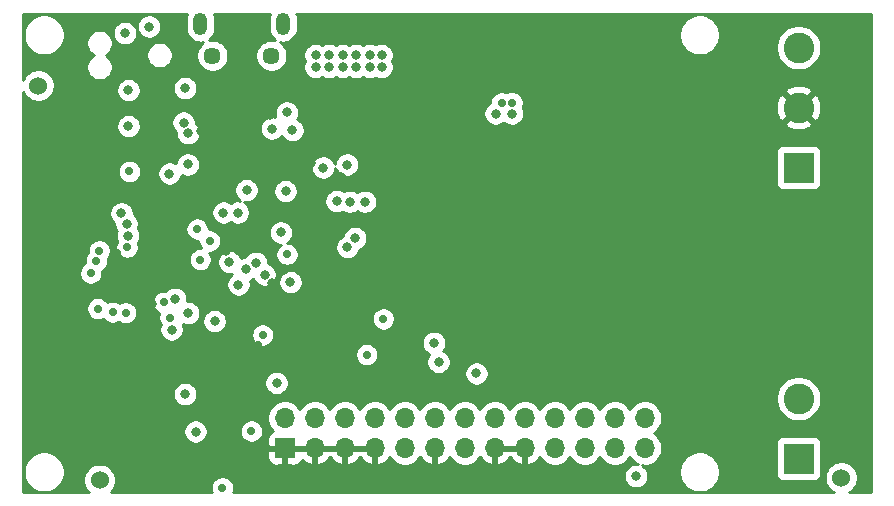
<source format=gbr>
%TF.GenerationSoftware,KiCad,Pcbnew,(5.1.9)-1*%
%TF.CreationDate,2022-08-25T12:46:07+02:00*%
%TF.ProjectId,electric_angle_actuator,656c6563-7472-4696-935f-616e676c655f,rev?*%
%TF.SameCoordinates,Original*%
%TF.FileFunction,Copper,L2,Inr*%
%TF.FilePolarity,Positive*%
%FSLAX46Y46*%
G04 Gerber Fmt 4.6, Leading zero omitted, Abs format (unit mm)*
G04 Created by KiCad (PCBNEW (5.1.9)-1) date 2022-08-25 12:46:07*
%MOMM*%
%LPD*%
G01*
G04 APERTURE LIST*
%TA.AperFunction,ComponentPad*%
%ADD10C,1.524000*%
%TD*%
%TA.AperFunction,ComponentPad*%
%ADD11O,1.200000X1.900000*%
%TD*%
%TA.AperFunction,ComponentPad*%
%ADD12C,1.450000*%
%TD*%
%TA.AperFunction,ComponentPad*%
%ADD13O,1.700000X1.700000*%
%TD*%
%TA.AperFunction,ComponentPad*%
%ADD14R,1.700000X1.700000*%
%TD*%
%TA.AperFunction,ComponentPad*%
%ADD15R,2.600000X2.600000*%
%TD*%
%TA.AperFunction,ComponentPad*%
%ADD16C,2.600000*%
%TD*%
%TA.AperFunction,ViaPad*%
%ADD17C,0.800000*%
%TD*%
%TA.AperFunction,ViaPad*%
%ADD18C,0.700000*%
%TD*%
%TA.AperFunction,Conductor*%
%ADD19C,0.254000*%
%TD*%
%TA.AperFunction,Conductor*%
%ADD20C,0.100000*%
%TD*%
G04 APERTURE END LIST*
D10*
%TO.N,N/C*%
%TO.C,REF\u002A\u002A*%
X196400000Y-98400000D03*
%TD*%
%TO.N,N/C*%
%TO.C,REF\u002A\u002A*%
X133600000Y-98600000D03*
%TD*%
%TO.N,N/C*%
%TO.C,REF\u002A\u002A*%
X128400000Y-65200000D03*
%TD*%
D11*
%TO.N,Net-(J1-Pad6)*%
%TO.C,J1*%
X142143600Y-59976500D03*
X149143600Y-59976500D03*
D12*
X143143600Y-62676500D03*
X148143600Y-62676500D03*
%TD*%
D13*
%TO.N,+3V3*%
%TO.C,J2*%
X179768500Y-93345000D03*
%TO.N,ADC1_IN0*%
X179768500Y-95885000D03*
%TO.N,SD2*%
X177228500Y-93345000D03*
%TO.N,SD1*%
X177228500Y-95885000D03*
%TO.N,DIRECTION*%
X174688500Y-93345000D03*
%TO.N,HIN_2*%
X174688500Y-95885000D03*
X172148500Y-93345000D03*
%TO.N,HIN_1*%
X172148500Y-95885000D03*
X169608500Y-93345000D03*
%TO.N,GND*%
X169608500Y-95885000D03*
%TO.N,ADC1_IN1*%
X167068500Y-93345000D03*
%TO.N,GND*%
X167068500Y-95885000D03*
%TO.N,INPUT_IT_1*%
X164528500Y-93345000D03*
%TO.N,+5V*%
X164528500Y-95885000D03*
%TO.N,INPUT_IT_2*%
X161988500Y-93345000D03*
%TO.N,GND*%
X161988500Y-95885000D03*
%TO.N,INPUT_IT_3*%
X159448500Y-93345000D03*
%TO.N,+3V3*%
X159448500Y-95885000D03*
%TO.N,POSITION_INDICATOR_4*%
X156908500Y-93345000D03*
%TO.N,GND*%
X156908500Y-95885000D03*
%TO.N,POSITION_INDICATOR_3*%
X154368500Y-93345000D03*
%TO.N,GND*%
X154368500Y-95885000D03*
%TO.N,POSITION_INDICATOR_2*%
X151828500Y-93345000D03*
%TO.N,GND*%
X151828500Y-95885000D03*
%TO.N,POSITION_INDICATOR_1*%
X149288500Y-93345000D03*
D14*
%TO.N,GND*%
X149288500Y-95885000D03*
%TD*%
D15*
%TO.N,V_in*%
%TO.C,J4*%
X192786000Y-72136000D03*
D16*
%TO.N,GND*%
X192786000Y-67056000D03*
%TO.N,+5V*%
X192786000Y-61976000D03*
%TD*%
D15*
%TO.N,CAN_L*%
%TO.C,J5*%
X192786000Y-96774000D03*
D16*
%TO.N,CAN_H*%
X192786000Y-91694000D03*
%TD*%
D17*
%TO.N,GND*%
X149230000Y-80780000D03*
X155318887Y-80876400D03*
X148237877Y-81946850D03*
X146558000Y-85090000D03*
D18*
X147050627Y-87162484D03*
D17*
X143256000Y-86487000D03*
X140462000Y-87757000D03*
X140716000Y-86614000D03*
X146939000Y-90170000D03*
X151765000Y-90373780D03*
X139319000Y-91440000D03*
X138430000Y-89789000D03*
X136144000Y-92710000D03*
X137414000Y-94107000D03*
X138049000Y-83693000D03*
X143145050Y-67425622D03*
X148045000Y-67654000D03*
X150495000Y-66294000D03*
X162814000Y-60706000D03*
X161798000Y-60706000D03*
X160782000Y-60706000D03*
X167005000Y-60706000D03*
X168148000Y-60706000D03*
X169291000Y-60706000D03*
X151511000Y-71755000D03*
X154051000Y-72898000D03*
X155321000Y-72898000D03*
X159385000Y-77089000D03*
X160655000Y-77089000D03*
X134112000Y-60198000D03*
X142171847Y-69029153D03*
X143256000Y-65151000D03*
X144346964Y-79166855D03*
D18*
X133880000Y-72570000D03*
X134890000Y-72850000D03*
X137380000Y-70340000D03*
X135060000Y-79355000D03*
X129040000Y-78410000D03*
X129890000Y-78450000D03*
X129100000Y-81790000D03*
X129120000Y-82890000D03*
X129570000Y-86400000D03*
X134430000Y-87230000D03*
X135270000Y-87200000D03*
X195090000Y-65860000D03*
X195990000Y-65880000D03*
X197020000Y-65870000D03*
X195100000Y-66890000D03*
X196040000Y-66820000D03*
X197050000Y-66910000D03*
X195100000Y-67920000D03*
X196040000Y-67950000D03*
X197020000Y-68010000D03*
X187050000Y-84120000D03*
X187040000Y-83120000D03*
X187050000Y-81860000D03*
X187050000Y-80920000D03*
D17*
X176530000Y-86360000D03*
X177292000Y-86995000D03*
X178562000Y-86995000D03*
%TO.N,+3V3*%
X148590000Y-90373780D03*
X140843000Y-91313000D03*
X141097000Y-84455000D03*
X155321000Y-63627000D03*
X151892000Y-62611000D03*
X153035000Y-62611000D03*
X154178000Y-62611000D03*
X155321000Y-62611000D03*
X156464000Y-62611000D03*
X157480000Y-62611000D03*
X151892000Y-63627000D03*
X153035000Y-63627000D03*
X154178000Y-63627000D03*
X156464000Y-63627000D03*
X157480000Y-63627000D03*
X141097000Y-69215000D03*
X140716000Y-68326000D03*
X140844210Y-65403790D03*
X154559000Y-71882000D03*
X152527000Y-72136000D03*
X137795000Y-60198000D03*
X139700000Y-85852000D03*
D18*
X133340000Y-80030000D03*
X133570000Y-79180000D03*
X135930000Y-78880000D03*
X149470000Y-79480000D03*
X139573000Y-84836000D03*
X139038952Y-83551579D03*
D17*
%TO.N,+5V*%
X167132000Y-67564000D03*
X168529000Y-67564000D03*
D18*
X168529000Y-66641000D03*
X167642500Y-66672500D03*
X144000000Y-99250000D03*
X157620000Y-84950000D03*
X156220000Y-87980000D03*
X146450000Y-94450000D03*
D17*
%TO.N,CAN_H*%
X179038500Y-98271000D03*
%TO.N,SWCLK*%
X136042400Y-68630800D03*
X136042400Y-65582800D03*
%TO.N,NRST*%
X135737600Y-60756800D03*
D18*
X147421600Y-86309200D03*
D17*
%TO.N,SPI2_SCK*%
X149346800Y-74138716D03*
X141071600Y-71870000D03*
%TO.N,I2C1_SCL*%
X144081500Y-75946000D03*
D18*
%TO.N,I2C1_SDA*%
X142940000Y-78350000D03*
%TO.N,ZEROING_PIN*%
X141859000Y-77343000D03*
D17*
%TO.N,PSM*%
X139509500Y-72644000D03*
%TO.N,V_OUT*%
X148945600Y-77622400D03*
%TO.N,MAGNET_PRESENCE*%
X149758400Y-81838800D03*
%TO.N,TURN_DIR_PIN*%
X140004800Y-83261200D03*
%TO.N,U_PIN*%
X136017810Y-77896076D03*
%TO.N,V_PIN*%
X135892714Y-76903929D03*
%TO.N,W_PIN*%
X135445500Y-76009500D03*
D18*
%TO.N,ENC_INC_A*%
X142120000Y-79930000D03*
D17*
%TO.N,ENC_INC_B*%
X145300000Y-75946000D03*
%TO.N,ENC_INC_Ri*%
X146050000Y-74041000D03*
%TO.N,SPI2_MISO*%
X144589500Y-80137000D03*
%TO.N,CAN_SILENT_MODE*%
X143346800Y-85140800D03*
X141732000Y-94488000D03*
%TO.N,HIN_2*%
X148183600Y-68834000D03*
%TO.N,DIRECTION*%
X149453600Y-67474400D03*
%TO.N,HIN_1*%
X149922302Y-68974400D03*
%TO.N,INPUT_IT_3*%
X153670000Y-74980800D03*
%TO.N,INPUT_IT_2*%
X154787600Y-75031600D03*
%TO.N,INPUT_IT_1*%
X156057600Y-75031600D03*
%TO.N,SD2*%
X155240677Y-78121877D03*
X162306000Y-88595200D03*
%TO.N,SD1*%
X154584400Y-78876400D03*
X165506400Y-89560400D03*
%TO.N,ADC1_IN1*%
X161899600Y-86969600D03*
%TO.N,POSITION_INDICATOR_4*%
X147566194Y-81206009D03*
%TO.N,POSITION_INDICATOR_3*%
X146841194Y-80207060D03*
%TO.N,POSITION_INDICATOR_2*%
X145993872Y-80738143D03*
%TO.N,POSITION_INDICATOR_1*%
X145352401Y-82042000D03*
D18*
%TO.N,Net-(C6-Pad1)*%
X135825000Y-84430000D03*
%TO.N,Net-(C11-Pad1)*%
X132860000Y-81080000D03*
%TO.N,Net-(C9-Pad1)*%
X134710000Y-84380000D03*
%TO.N,Net-(C12-Pad1)*%
X136120000Y-72470000D03*
%TO.N,Net-(C14-Pad2)*%
X133460000Y-84080000D03*
%TD*%
D19*
%TO.N,GND*%
X140997089Y-59151599D02*
X140926470Y-59384398D01*
X140908600Y-59565835D01*
X140908600Y-60387164D01*
X140926470Y-60568601D01*
X140997089Y-60801400D01*
X141111767Y-61015948D01*
X141266098Y-61204002D01*
X141454151Y-61358333D01*
X141668699Y-61473011D01*
X141901498Y-61543630D01*
X142143600Y-61567475D01*
X142385701Y-61543630D01*
X142395635Y-61540616D01*
X142276651Y-61620119D01*
X142087219Y-61809551D01*
X141938384Y-62032299D01*
X141835864Y-62279803D01*
X141783600Y-62542552D01*
X141783600Y-62810448D01*
X141835864Y-63073197D01*
X141938384Y-63320701D01*
X142087219Y-63543449D01*
X142276651Y-63732881D01*
X142499399Y-63881716D01*
X142746903Y-63984236D01*
X143009652Y-64036500D01*
X143277548Y-64036500D01*
X143540297Y-63984236D01*
X143787801Y-63881716D01*
X144010549Y-63732881D01*
X144199981Y-63543449D01*
X144348816Y-63320701D01*
X144451336Y-63073197D01*
X144503600Y-62810448D01*
X144503600Y-62542552D01*
X144451336Y-62279803D01*
X144348816Y-62032299D01*
X144199981Y-61809551D01*
X144010549Y-61620119D01*
X143787801Y-61471284D01*
X143540297Y-61368764D01*
X143277548Y-61316500D01*
X143009652Y-61316500D01*
X142843831Y-61349484D01*
X143021102Y-61204002D01*
X143175433Y-61015949D01*
X143290111Y-60801401D01*
X143360730Y-60568602D01*
X143378600Y-60387165D01*
X143378600Y-59565836D01*
X143360730Y-59384399D01*
X143290111Y-59151599D01*
X143265203Y-59105000D01*
X148021997Y-59105000D01*
X147997089Y-59151600D01*
X147926470Y-59384399D01*
X147908600Y-59565836D01*
X147908600Y-60387165D01*
X147926470Y-60568602D01*
X147997089Y-60801401D01*
X148111768Y-61015949D01*
X148266099Y-61204002D01*
X148443369Y-61349484D01*
X148277548Y-61316500D01*
X148009652Y-61316500D01*
X147746903Y-61368764D01*
X147499399Y-61471284D01*
X147276651Y-61620119D01*
X147087219Y-61809551D01*
X146938384Y-62032299D01*
X146835864Y-62279803D01*
X146783600Y-62542552D01*
X146783600Y-62810448D01*
X146835864Y-63073197D01*
X146938384Y-63320701D01*
X147087219Y-63543449D01*
X147276651Y-63732881D01*
X147499399Y-63881716D01*
X147746903Y-63984236D01*
X148009652Y-64036500D01*
X148277548Y-64036500D01*
X148540297Y-63984236D01*
X148787801Y-63881716D01*
X149010549Y-63732881D01*
X149199981Y-63543449D01*
X149348816Y-63320701D01*
X149451336Y-63073197D01*
X149503600Y-62810448D01*
X149503600Y-62542552D01*
X149496939Y-62509061D01*
X150857000Y-62509061D01*
X150857000Y-62712939D01*
X150896774Y-62912898D01*
X150974795Y-63101256D01*
X150986651Y-63119000D01*
X150974795Y-63136744D01*
X150896774Y-63325102D01*
X150857000Y-63525061D01*
X150857000Y-63728939D01*
X150896774Y-63928898D01*
X150974795Y-64117256D01*
X151088063Y-64286774D01*
X151232226Y-64430937D01*
X151401744Y-64544205D01*
X151590102Y-64622226D01*
X151790061Y-64662000D01*
X151993939Y-64662000D01*
X152193898Y-64622226D01*
X152382256Y-64544205D01*
X152463500Y-64489920D01*
X152544744Y-64544205D01*
X152733102Y-64622226D01*
X152933061Y-64662000D01*
X153136939Y-64662000D01*
X153336898Y-64622226D01*
X153525256Y-64544205D01*
X153606500Y-64489920D01*
X153687744Y-64544205D01*
X153876102Y-64622226D01*
X154076061Y-64662000D01*
X154279939Y-64662000D01*
X154479898Y-64622226D01*
X154668256Y-64544205D01*
X154749500Y-64489920D01*
X154830744Y-64544205D01*
X155019102Y-64622226D01*
X155219061Y-64662000D01*
X155422939Y-64662000D01*
X155622898Y-64622226D01*
X155811256Y-64544205D01*
X155892500Y-64489920D01*
X155973744Y-64544205D01*
X156162102Y-64622226D01*
X156362061Y-64662000D01*
X156565939Y-64662000D01*
X156765898Y-64622226D01*
X156954256Y-64544205D01*
X156972000Y-64532349D01*
X156989744Y-64544205D01*
X157178102Y-64622226D01*
X157378061Y-64662000D01*
X157581939Y-64662000D01*
X157781898Y-64622226D01*
X157970256Y-64544205D01*
X158139774Y-64430937D01*
X158283937Y-64286774D01*
X158397205Y-64117256D01*
X158475226Y-63928898D01*
X158515000Y-63728939D01*
X158515000Y-63525061D01*
X158475226Y-63325102D01*
X158397205Y-63136744D01*
X158385349Y-63119000D01*
X158397205Y-63101256D01*
X158475226Y-62912898D01*
X158515000Y-62712939D01*
X158515000Y-62509061D01*
X158475226Y-62309102D01*
X158397205Y-62120744D01*
X158283937Y-61951226D01*
X158139774Y-61807063D01*
X157970256Y-61693795D01*
X157781898Y-61615774D01*
X157581939Y-61576000D01*
X157378061Y-61576000D01*
X157178102Y-61615774D01*
X156989744Y-61693795D01*
X156972000Y-61705651D01*
X156954256Y-61693795D01*
X156765898Y-61615774D01*
X156565939Y-61576000D01*
X156362061Y-61576000D01*
X156162102Y-61615774D01*
X155973744Y-61693795D01*
X155892500Y-61748080D01*
X155811256Y-61693795D01*
X155622898Y-61615774D01*
X155422939Y-61576000D01*
X155219061Y-61576000D01*
X155019102Y-61615774D01*
X154830744Y-61693795D01*
X154749500Y-61748080D01*
X154668256Y-61693795D01*
X154479898Y-61615774D01*
X154279939Y-61576000D01*
X154076061Y-61576000D01*
X153876102Y-61615774D01*
X153687744Y-61693795D01*
X153606500Y-61748080D01*
X153525256Y-61693795D01*
X153336898Y-61615774D01*
X153136939Y-61576000D01*
X152933061Y-61576000D01*
X152733102Y-61615774D01*
X152544744Y-61693795D01*
X152463500Y-61748080D01*
X152382256Y-61693795D01*
X152193898Y-61615774D01*
X151993939Y-61576000D01*
X151790061Y-61576000D01*
X151590102Y-61615774D01*
X151401744Y-61693795D01*
X151232226Y-61807063D01*
X151088063Y-61951226D01*
X150974795Y-62120744D01*
X150896774Y-62309102D01*
X150857000Y-62509061D01*
X149496939Y-62509061D01*
X149451336Y-62279803D01*
X149348816Y-62032299D01*
X149199981Y-61809551D01*
X149010549Y-61620119D01*
X148891565Y-61540616D01*
X148901499Y-61543630D01*
X149143600Y-61567475D01*
X149385702Y-61543630D01*
X149618501Y-61473011D01*
X149833049Y-61358333D01*
X150021102Y-61204002D01*
X150175433Y-61015949D01*
X150290111Y-60801401D01*
X150312038Y-60729117D01*
X182665000Y-60729117D01*
X182665000Y-61070883D01*
X182731675Y-61406081D01*
X182862463Y-61721831D01*
X183052337Y-62005998D01*
X183294002Y-62247663D01*
X183578169Y-62437537D01*
X183893919Y-62568325D01*
X184229117Y-62635000D01*
X184570883Y-62635000D01*
X184906081Y-62568325D01*
X185221831Y-62437537D01*
X185505998Y-62247663D01*
X185747663Y-62005998D01*
X185895048Y-61785419D01*
X190851000Y-61785419D01*
X190851000Y-62166581D01*
X190925361Y-62540419D01*
X191071225Y-62892566D01*
X191282987Y-63209491D01*
X191552509Y-63479013D01*
X191869434Y-63690775D01*
X192221581Y-63836639D01*
X192595419Y-63911000D01*
X192976581Y-63911000D01*
X193350419Y-63836639D01*
X193702566Y-63690775D01*
X194019491Y-63479013D01*
X194289013Y-63209491D01*
X194500775Y-62892566D01*
X194646639Y-62540419D01*
X194721000Y-62166581D01*
X194721000Y-61785419D01*
X194646639Y-61411581D01*
X194500775Y-61059434D01*
X194289013Y-60742509D01*
X194019491Y-60472987D01*
X193702566Y-60261225D01*
X193350419Y-60115361D01*
X192976581Y-60041000D01*
X192595419Y-60041000D01*
X192221581Y-60115361D01*
X191869434Y-60261225D01*
X191552509Y-60472987D01*
X191282987Y-60742509D01*
X191071225Y-61059434D01*
X190925361Y-61411581D01*
X190851000Y-61785419D01*
X185895048Y-61785419D01*
X185937537Y-61721831D01*
X186068325Y-61406081D01*
X186135000Y-61070883D01*
X186135000Y-60729117D01*
X186068325Y-60393919D01*
X185937537Y-60078169D01*
X185747663Y-59794002D01*
X185505998Y-59552337D01*
X185221831Y-59362463D01*
X184906081Y-59231675D01*
X184570883Y-59165000D01*
X184229117Y-59165000D01*
X183893919Y-59231675D01*
X183578169Y-59362463D01*
X183294002Y-59552337D01*
X183052337Y-59794002D01*
X182862463Y-60078169D01*
X182731675Y-60393919D01*
X182665000Y-60729117D01*
X150312038Y-60729117D01*
X150360730Y-60568601D01*
X150378600Y-60387164D01*
X150378600Y-59565835D01*
X150360730Y-59384398D01*
X150290111Y-59151599D01*
X150265203Y-59105000D01*
X198915000Y-59105000D01*
X198915001Y-99645000D01*
X197044840Y-99645000D01*
X197061727Y-99638005D01*
X197290535Y-99485120D01*
X197485120Y-99290535D01*
X197638005Y-99061727D01*
X197743314Y-98807490D01*
X197797000Y-98537592D01*
X197797000Y-98262408D01*
X197743314Y-97992510D01*
X197638005Y-97738273D01*
X197485120Y-97509465D01*
X197290535Y-97314880D01*
X197061727Y-97161995D01*
X196807490Y-97056686D01*
X196537592Y-97003000D01*
X196262408Y-97003000D01*
X195992510Y-97056686D01*
X195738273Y-97161995D01*
X195509465Y-97314880D01*
X195314880Y-97509465D01*
X195161995Y-97738273D01*
X195056686Y-97992510D01*
X195003000Y-98262408D01*
X195003000Y-98537592D01*
X195056686Y-98807490D01*
X195161995Y-99061727D01*
X195314880Y-99290535D01*
X195509465Y-99485120D01*
X195738273Y-99638005D01*
X195755160Y-99645000D01*
X144902542Y-99645000D01*
X144947147Y-99537314D01*
X144985000Y-99347014D01*
X144985000Y-99152986D01*
X144947147Y-98962686D01*
X144872896Y-98783428D01*
X144765099Y-98622099D01*
X144627901Y-98484901D01*
X144466572Y-98377104D01*
X144287314Y-98302853D01*
X144097014Y-98265000D01*
X143902986Y-98265000D01*
X143712686Y-98302853D01*
X143533428Y-98377104D01*
X143372099Y-98484901D01*
X143234901Y-98622099D01*
X143127104Y-98783428D01*
X143052853Y-98962686D01*
X143015000Y-99152986D01*
X143015000Y-99347014D01*
X143052853Y-99537314D01*
X143097458Y-99645000D01*
X134530655Y-99645000D01*
X134685120Y-99490535D01*
X134838005Y-99261727D01*
X134943314Y-99007490D01*
X134997000Y-98737592D01*
X134997000Y-98462408D01*
X134943314Y-98192510D01*
X134838005Y-97938273D01*
X134685120Y-97709465D01*
X134490535Y-97514880D01*
X134261727Y-97361995D01*
X134007490Y-97256686D01*
X133737592Y-97203000D01*
X133462408Y-97203000D01*
X133192510Y-97256686D01*
X132938273Y-97361995D01*
X132709465Y-97514880D01*
X132514880Y-97709465D01*
X132361995Y-97938273D01*
X132256686Y-98192510D01*
X132203000Y-98462408D01*
X132203000Y-98737592D01*
X132256686Y-99007490D01*
X132361995Y-99261727D01*
X132514880Y-99490535D01*
X132669345Y-99645000D01*
X127100800Y-99645000D01*
X127100800Y-97729117D01*
X127165000Y-97729117D01*
X127165000Y-98070883D01*
X127231675Y-98406081D01*
X127362463Y-98721831D01*
X127552337Y-99005998D01*
X127794002Y-99247663D01*
X128078169Y-99437537D01*
X128393919Y-99568325D01*
X128729117Y-99635000D01*
X129070883Y-99635000D01*
X129406081Y-99568325D01*
X129721831Y-99437537D01*
X130005998Y-99247663D01*
X130247663Y-99005998D01*
X130437537Y-98721831D01*
X130568325Y-98406081D01*
X130635000Y-98070883D01*
X130635000Y-97729117D01*
X130568325Y-97393919D01*
X130437537Y-97078169D01*
X130247663Y-96794002D01*
X130188661Y-96735000D01*
X147808466Y-96735000D01*
X147820572Y-96857914D01*
X147856424Y-96976104D01*
X147914646Y-97085028D01*
X147992999Y-97180501D01*
X148088472Y-97258854D01*
X148197396Y-97317076D01*
X148315586Y-97352928D01*
X148438500Y-97365034D01*
X149004750Y-97362000D01*
X149161500Y-97205250D01*
X149161500Y-96012000D01*
X149415500Y-96012000D01*
X149415500Y-97205250D01*
X149572250Y-97362000D01*
X150138500Y-97365034D01*
X150261414Y-97352928D01*
X150379604Y-97317076D01*
X150488528Y-97258854D01*
X150584001Y-97180501D01*
X150662354Y-97085028D01*
X150720576Y-96976104D01*
X150748912Y-96882690D01*
X150834126Y-96977138D01*
X151066298Y-97150146D01*
X151327761Y-97274535D01*
X151472866Y-97318546D01*
X151701500Y-97199127D01*
X151701500Y-96012000D01*
X151955500Y-96012000D01*
X151955500Y-97199127D01*
X152184134Y-97318546D01*
X152329239Y-97274535D01*
X152590702Y-97150146D01*
X152822874Y-96977138D01*
X153016833Y-96762160D01*
X153098500Y-96625204D01*
X153180167Y-96762160D01*
X153374126Y-96977138D01*
X153606298Y-97150146D01*
X153867761Y-97274535D01*
X154012866Y-97318546D01*
X154241500Y-97199127D01*
X154241500Y-96012000D01*
X154495500Y-96012000D01*
X154495500Y-97199127D01*
X154724134Y-97318546D01*
X154869239Y-97274535D01*
X155130702Y-97150146D01*
X155362874Y-96977138D01*
X155556833Y-96762160D01*
X155638500Y-96625204D01*
X155720167Y-96762160D01*
X155914126Y-96977138D01*
X156146298Y-97150146D01*
X156407761Y-97274535D01*
X156552866Y-97318546D01*
X156781500Y-97199127D01*
X156781500Y-96012000D01*
X154495500Y-96012000D01*
X154241500Y-96012000D01*
X151955500Y-96012000D01*
X151701500Y-96012000D01*
X149415500Y-96012000D01*
X149161500Y-96012000D01*
X147968250Y-96012000D01*
X147811500Y-96168750D01*
X147808466Y-96735000D01*
X130188661Y-96735000D01*
X130005998Y-96552337D01*
X129721831Y-96362463D01*
X129406081Y-96231675D01*
X129070883Y-96165000D01*
X128729117Y-96165000D01*
X128393919Y-96231675D01*
X128078169Y-96362463D01*
X127794002Y-96552337D01*
X127552337Y-96794002D01*
X127362463Y-97078169D01*
X127231675Y-97393919D01*
X127165000Y-97729117D01*
X127100800Y-97729117D01*
X127100800Y-94386061D01*
X140697000Y-94386061D01*
X140697000Y-94589939D01*
X140736774Y-94789898D01*
X140814795Y-94978256D01*
X140928063Y-95147774D01*
X141072226Y-95291937D01*
X141241744Y-95405205D01*
X141430102Y-95483226D01*
X141630061Y-95523000D01*
X141833939Y-95523000D01*
X142033898Y-95483226D01*
X142222256Y-95405205D01*
X142391774Y-95291937D01*
X142535937Y-95147774D01*
X142649205Y-94978256D01*
X142727226Y-94789898D01*
X142767000Y-94589939D01*
X142767000Y-94386061D01*
X142760422Y-94352986D01*
X145465000Y-94352986D01*
X145465000Y-94547014D01*
X145502853Y-94737314D01*
X145577104Y-94916572D01*
X145684901Y-95077901D01*
X145822099Y-95215099D01*
X145983428Y-95322896D01*
X146162686Y-95397147D01*
X146352986Y-95435000D01*
X146547014Y-95435000D01*
X146737314Y-95397147D01*
X146916572Y-95322896D01*
X147077901Y-95215099D01*
X147215099Y-95077901D01*
X147322896Y-94916572D01*
X147397147Y-94737314D01*
X147435000Y-94547014D01*
X147435000Y-94352986D01*
X147397147Y-94162686D01*
X147322896Y-93983428D01*
X147215099Y-93822099D01*
X147077901Y-93684901D01*
X146916572Y-93577104D01*
X146737314Y-93502853D01*
X146547014Y-93465000D01*
X146352986Y-93465000D01*
X146162686Y-93502853D01*
X145983428Y-93577104D01*
X145822099Y-93684901D01*
X145684901Y-93822099D01*
X145577104Y-93983428D01*
X145502853Y-94162686D01*
X145465000Y-94352986D01*
X142760422Y-94352986D01*
X142727226Y-94186102D01*
X142649205Y-93997744D01*
X142535937Y-93828226D01*
X142391774Y-93684063D01*
X142222256Y-93570795D01*
X142033898Y-93492774D01*
X141833939Y-93453000D01*
X141630061Y-93453000D01*
X141430102Y-93492774D01*
X141241744Y-93570795D01*
X141072226Y-93684063D01*
X140928063Y-93828226D01*
X140814795Y-93997744D01*
X140736774Y-94186102D01*
X140697000Y-94386061D01*
X127100800Y-94386061D01*
X127100800Y-93198740D01*
X147803500Y-93198740D01*
X147803500Y-93491260D01*
X147860568Y-93778158D01*
X147972510Y-94048411D01*
X148135025Y-94291632D01*
X148273294Y-94429901D01*
X148197396Y-94452924D01*
X148088472Y-94511146D01*
X147992999Y-94589499D01*
X147914646Y-94684972D01*
X147856424Y-94793896D01*
X147820572Y-94912086D01*
X147808466Y-95035000D01*
X147811500Y-95601250D01*
X147968250Y-95758000D01*
X149161500Y-95758000D01*
X149161500Y-95738000D01*
X149415500Y-95738000D01*
X149415500Y-95758000D01*
X151701500Y-95758000D01*
X151701500Y-95738000D01*
X151955500Y-95738000D01*
X151955500Y-95758000D01*
X154241500Y-95758000D01*
X154241500Y-95738000D01*
X154495500Y-95738000D01*
X154495500Y-95758000D01*
X156781500Y-95758000D01*
X156781500Y-95738000D01*
X157035500Y-95738000D01*
X157035500Y-95758000D01*
X157055500Y-95758000D01*
X157055500Y-96012000D01*
X157035500Y-96012000D01*
X157035500Y-97199127D01*
X157264134Y-97318546D01*
X157409239Y-97274535D01*
X157670702Y-97150146D01*
X157902874Y-96977138D01*
X158096833Y-96762160D01*
X158168405Y-96642132D01*
X158295025Y-96831632D01*
X158501868Y-97038475D01*
X158745089Y-97200990D01*
X159015342Y-97312932D01*
X159302240Y-97370000D01*
X159594760Y-97370000D01*
X159881658Y-97312932D01*
X160151911Y-97200990D01*
X160395132Y-97038475D01*
X160601975Y-96831632D01*
X160728595Y-96642132D01*
X160800167Y-96762160D01*
X160994126Y-96977138D01*
X161226298Y-97150146D01*
X161487761Y-97274535D01*
X161632866Y-97318546D01*
X161861500Y-97199127D01*
X161861500Y-96012000D01*
X161841500Y-96012000D01*
X161841500Y-95758000D01*
X161861500Y-95758000D01*
X161861500Y-95738000D01*
X162115500Y-95738000D01*
X162115500Y-95758000D01*
X162135500Y-95758000D01*
X162135500Y-96012000D01*
X162115500Y-96012000D01*
X162115500Y-97199127D01*
X162344134Y-97318546D01*
X162489239Y-97274535D01*
X162750702Y-97150146D01*
X162982874Y-96977138D01*
X163176833Y-96762160D01*
X163248405Y-96642132D01*
X163375025Y-96831632D01*
X163581868Y-97038475D01*
X163825089Y-97200990D01*
X164095342Y-97312932D01*
X164382240Y-97370000D01*
X164674760Y-97370000D01*
X164961658Y-97312932D01*
X165231911Y-97200990D01*
X165475132Y-97038475D01*
X165681975Y-96831632D01*
X165808595Y-96642132D01*
X165880167Y-96762160D01*
X166074126Y-96977138D01*
X166306298Y-97150146D01*
X166567761Y-97274535D01*
X166712866Y-97318546D01*
X166941500Y-97199127D01*
X166941500Y-96012000D01*
X167195500Y-96012000D01*
X167195500Y-97199127D01*
X167424134Y-97318546D01*
X167569239Y-97274535D01*
X167830702Y-97150146D01*
X168062874Y-96977138D01*
X168256833Y-96762160D01*
X168338500Y-96625204D01*
X168420167Y-96762160D01*
X168614126Y-96977138D01*
X168846298Y-97150146D01*
X169107761Y-97274535D01*
X169252866Y-97318546D01*
X169481500Y-97199127D01*
X169481500Y-96012000D01*
X167195500Y-96012000D01*
X166941500Y-96012000D01*
X166921500Y-96012000D01*
X166921500Y-95758000D01*
X166941500Y-95758000D01*
X166941500Y-95738000D01*
X167195500Y-95738000D01*
X167195500Y-95758000D01*
X169481500Y-95758000D01*
X169481500Y-95738000D01*
X169735500Y-95738000D01*
X169735500Y-95758000D01*
X169755500Y-95758000D01*
X169755500Y-96012000D01*
X169735500Y-96012000D01*
X169735500Y-97199127D01*
X169964134Y-97318546D01*
X170109239Y-97274535D01*
X170370702Y-97150146D01*
X170602874Y-96977138D01*
X170796833Y-96762160D01*
X170868405Y-96642132D01*
X170995025Y-96831632D01*
X171201868Y-97038475D01*
X171445089Y-97200990D01*
X171715342Y-97312932D01*
X172002240Y-97370000D01*
X172294760Y-97370000D01*
X172581658Y-97312932D01*
X172851911Y-97200990D01*
X173095132Y-97038475D01*
X173301975Y-96831632D01*
X173418500Y-96657240D01*
X173535025Y-96831632D01*
X173741868Y-97038475D01*
X173985089Y-97200990D01*
X174255342Y-97312932D01*
X174542240Y-97370000D01*
X174834760Y-97370000D01*
X175121658Y-97312932D01*
X175391911Y-97200990D01*
X175635132Y-97038475D01*
X175841975Y-96831632D01*
X175958500Y-96657240D01*
X176075025Y-96831632D01*
X176281868Y-97038475D01*
X176525089Y-97200990D01*
X176795342Y-97312932D01*
X177082240Y-97370000D01*
X177374760Y-97370000D01*
X177661658Y-97312932D01*
X177931911Y-97200990D01*
X178175132Y-97038475D01*
X178381975Y-96831632D01*
X178498500Y-96657240D01*
X178615025Y-96831632D01*
X178821868Y-97038475D01*
X179065089Y-97200990D01*
X179158085Y-97239510D01*
X179140439Y-97236000D01*
X178936561Y-97236000D01*
X178736602Y-97275774D01*
X178548244Y-97353795D01*
X178378726Y-97467063D01*
X178234563Y-97611226D01*
X178121295Y-97780744D01*
X178043274Y-97969102D01*
X178003500Y-98169061D01*
X178003500Y-98372939D01*
X178043274Y-98572898D01*
X178121295Y-98761256D01*
X178234563Y-98930774D01*
X178378726Y-99074937D01*
X178548244Y-99188205D01*
X178736602Y-99266226D01*
X178936561Y-99306000D01*
X179140439Y-99306000D01*
X179340398Y-99266226D01*
X179528756Y-99188205D01*
X179698274Y-99074937D01*
X179842437Y-98930774D01*
X179955705Y-98761256D01*
X180033726Y-98572898D01*
X180073500Y-98372939D01*
X180073500Y-98169061D01*
X180033726Y-97969102D01*
X179955705Y-97780744D01*
X179921210Y-97729117D01*
X182665000Y-97729117D01*
X182665000Y-98070883D01*
X182731675Y-98406081D01*
X182862463Y-98721831D01*
X183052337Y-99005998D01*
X183294002Y-99247663D01*
X183578169Y-99437537D01*
X183893919Y-99568325D01*
X184229117Y-99635000D01*
X184570883Y-99635000D01*
X184906081Y-99568325D01*
X185221831Y-99437537D01*
X185505998Y-99247663D01*
X185747663Y-99005998D01*
X185937537Y-98721831D01*
X186068325Y-98406081D01*
X186135000Y-98070883D01*
X186135000Y-97729117D01*
X186068325Y-97393919D01*
X185937537Y-97078169D01*
X185747663Y-96794002D01*
X185505998Y-96552337D01*
X185221831Y-96362463D01*
X184906081Y-96231675D01*
X184570883Y-96165000D01*
X184229117Y-96165000D01*
X183893919Y-96231675D01*
X183578169Y-96362463D01*
X183294002Y-96552337D01*
X183052337Y-96794002D01*
X182862463Y-97078169D01*
X182731675Y-97393919D01*
X182665000Y-97729117D01*
X179921210Y-97729117D01*
X179842437Y-97611226D01*
X179698274Y-97467063D01*
X179528756Y-97353795D01*
X179517654Y-97349196D01*
X179622240Y-97370000D01*
X179914760Y-97370000D01*
X180201658Y-97312932D01*
X180471911Y-97200990D01*
X180715132Y-97038475D01*
X180921975Y-96831632D01*
X181084490Y-96588411D01*
X181196432Y-96318158D01*
X181253500Y-96031260D01*
X181253500Y-95738740D01*
X181200840Y-95474000D01*
X190847928Y-95474000D01*
X190847928Y-98074000D01*
X190860188Y-98198482D01*
X190896498Y-98318180D01*
X190955463Y-98428494D01*
X191034815Y-98525185D01*
X191131506Y-98604537D01*
X191241820Y-98663502D01*
X191361518Y-98699812D01*
X191486000Y-98712072D01*
X194086000Y-98712072D01*
X194210482Y-98699812D01*
X194330180Y-98663502D01*
X194440494Y-98604537D01*
X194537185Y-98525185D01*
X194616537Y-98428494D01*
X194675502Y-98318180D01*
X194711812Y-98198482D01*
X194724072Y-98074000D01*
X194724072Y-95474000D01*
X194711812Y-95349518D01*
X194675502Y-95229820D01*
X194616537Y-95119506D01*
X194537185Y-95022815D01*
X194440494Y-94943463D01*
X194330180Y-94884498D01*
X194210482Y-94848188D01*
X194086000Y-94835928D01*
X191486000Y-94835928D01*
X191361518Y-94848188D01*
X191241820Y-94884498D01*
X191131506Y-94943463D01*
X191034815Y-95022815D01*
X190955463Y-95119506D01*
X190896498Y-95229820D01*
X190860188Y-95349518D01*
X190847928Y-95474000D01*
X181200840Y-95474000D01*
X181196432Y-95451842D01*
X181084490Y-95181589D01*
X180921975Y-94938368D01*
X180715132Y-94731525D01*
X180540740Y-94615000D01*
X180715132Y-94498475D01*
X180921975Y-94291632D01*
X181084490Y-94048411D01*
X181196432Y-93778158D01*
X181253500Y-93491260D01*
X181253500Y-93198740D01*
X181196432Y-92911842D01*
X181084490Y-92641589D01*
X180921975Y-92398368D01*
X180715132Y-92191525D01*
X180471911Y-92029010D01*
X180201658Y-91917068D01*
X179914760Y-91860000D01*
X179622240Y-91860000D01*
X179335342Y-91917068D01*
X179065089Y-92029010D01*
X178821868Y-92191525D01*
X178615025Y-92398368D01*
X178498500Y-92572760D01*
X178381975Y-92398368D01*
X178175132Y-92191525D01*
X177931911Y-92029010D01*
X177661658Y-91917068D01*
X177374760Y-91860000D01*
X177082240Y-91860000D01*
X176795342Y-91917068D01*
X176525089Y-92029010D01*
X176281868Y-92191525D01*
X176075025Y-92398368D01*
X175958500Y-92572760D01*
X175841975Y-92398368D01*
X175635132Y-92191525D01*
X175391911Y-92029010D01*
X175121658Y-91917068D01*
X174834760Y-91860000D01*
X174542240Y-91860000D01*
X174255342Y-91917068D01*
X173985089Y-92029010D01*
X173741868Y-92191525D01*
X173535025Y-92398368D01*
X173418500Y-92572760D01*
X173301975Y-92398368D01*
X173095132Y-92191525D01*
X172851911Y-92029010D01*
X172581658Y-91917068D01*
X172294760Y-91860000D01*
X172002240Y-91860000D01*
X171715342Y-91917068D01*
X171445089Y-92029010D01*
X171201868Y-92191525D01*
X170995025Y-92398368D01*
X170878500Y-92572760D01*
X170761975Y-92398368D01*
X170555132Y-92191525D01*
X170311911Y-92029010D01*
X170041658Y-91917068D01*
X169754760Y-91860000D01*
X169462240Y-91860000D01*
X169175342Y-91917068D01*
X168905089Y-92029010D01*
X168661868Y-92191525D01*
X168455025Y-92398368D01*
X168338500Y-92572760D01*
X168221975Y-92398368D01*
X168015132Y-92191525D01*
X167771911Y-92029010D01*
X167501658Y-91917068D01*
X167214760Y-91860000D01*
X166922240Y-91860000D01*
X166635342Y-91917068D01*
X166365089Y-92029010D01*
X166121868Y-92191525D01*
X165915025Y-92398368D01*
X165798500Y-92572760D01*
X165681975Y-92398368D01*
X165475132Y-92191525D01*
X165231911Y-92029010D01*
X164961658Y-91917068D01*
X164674760Y-91860000D01*
X164382240Y-91860000D01*
X164095342Y-91917068D01*
X163825089Y-92029010D01*
X163581868Y-92191525D01*
X163375025Y-92398368D01*
X163258500Y-92572760D01*
X163141975Y-92398368D01*
X162935132Y-92191525D01*
X162691911Y-92029010D01*
X162421658Y-91917068D01*
X162134760Y-91860000D01*
X161842240Y-91860000D01*
X161555342Y-91917068D01*
X161285089Y-92029010D01*
X161041868Y-92191525D01*
X160835025Y-92398368D01*
X160718500Y-92572760D01*
X160601975Y-92398368D01*
X160395132Y-92191525D01*
X160151911Y-92029010D01*
X159881658Y-91917068D01*
X159594760Y-91860000D01*
X159302240Y-91860000D01*
X159015342Y-91917068D01*
X158745089Y-92029010D01*
X158501868Y-92191525D01*
X158295025Y-92398368D01*
X158178500Y-92572760D01*
X158061975Y-92398368D01*
X157855132Y-92191525D01*
X157611911Y-92029010D01*
X157341658Y-91917068D01*
X157054760Y-91860000D01*
X156762240Y-91860000D01*
X156475342Y-91917068D01*
X156205089Y-92029010D01*
X155961868Y-92191525D01*
X155755025Y-92398368D01*
X155638500Y-92572760D01*
X155521975Y-92398368D01*
X155315132Y-92191525D01*
X155071911Y-92029010D01*
X154801658Y-91917068D01*
X154514760Y-91860000D01*
X154222240Y-91860000D01*
X153935342Y-91917068D01*
X153665089Y-92029010D01*
X153421868Y-92191525D01*
X153215025Y-92398368D01*
X153098500Y-92572760D01*
X152981975Y-92398368D01*
X152775132Y-92191525D01*
X152531911Y-92029010D01*
X152261658Y-91917068D01*
X151974760Y-91860000D01*
X151682240Y-91860000D01*
X151395342Y-91917068D01*
X151125089Y-92029010D01*
X150881868Y-92191525D01*
X150675025Y-92398368D01*
X150558500Y-92572760D01*
X150441975Y-92398368D01*
X150235132Y-92191525D01*
X149991911Y-92029010D01*
X149721658Y-91917068D01*
X149434760Y-91860000D01*
X149142240Y-91860000D01*
X148855342Y-91917068D01*
X148585089Y-92029010D01*
X148341868Y-92191525D01*
X148135025Y-92398368D01*
X147972510Y-92641589D01*
X147860568Y-92911842D01*
X147803500Y-93198740D01*
X127100800Y-93198740D01*
X127100800Y-91211061D01*
X139808000Y-91211061D01*
X139808000Y-91414939D01*
X139847774Y-91614898D01*
X139925795Y-91803256D01*
X140039063Y-91972774D01*
X140183226Y-92116937D01*
X140352744Y-92230205D01*
X140541102Y-92308226D01*
X140741061Y-92348000D01*
X140944939Y-92348000D01*
X141144898Y-92308226D01*
X141333256Y-92230205D01*
X141502774Y-92116937D01*
X141646937Y-91972774D01*
X141760205Y-91803256D01*
X141838226Y-91614898D01*
X141860400Y-91503419D01*
X190851000Y-91503419D01*
X190851000Y-91884581D01*
X190925361Y-92258419D01*
X191071225Y-92610566D01*
X191282987Y-92927491D01*
X191552509Y-93197013D01*
X191869434Y-93408775D01*
X192221581Y-93554639D01*
X192595419Y-93629000D01*
X192976581Y-93629000D01*
X193350419Y-93554639D01*
X193702566Y-93408775D01*
X194019491Y-93197013D01*
X194289013Y-92927491D01*
X194500775Y-92610566D01*
X194646639Y-92258419D01*
X194721000Y-91884581D01*
X194721000Y-91503419D01*
X194646639Y-91129581D01*
X194500775Y-90777434D01*
X194289013Y-90460509D01*
X194019491Y-90190987D01*
X193702566Y-89979225D01*
X193350419Y-89833361D01*
X192976581Y-89759000D01*
X192595419Y-89759000D01*
X192221581Y-89833361D01*
X191869434Y-89979225D01*
X191552509Y-90190987D01*
X191282987Y-90460509D01*
X191071225Y-90777434D01*
X190925361Y-91129581D01*
X190851000Y-91503419D01*
X141860400Y-91503419D01*
X141878000Y-91414939D01*
X141878000Y-91211061D01*
X141838226Y-91011102D01*
X141760205Y-90822744D01*
X141646937Y-90653226D01*
X141502774Y-90509063D01*
X141333256Y-90395795D01*
X141144898Y-90317774D01*
X140944939Y-90278000D01*
X140741061Y-90278000D01*
X140541102Y-90317774D01*
X140352744Y-90395795D01*
X140183226Y-90509063D01*
X140039063Y-90653226D01*
X139925795Y-90822744D01*
X139847774Y-91011102D01*
X139808000Y-91211061D01*
X127100800Y-91211061D01*
X127100800Y-90271841D01*
X147555000Y-90271841D01*
X147555000Y-90475719D01*
X147594774Y-90675678D01*
X147672795Y-90864036D01*
X147786063Y-91033554D01*
X147930226Y-91177717D01*
X148099744Y-91290985D01*
X148288102Y-91369006D01*
X148488061Y-91408780D01*
X148691939Y-91408780D01*
X148891898Y-91369006D01*
X149080256Y-91290985D01*
X149249774Y-91177717D01*
X149393937Y-91033554D01*
X149507205Y-90864036D01*
X149585226Y-90675678D01*
X149625000Y-90475719D01*
X149625000Y-90271841D01*
X149585226Y-90071882D01*
X149507205Y-89883524D01*
X149393937Y-89714006D01*
X149249774Y-89569843D01*
X149080256Y-89456575D01*
X148891898Y-89378554D01*
X148691939Y-89338780D01*
X148488061Y-89338780D01*
X148288102Y-89378554D01*
X148099744Y-89456575D01*
X147930226Y-89569843D01*
X147786063Y-89714006D01*
X147672795Y-89883524D01*
X147594774Y-90071882D01*
X147555000Y-90271841D01*
X127100800Y-90271841D01*
X127100800Y-87882986D01*
X155235000Y-87882986D01*
X155235000Y-88077014D01*
X155272853Y-88267314D01*
X155347104Y-88446572D01*
X155454901Y-88607901D01*
X155592099Y-88745099D01*
X155753428Y-88852896D01*
X155932686Y-88927147D01*
X156122986Y-88965000D01*
X156317014Y-88965000D01*
X156507314Y-88927147D01*
X156686572Y-88852896D01*
X156847901Y-88745099D01*
X156985099Y-88607901D01*
X157092896Y-88446572D01*
X157167147Y-88267314D01*
X157205000Y-88077014D01*
X157205000Y-87882986D01*
X157167147Y-87692686D01*
X157092896Y-87513428D01*
X156985099Y-87352099D01*
X156847901Y-87214901D01*
X156686572Y-87107104D01*
X156507314Y-87032853D01*
X156317014Y-86995000D01*
X156122986Y-86995000D01*
X155932686Y-87032853D01*
X155753428Y-87107104D01*
X155592099Y-87214901D01*
X155454901Y-87352099D01*
X155347104Y-87513428D01*
X155272853Y-87692686D01*
X155235000Y-87882986D01*
X127100800Y-87882986D01*
X127100800Y-83982986D01*
X132475000Y-83982986D01*
X132475000Y-84177014D01*
X132512853Y-84367314D01*
X132587104Y-84546572D01*
X132694901Y-84707901D01*
X132832099Y-84845099D01*
X132993428Y-84952896D01*
X133172686Y-85027147D01*
X133362986Y-85065000D01*
X133557014Y-85065000D01*
X133747314Y-85027147D01*
X133912142Y-84958873D01*
X133944901Y-85007901D01*
X134082099Y-85145099D01*
X134243428Y-85252896D01*
X134422686Y-85327147D01*
X134612986Y-85365000D01*
X134807014Y-85365000D01*
X134997314Y-85327147D01*
X135176572Y-85252896D01*
X135230085Y-85217140D01*
X135358428Y-85302896D01*
X135537686Y-85377147D01*
X135727986Y-85415000D01*
X135922014Y-85415000D01*
X136112314Y-85377147D01*
X136291572Y-85302896D01*
X136452901Y-85195099D01*
X136590099Y-85057901D01*
X136697896Y-84896572D01*
X136772147Y-84717314D01*
X136810000Y-84527014D01*
X136810000Y-84332986D01*
X136772147Y-84142686D01*
X136697896Y-83963428D01*
X136590099Y-83802099D01*
X136452901Y-83664901D01*
X136291572Y-83557104D01*
X136112314Y-83482853D01*
X135970101Y-83454565D01*
X138053952Y-83454565D01*
X138053952Y-83648593D01*
X138091805Y-83838893D01*
X138166056Y-84018151D01*
X138273853Y-84179480D01*
X138411051Y-84316678D01*
X138572380Y-84424475D01*
X138661937Y-84461571D01*
X138625853Y-84548686D01*
X138588000Y-84738986D01*
X138588000Y-84933014D01*
X138625853Y-85123314D01*
X138700104Y-85302572D01*
X138766281Y-85401612D01*
X138704774Y-85550102D01*
X138665000Y-85750061D01*
X138665000Y-85953939D01*
X138704774Y-86153898D01*
X138782795Y-86342256D01*
X138896063Y-86511774D01*
X139040226Y-86655937D01*
X139209744Y-86769205D01*
X139398102Y-86847226D01*
X139598061Y-86887000D01*
X139801939Y-86887000D01*
X140001898Y-86847226D01*
X140190256Y-86769205D01*
X140359774Y-86655937D01*
X140503937Y-86511774D01*
X140617205Y-86342256D01*
X140671082Y-86212186D01*
X146436600Y-86212186D01*
X146436600Y-86406214D01*
X146474453Y-86596514D01*
X146548704Y-86775772D01*
X146656501Y-86937101D01*
X146793699Y-87074299D01*
X146955028Y-87182096D01*
X147134286Y-87256347D01*
X147324586Y-87294200D01*
X147518614Y-87294200D01*
X147708914Y-87256347D01*
X147888172Y-87182096D01*
X148049501Y-87074299D01*
X148186699Y-86937101D01*
X148233097Y-86867661D01*
X160864600Y-86867661D01*
X160864600Y-87071539D01*
X160904374Y-87271498D01*
X160982395Y-87459856D01*
X161095663Y-87629374D01*
X161239826Y-87773537D01*
X161409344Y-87886805D01*
X161509286Y-87928203D01*
X161502063Y-87935426D01*
X161388795Y-88104944D01*
X161310774Y-88293302D01*
X161271000Y-88493261D01*
X161271000Y-88697139D01*
X161310774Y-88897098D01*
X161388795Y-89085456D01*
X161502063Y-89254974D01*
X161646226Y-89399137D01*
X161815744Y-89512405D01*
X162004102Y-89590426D01*
X162204061Y-89630200D01*
X162407939Y-89630200D01*
X162607898Y-89590426D01*
X162796256Y-89512405D01*
X162876989Y-89458461D01*
X164471400Y-89458461D01*
X164471400Y-89662339D01*
X164511174Y-89862298D01*
X164589195Y-90050656D01*
X164702463Y-90220174D01*
X164846626Y-90364337D01*
X165016144Y-90477605D01*
X165204502Y-90555626D01*
X165404461Y-90595400D01*
X165608339Y-90595400D01*
X165808298Y-90555626D01*
X165996656Y-90477605D01*
X166166174Y-90364337D01*
X166310337Y-90220174D01*
X166423605Y-90050656D01*
X166501626Y-89862298D01*
X166541400Y-89662339D01*
X166541400Y-89458461D01*
X166501626Y-89258502D01*
X166423605Y-89070144D01*
X166310337Y-88900626D01*
X166166174Y-88756463D01*
X165996656Y-88643195D01*
X165808298Y-88565174D01*
X165608339Y-88525400D01*
X165404461Y-88525400D01*
X165204502Y-88565174D01*
X165016144Y-88643195D01*
X164846626Y-88756463D01*
X164702463Y-88900626D01*
X164589195Y-89070144D01*
X164511174Y-89258502D01*
X164471400Y-89458461D01*
X162876989Y-89458461D01*
X162965774Y-89399137D01*
X163109937Y-89254974D01*
X163223205Y-89085456D01*
X163301226Y-88897098D01*
X163341000Y-88697139D01*
X163341000Y-88493261D01*
X163301226Y-88293302D01*
X163223205Y-88104944D01*
X163109937Y-87935426D01*
X162965774Y-87791263D01*
X162796256Y-87677995D01*
X162696314Y-87636597D01*
X162703537Y-87629374D01*
X162816805Y-87459856D01*
X162894826Y-87271498D01*
X162934600Y-87071539D01*
X162934600Y-86867661D01*
X162894826Y-86667702D01*
X162816805Y-86479344D01*
X162703537Y-86309826D01*
X162559374Y-86165663D01*
X162389856Y-86052395D01*
X162201498Y-85974374D01*
X162001539Y-85934600D01*
X161797661Y-85934600D01*
X161597702Y-85974374D01*
X161409344Y-86052395D01*
X161239826Y-86165663D01*
X161095663Y-86309826D01*
X160982395Y-86479344D01*
X160904374Y-86667702D01*
X160864600Y-86867661D01*
X148233097Y-86867661D01*
X148294496Y-86775772D01*
X148368747Y-86596514D01*
X148406600Y-86406214D01*
X148406600Y-86212186D01*
X148368747Y-86021886D01*
X148294496Y-85842628D01*
X148186699Y-85681299D01*
X148049501Y-85544101D01*
X147888172Y-85436304D01*
X147708914Y-85362053D01*
X147518614Y-85324200D01*
X147324586Y-85324200D01*
X147134286Y-85362053D01*
X146955028Y-85436304D01*
X146793699Y-85544101D01*
X146656501Y-85681299D01*
X146548704Y-85842628D01*
X146474453Y-86021886D01*
X146436600Y-86212186D01*
X140671082Y-86212186D01*
X140695226Y-86153898D01*
X140735000Y-85953939D01*
X140735000Y-85750061D01*
X140695226Y-85550102D01*
X140624602Y-85379602D01*
X140795102Y-85450226D01*
X140995061Y-85490000D01*
X141198939Y-85490000D01*
X141398898Y-85450226D01*
X141587256Y-85372205D01*
X141756774Y-85258937D01*
X141900937Y-85114774D01*
X141951660Y-85038861D01*
X142311800Y-85038861D01*
X142311800Y-85242739D01*
X142351574Y-85442698D01*
X142429595Y-85631056D01*
X142542863Y-85800574D01*
X142687026Y-85944737D01*
X142856544Y-86058005D01*
X143044902Y-86136026D01*
X143244861Y-86175800D01*
X143448739Y-86175800D01*
X143648698Y-86136026D01*
X143837056Y-86058005D01*
X144006574Y-85944737D01*
X144150737Y-85800574D01*
X144264005Y-85631056D01*
X144342026Y-85442698D01*
X144381800Y-85242739D01*
X144381800Y-85038861D01*
X144344828Y-84852986D01*
X156635000Y-84852986D01*
X156635000Y-85047014D01*
X156672853Y-85237314D01*
X156747104Y-85416572D01*
X156854901Y-85577901D01*
X156992099Y-85715099D01*
X157153428Y-85822896D01*
X157332686Y-85897147D01*
X157522986Y-85935000D01*
X157717014Y-85935000D01*
X157907314Y-85897147D01*
X158086572Y-85822896D01*
X158247901Y-85715099D01*
X158385099Y-85577901D01*
X158492896Y-85416572D01*
X158567147Y-85237314D01*
X158605000Y-85047014D01*
X158605000Y-84852986D01*
X158567147Y-84662686D01*
X158492896Y-84483428D01*
X158385099Y-84322099D01*
X158247901Y-84184901D01*
X158086572Y-84077104D01*
X157907314Y-84002853D01*
X157717014Y-83965000D01*
X157522986Y-83965000D01*
X157332686Y-84002853D01*
X157153428Y-84077104D01*
X156992099Y-84184901D01*
X156854901Y-84322099D01*
X156747104Y-84483428D01*
X156672853Y-84662686D01*
X156635000Y-84852986D01*
X144344828Y-84852986D01*
X144342026Y-84838902D01*
X144264005Y-84650544D01*
X144150737Y-84481026D01*
X144006574Y-84336863D01*
X143837056Y-84223595D01*
X143648698Y-84145574D01*
X143448739Y-84105800D01*
X143244861Y-84105800D01*
X143044902Y-84145574D01*
X142856544Y-84223595D01*
X142687026Y-84336863D01*
X142542863Y-84481026D01*
X142429595Y-84650544D01*
X142351574Y-84838902D01*
X142311800Y-85038861D01*
X141951660Y-85038861D01*
X142014205Y-84945256D01*
X142092226Y-84756898D01*
X142132000Y-84556939D01*
X142132000Y-84353061D01*
X142092226Y-84153102D01*
X142014205Y-83964744D01*
X141900937Y-83795226D01*
X141756774Y-83651063D01*
X141587256Y-83537795D01*
X141398898Y-83459774D01*
X141198939Y-83420000D01*
X141028490Y-83420000D01*
X141039800Y-83363139D01*
X141039800Y-83159261D01*
X141000026Y-82959302D01*
X140922005Y-82770944D01*
X140808737Y-82601426D01*
X140664574Y-82457263D01*
X140495056Y-82343995D01*
X140306698Y-82265974D01*
X140106739Y-82226200D01*
X139902861Y-82226200D01*
X139702902Y-82265974D01*
X139514544Y-82343995D01*
X139345026Y-82457263D01*
X139219161Y-82583128D01*
X139135966Y-82566579D01*
X138941938Y-82566579D01*
X138751638Y-82604432D01*
X138572380Y-82678683D01*
X138411051Y-82786480D01*
X138273853Y-82923678D01*
X138166056Y-83085007D01*
X138091805Y-83264265D01*
X138053952Y-83454565D01*
X135970101Y-83454565D01*
X135922014Y-83445000D01*
X135727986Y-83445000D01*
X135537686Y-83482853D01*
X135358428Y-83557104D01*
X135304915Y-83592860D01*
X135176572Y-83507104D01*
X134997314Y-83432853D01*
X134807014Y-83395000D01*
X134612986Y-83395000D01*
X134422686Y-83432853D01*
X134257858Y-83501127D01*
X134225099Y-83452099D01*
X134087901Y-83314901D01*
X133926572Y-83207104D01*
X133747314Y-83132853D01*
X133557014Y-83095000D01*
X133362986Y-83095000D01*
X133172686Y-83132853D01*
X132993428Y-83207104D01*
X132832099Y-83314901D01*
X132694901Y-83452099D01*
X132587104Y-83613428D01*
X132512853Y-83792686D01*
X132475000Y-83982986D01*
X127100800Y-83982986D01*
X127100800Y-80982986D01*
X131875000Y-80982986D01*
X131875000Y-81177014D01*
X131912853Y-81367314D01*
X131987104Y-81546572D01*
X132094901Y-81707901D01*
X132232099Y-81845099D01*
X132393428Y-81952896D01*
X132572686Y-82027147D01*
X132762986Y-82065000D01*
X132957014Y-82065000D01*
X133147314Y-82027147D01*
X133326572Y-81952896D01*
X133487901Y-81845099D01*
X133625099Y-81707901D01*
X133732896Y-81546572D01*
X133807147Y-81367314D01*
X133845000Y-81177014D01*
X133845000Y-80982986D01*
X133826430Y-80889627D01*
X133967901Y-80795099D01*
X134105099Y-80657901D01*
X134212896Y-80496572D01*
X134287147Y-80317314D01*
X134325000Y-80127014D01*
X134325000Y-79932986D01*
X134305923Y-79837077D01*
X134335099Y-79807901D01*
X134442896Y-79646572D01*
X134517147Y-79467314D01*
X134555000Y-79277014D01*
X134555000Y-79082986D01*
X134517147Y-78892686D01*
X134442896Y-78713428D01*
X134335099Y-78552099D01*
X134197901Y-78414901D01*
X134036572Y-78307104D01*
X133857314Y-78232853D01*
X133667014Y-78195000D01*
X133472986Y-78195000D01*
X133282686Y-78232853D01*
X133103428Y-78307104D01*
X132942099Y-78414901D01*
X132804901Y-78552099D01*
X132697104Y-78713428D01*
X132622853Y-78892686D01*
X132585000Y-79082986D01*
X132585000Y-79277014D01*
X132604077Y-79372923D01*
X132574901Y-79402099D01*
X132467104Y-79563428D01*
X132392853Y-79742686D01*
X132355000Y-79932986D01*
X132355000Y-80127014D01*
X132373570Y-80220373D01*
X132232099Y-80314901D01*
X132094901Y-80452099D01*
X131987104Y-80613428D01*
X131912853Y-80792686D01*
X131875000Y-80982986D01*
X127100800Y-80982986D01*
X127100800Y-75907561D01*
X134410500Y-75907561D01*
X134410500Y-76111439D01*
X134450274Y-76311398D01*
X134528295Y-76499756D01*
X134641563Y-76669274D01*
X134785726Y-76813437D01*
X134857714Y-76861538D01*
X134857714Y-77005868D01*
X134897488Y-77205827D01*
X134975509Y-77394185D01*
X135055708Y-77514211D01*
X135022584Y-77594178D01*
X134982810Y-77794137D01*
X134982810Y-77998015D01*
X135022584Y-78197974D01*
X135090886Y-78362869D01*
X135057104Y-78413428D01*
X134982853Y-78592686D01*
X134945000Y-78782986D01*
X134945000Y-78977014D01*
X134982853Y-79167314D01*
X135057104Y-79346572D01*
X135164901Y-79507901D01*
X135302099Y-79645099D01*
X135463428Y-79752896D01*
X135642686Y-79827147D01*
X135832986Y-79865000D01*
X136027014Y-79865000D01*
X136217314Y-79827147D01*
X136396572Y-79752896D01*
X136557901Y-79645099D01*
X136695099Y-79507901D01*
X136802896Y-79346572D01*
X136877147Y-79167314D01*
X136915000Y-78977014D01*
X136915000Y-78782986D01*
X136877147Y-78592686D01*
X136846527Y-78518764D01*
X136935015Y-78386332D01*
X137013036Y-78197974D01*
X137052810Y-77998015D01*
X137052810Y-77794137D01*
X137013036Y-77594178D01*
X136935015Y-77405820D01*
X136854816Y-77285794D01*
X136871305Y-77245986D01*
X140874000Y-77245986D01*
X140874000Y-77440014D01*
X140911853Y-77630314D01*
X140986104Y-77809572D01*
X141093901Y-77970901D01*
X141231099Y-78108099D01*
X141392428Y-78215896D01*
X141571686Y-78290147D01*
X141761986Y-78328000D01*
X141955000Y-78328000D01*
X141955000Y-78447014D01*
X141992853Y-78637314D01*
X142067104Y-78816572D01*
X142152917Y-78945000D01*
X142022986Y-78945000D01*
X141832686Y-78982853D01*
X141653428Y-79057104D01*
X141492099Y-79164901D01*
X141354901Y-79302099D01*
X141247104Y-79463428D01*
X141172853Y-79642686D01*
X141135000Y-79832986D01*
X141135000Y-80027014D01*
X141172853Y-80217314D01*
X141247104Y-80396572D01*
X141354901Y-80557901D01*
X141492099Y-80695099D01*
X141653428Y-80802896D01*
X141832686Y-80877147D01*
X142022986Y-80915000D01*
X142217014Y-80915000D01*
X142407314Y-80877147D01*
X142586572Y-80802896D01*
X142747901Y-80695099D01*
X142885099Y-80557901D01*
X142992896Y-80396572D01*
X143067147Y-80217314D01*
X143103399Y-80035061D01*
X143554500Y-80035061D01*
X143554500Y-80238939D01*
X143594274Y-80438898D01*
X143672295Y-80627256D01*
X143785563Y-80796774D01*
X143929726Y-80940937D01*
X144099244Y-81054205D01*
X144287602Y-81132226D01*
X144487561Y-81172000D01*
X144691439Y-81172000D01*
X144833910Y-81143661D01*
X144692627Y-81238063D01*
X144548464Y-81382226D01*
X144435196Y-81551744D01*
X144357175Y-81740102D01*
X144317401Y-81940061D01*
X144317401Y-82143939D01*
X144357175Y-82343898D01*
X144435196Y-82532256D01*
X144548464Y-82701774D01*
X144692627Y-82845937D01*
X144862145Y-82959205D01*
X145050503Y-83037226D01*
X145250462Y-83077000D01*
X145454340Y-83077000D01*
X145654299Y-83037226D01*
X145842657Y-82959205D01*
X146012175Y-82845937D01*
X146156338Y-82701774D01*
X146269606Y-82532256D01*
X146347627Y-82343898D01*
X146387401Y-82143939D01*
X146387401Y-81940061D01*
X146347627Y-81740102D01*
X146337652Y-81716021D01*
X146484128Y-81655348D01*
X146599977Y-81577940D01*
X146648989Y-81696265D01*
X146762257Y-81865783D01*
X146906420Y-82009946D01*
X147075938Y-82123214D01*
X147264296Y-82201235D01*
X147464255Y-82241009D01*
X147668133Y-82241009D01*
X147868092Y-82201235D01*
X148056450Y-82123214D01*
X148225968Y-82009946D01*
X148370131Y-81865783D01*
X148456273Y-81736861D01*
X148723400Y-81736861D01*
X148723400Y-81940739D01*
X148763174Y-82140698D01*
X148841195Y-82329056D01*
X148954463Y-82498574D01*
X149098626Y-82642737D01*
X149268144Y-82756005D01*
X149456502Y-82834026D01*
X149656461Y-82873800D01*
X149860339Y-82873800D01*
X150060298Y-82834026D01*
X150248656Y-82756005D01*
X150418174Y-82642737D01*
X150562337Y-82498574D01*
X150675605Y-82329056D01*
X150753626Y-82140698D01*
X150793400Y-81940739D01*
X150793400Y-81736861D01*
X150753626Y-81536902D01*
X150675605Y-81348544D01*
X150562337Y-81179026D01*
X150418174Y-81034863D01*
X150248656Y-80921595D01*
X150060298Y-80843574D01*
X149860339Y-80803800D01*
X149656461Y-80803800D01*
X149456502Y-80843574D01*
X149268144Y-80921595D01*
X149098626Y-81034863D01*
X148954463Y-81179026D01*
X148841195Y-81348544D01*
X148763174Y-81536902D01*
X148723400Y-81736861D01*
X148456273Y-81736861D01*
X148483399Y-81696265D01*
X148561420Y-81507907D01*
X148601194Y-81307948D01*
X148601194Y-81104070D01*
X148561420Y-80904111D01*
X148483399Y-80715753D01*
X148370131Y-80546235D01*
X148225968Y-80402072D01*
X148056450Y-80288804D01*
X147876194Y-80214139D01*
X147876194Y-80105121D01*
X147836420Y-79905162D01*
X147758399Y-79716804D01*
X147645131Y-79547286D01*
X147500968Y-79403123D01*
X147331450Y-79289855D01*
X147143092Y-79211834D01*
X146943133Y-79172060D01*
X146739255Y-79172060D01*
X146539296Y-79211834D01*
X146350938Y-79289855D01*
X146181420Y-79403123D01*
X146037257Y-79547286D01*
X145933117Y-79703143D01*
X145891933Y-79703143D01*
X145691974Y-79742917D01*
X145567840Y-79794335D01*
X145506705Y-79646744D01*
X145393437Y-79477226D01*
X145249274Y-79333063D01*
X145079756Y-79219795D01*
X144891398Y-79141774D01*
X144691439Y-79102000D01*
X144487561Y-79102000D01*
X144287602Y-79141774D01*
X144099244Y-79219795D01*
X143929726Y-79333063D01*
X143785563Y-79477226D01*
X143672295Y-79646744D01*
X143594274Y-79835102D01*
X143554500Y-80035061D01*
X143103399Y-80035061D01*
X143105000Y-80027014D01*
X143105000Y-79832986D01*
X143067147Y-79642686D01*
X142992896Y-79463428D01*
X142907083Y-79335000D01*
X143037014Y-79335000D01*
X143227314Y-79297147D01*
X143406572Y-79222896D01*
X143567901Y-79115099D01*
X143705099Y-78977901D01*
X143812896Y-78816572D01*
X143887147Y-78637314D01*
X143925000Y-78447014D01*
X143925000Y-78252986D01*
X143887147Y-78062686D01*
X143812896Y-77883428D01*
X143705099Y-77722099D01*
X143567901Y-77584901D01*
X143471461Y-77520461D01*
X147910600Y-77520461D01*
X147910600Y-77724339D01*
X147950374Y-77924298D01*
X148028395Y-78112656D01*
X148141663Y-78282174D01*
X148285826Y-78426337D01*
X148455344Y-78539605D01*
X148643702Y-78617626D01*
X148843661Y-78657400D01*
X148928155Y-78657400D01*
X148842099Y-78714901D01*
X148704901Y-78852099D01*
X148597104Y-79013428D01*
X148522853Y-79192686D01*
X148485000Y-79382986D01*
X148485000Y-79577014D01*
X148522853Y-79767314D01*
X148597104Y-79946572D01*
X148704901Y-80107901D01*
X148842099Y-80245099D01*
X149003428Y-80352896D01*
X149182686Y-80427147D01*
X149372986Y-80465000D01*
X149567014Y-80465000D01*
X149757314Y-80427147D01*
X149936572Y-80352896D01*
X150097901Y-80245099D01*
X150235099Y-80107901D01*
X150342896Y-79946572D01*
X150417147Y-79767314D01*
X150455000Y-79577014D01*
X150455000Y-79382986D01*
X150417147Y-79192686D01*
X150342896Y-79013428D01*
X150235099Y-78852099D01*
X150157461Y-78774461D01*
X153549400Y-78774461D01*
X153549400Y-78978339D01*
X153589174Y-79178298D01*
X153667195Y-79366656D01*
X153780463Y-79536174D01*
X153924626Y-79680337D01*
X154094144Y-79793605D01*
X154282502Y-79871626D01*
X154482461Y-79911400D01*
X154686339Y-79911400D01*
X154886298Y-79871626D01*
X155074656Y-79793605D01*
X155244174Y-79680337D01*
X155388337Y-79536174D01*
X155501605Y-79366656D01*
X155579626Y-79178298D01*
X155596218Y-79094883D01*
X155730933Y-79039082D01*
X155900451Y-78925814D01*
X156044614Y-78781651D01*
X156157882Y-78612133D01*
X156235903Y-78423775D01*
X156275677Y-78223816D01*
X156275677Y-78019938D01*
X156235903Y-77819979D01*
X156157882Y-77631621D01*
X156044614Y-77462103D01*
X155900451Y-77317940D01*
X155730933Y-77204672D01*
X155542575Y-77126651D01*
X155342616Y-77086877D01*
X155138738Y-77086877D01*
X154938779Y-77126651D01*
X154750421Y-77204672D01*
X154580903Y-77317940D01*
X154436740Y-77462103D01*
X154323472Y-77631621D01*
X154245451Y-77819979D01*
X154228859Y-77903394D01*
X154094144Y-77959195D01*
X153924626Y-78072463D01*
X153780463Y-78216626D01*
X153667195Y-78386144D01*
X153589174Y-78574502D01*
X153549400Y-78774461D01*
X150157461Y-78774461D01*
X150097901Y-78714901D01*
X149936572Y-78607104D01*
X149757314Y-78532853D01*
X149567014Y-78495000D01*
X149502612Y-78495000D01*
X149605374Y-78426337D01*
X149749537Y-78282174D01*
X149862805Y-78112656D01*
X149940826Y-77924298D01*
X149980600Y-77724339D01*
X149980600Y-77520461D01*
X149940826Y-77320502D01*
X149862805Y-77132144D01*
X149749537Y-76962626D01*
X149605374Y-76818463D01*
X149435856Y-76705195D01*
X149247498Y-76627174D01*
X149047539Y-76587400D01*
X148843661Y-76587400D01*
X148643702Y-76627174D01*
X148455344Y-76705195D01*
X148285826Y-76818463D01*
X148141663Y-76962626D01*
X148028395Y-77132144D01*
X147950374Y-77320502D01*
X147910600Y-77520461D01*
X143471461Y-77520461D01*
X143406572Y-77477104D01*
X143227314Y-77402853D01*
X143037014Y-77365000D01*
X142844000Y-77365000D01*
X142844000Y-77245986D01*
X142806147Y-77055686D01*
X142731896Y-76876428D01*
X142624099Y-76715099D01*
X142486901Y-76577901D01*
X142325572Y-76470104D01*
X142146314Y-76395853D01*
X141956014Y-76358000D01*
X141761986Y-76358000D01*
X141571686Y-76395853D01*
X141392428Y-76470104D01*
X141231099Y-76577901D01*
X141093901Y-76715099D01*
X140986104Y-76876428D01*
X140911853Y-77055686D01*
X140874000Y-77245986D01*
X136871305Y-77245986D01*
X136887940Y-77205827D01*
X136927714Y-77005868D01*
X136927714Y-76801990D01*
X136887940Y-76602031D01*
X136809919Y-76413673D01*
X136696651Y-76244155D01*
X136552488Y-76099992D01*
X136480500Y-76051891D01*
X136480500Y-75907561D01*
X136467870Y-75844061D01*
X143046500Y-75844061D01*
X143046500Y-76047939D01*
X143086274Y-76247898D01*
X143164295Y-76436256D01*
X143277563Y-76605774D01*
X143421726Y-76749937D01*
X143591244Y-76863205D01*
X143779602Y-76941226D01*
X143979561Y-76981000D01*
X144183439Y-76981000D01*
X144383398Y-76941226D01*
X144571756Y-76863205D01*
X144690750Y-76783696D01*
X144809744Y-76863205D01*
X144998102Y-76941226D01*
X145198061Y-76981000D01*
X145401939Y-76981000D01*
X145601898Y-76941226D01*
X145790256Y-76863205D01*
X145959774Y-76749937D01*
X146103937Y-76605774D01*
X146217205Y-76436256D01*
X146295226Y-76247898D01*
X146335000Y-76047939D01*
X146335000Y-75844061D01*
X146295226Y-75644102D01*
X146217205Y-75455744D01*
X146103937Y-75286226D01*
X145959774Y-75142063D01*
X145823959Y-75051315D01*
X145948061Y-75076000D01*
X146151939Y-75076000D01*
X146351898Y-75036226D01*
X146540256Y-74958205D01*
X146709774Y-74844937D01*
X146853937Y-74700774D01*
X146967205Y-74531256D01*
X147045226Y-74342898D01*
X147085000Y-74142939D01*
X147085000Y-74036777D01*
X148311800Y-74036777D01*
X148311800Y-74240655D01*
X148351574Y-74440614D01*
X148429595Y-74628972D01*
X148542863Y-74798490D01*
X148687026Y-74942653D01*
X148856544Y-75055921D01*
X149044902Y-75133942D01*
X149244861Y-75173716D01*
X149448739Y-75173716D01*
X149648698Y-75133942D01*
X149837056Y-75055921D01*
X150006574Y-74942653D01*
X150070366Y-74878861D01*
X152635000Y-74878861D01*
X152635000Y-75082739D01*
X152674774Y-75282698D01*
X152752795Y-75471056D01*
X152866063Y-75640574D01*
X153010226Y-75784737D01*
X153179744Y-75898005D01*
X153368102Y-75976026D01*
X153568061Y-76015800D01*
X153771939Y-76015800D01*
X153971898Y-75976026D01*
X154160256Y-75898005D01*
X154190786Y-75877605D01*
X154297344Y-75948805D01*
X154485702Y-76026826D01*
X154685661Y-76066600D01*
X154889539Y-76066600D01*
X155089498Y-76026826D01*
X155277856Y-75948805D01*
X155422600Y-75852090D01*
X155567344Y-75948805D01*
X155755702Y-76026826D01*
X155955661Y-76066600D01*
X156159539Y-76066600D01*
X156359498Y-76026826D01*
X156547856Y-75948805D01*
X156717374Y-75835537D01*
X156861537Y-75691374D01*
X156974805Y-75521856D01*
X157052826Y-75333498D01*
X157092600Y-75133539D01*
X157092600Y-74929661D01*
X157052826Y-74729702D01*
X156974805Y-74541344D01*
X156861537Y-74371826D01*
X156717374Y-74227663D01*
X156547856Y-74114395D01*
X156359498Y-74036374D01*
X156159539Y-73996600D01*
X155955661Y-73996600D01*
X155755702Y-74036374D01*
X155567344Y-74114395D01*
X155422600Y-74211110D01*
X155277856Y-74114395D01*
X155089498Y-74036374D01*
X154889539Y-73996600D01*
X154685661Y-73996600D01*
X154485702Y-74036374D01*
X154297344Y-74114395D01*
X154266814Y-74134795D01*
X154160256Y-74063595D01*
X153971898Y-73985574D01*
X153771939Y-73945800D01*
X153568061Y-73945800D01*
X153368102Y-73985574D01*
X153179744Y-74063595D01*
X153010226Y-74176863D01*
X152866063Y-74321026D01*
X152752795Y-74490544D01*
X152674774Y-74678902D01*
X152635000Y-74878861D01*
X150070366Y-74878861D01*
X150150737Y-74798490D01*
X150264005Y-74628972D01*
X150342026Y-74440614D01*
X150381800Y-74240655D01*
X150381800Y-74036777D01*
X150342026Y-73836818D01*
X150264005Y-73648460D01*
X150150737Y-73478942D01*
X150006574Y-73334779D01*
X149837056Y-73221511D01*
X149648698Y-73143490D01*
X149448739Y-73103716D01*
X149244861Y-73103716D01*
X149044902Y-73143490D01*
X148856544Y-73221511D01*
X148687026Y-73334779D01*
X148542863Y-73478942D01*
X148429595Y-73648460D01*
X148351574Y-73836818D01*
X148311800Y-74036777D01*
X147085000Y-74036777D01*
X147085000Y-73939061D01*
X147045226Y-73739102D01*
X146967205Y-73550744D01*
X146853937Y-73381226D01*
X146709774Y-73237063D01*
X146540256Y-73123795D01*
X146351898Y-73045774D01*
X146151939Y-73006000D01*
X145948061Y-73006000D01*
X145748102Y-73045774D01*
X145559744Y-73123795D01*
X145390226Y-73237063D01*
X145246063Y-73381226D01*
X145132795Y-73550744D01*
X145054774Y-73739102D01*
X145015000Y-73939061D01*
X145015000Y-74142939D01*
X145054774Y-74342898D01*
X145132795Y-74531256D01*
X145246063Y-74700774D01*
X145390226Y-74844937D01*
X145526041Y-74935685D01*
X145401939Y-74911000D01*
X145198061Y-74911000D01*
X144998102Y-74950774D01*
X144809744Y-75028795D01*
X144690750Y-75108304D01*
X144571756Y-75028795D01*
X144383398Y-74950774D01*
X144183439Y-74911000D01*
X143979561Y-74911000D01*
X143779602Y-74950774D01*
X143591244Y-75028795D01*
X143421726Y-75142063D01*
X143277563Y-75286226D01*
X143164295Y-75455744D01*
X143086274Y-75644102D01*
X143046500Y-75844061D01*
X136467870Y-75844061D01*
X136440726Y-75707602D01*
X136362705Y-75519244D01*
X136249437Y-75349726D01*
X136105274Y-75205563D01*
X135935756Y-75092295D01*
X135747398Y-75014274D01*
X135547439Y-74974500D01*
X135343561Y-74974500D01*
X135143602Y-75014274D01*
X134955244Y-75092295D01*
X134785726Y-75205563D01*
X134641563Y-75349726D01*
X134528295Y-75519244D01*
X134450274Y-75707602D01*
X134410500Y-75907561D01*
X127100800Y-75907561D01*
X127100800Y-72372986D01*
X135135000Y-72372986D01*
X135135000Y-72567014D01*
X135172853Y-72757314D01*
X135247104Y-72936572D01*
X135354901Y-73097901D01*
X135492099Y-73235099D01*
X135653428Y-73342896D01*
X135832686Y-73417147D01*
X136022986Y-73455000D01*
X136217014Y-73455000D01*
X136407314Y-73417147D01*
X136586572Y-73342896D01*
X136747901Y-73235099D01*
X136885099Y-73097901D01*
X136992896Y-72936572D01*
X137067147Y-72757314D01*
X137105000Y-72567014D01*
X137105000Y-72542061D01*
X138474500Y-72542061D01*
X138474500Y-72745939D01*
X138514274Y-72945898D01*
X138592295Y-73134256D01*
X138705563Y-73303774D01*
X138849726Y-73447937D01*
X139019244Y-73561205D01*
X139207602Y-73639226D01*
X139407561Y-73679000D01*
X139611439Y-73679000D01*
X139811398Y-73639226D01*
X139999756Y-73561205D01*
X140169274Y-73447937D01*
X140313437Y-73303774D01*
X140426705Y-73134256D01*
X140504726Y-72945898D01*
X140541577Y-72760634D01*
X140581344Y-72787205D01*
X140769702Y-72865226D01*
X140969661Y-72905000D01*
X141173539Y-72905000D01*
X141373498Y-72865226D01*
X141561856Y-72787205D01*
X141731374Y-72673937D01*
X141875537Y-72529774D01*
X141988805Y-72360256D01*
X142066826Y-72171898D01*
X142094243Y-72034061D01*
X151492000Y-72034061D01*
X151492000Y-72237939D01*
X151531774Y-72437898D01*
X151609795Y-72626256D01*
X151723063Y-72795774D01*
X151867226Y-72939937D01*
X152036744Y-73053205D01*
X152225102Y-73131226D01*
X152425061Y-73171000D01*
X152628939Y-73171000D01*
X152828898Y-73131226D01*
X153017256Y-73053205D01*
X153186774Y-72939937D01*
X153330937Y-72795774D01*
X153444205Y-72626256D01*
X153522226Y-72437898D01*
X153562000Y-72237939D01*
X153562000Y-72174979D01*
X153563774Y-72183898D01*
X153641795Y-72372256D01*
X153755063Y-72541774D01*
X153899226Y-72685937D01*
X154068744Y-72799205D01*
X154257102Y-72877226D01*
X154457061Y-72917000D01*
X154660939Y-72917000D01*
X154860898Y-72877226D01*
X155049256Y-72799205D01*
X155218774Y-72685937D01*
X155362937Y-72541774D01*
X155476205Y-72372256D01*
X155554226Y-72183898D01*
X155594000Y-71983939D01*
X155594000Y-71780061D01*
X155554226Y-71580102D01*
X155476205Y-71391744D01*
X155362937Y-71222226D01*
X155218774Y-71078063D01*
X155049256Y-70964795D01*
X154860898Y-70886774D01*
X154660939Y-70847000D01*
X154457061Y-70847000D01*
X154257102Y-70886774D01*
X154068744Y-70964795D01*
X153899226Y-71078063D01*
X153755063Y-71222226D01*
X153641795Y-71391744D01*
X153563774Y-71580102D01*
X153524000Y-71780061D01*
X153524000Y-71843021D01*
X153522226Y-71834102D01*
X153444205Y-71645744D01*
X153330937Y-71476226D01*
X153186774Y-71332063D01*
X153017256Y-71218795D01*
X152828898Y-71140774D01*
X152628939Y-71101000D01*
X152425061Y-71101000D01*
X152225102Y-71140774D01*
X152036744Y-71218795D01*
X151867226Y-71332063D01*
X151723063Y-71476226D01*
X151609795Y-71645744D01*
X151531774Y-71834102D01*
X151492000Y-72034061D01*
X142094243Y-72034061D01*
X142106600Y-71971939D01*
X142106600Y-71768061D01*
X142066826Y-71568102D01*
X141988805Y-71379744D01*
X141875537Y-71210226D01*
X141731374Y-71066063D01*
X141561856Y-70952795D01*
X141373498Y-70874774D01*
X141178567Y-70836000D01*
X190847928Y-70836000D01*
X190847928Y-73436000D01*
X190860188Y-73560482D01*
X190896498Y-73680180D01*
X190955463Y-73790494D01*
X191034815Y-73887185D01*
X191131506Y-73966537D01*
X191241820Y-74025502D01*
X191361518Y-74061812D01*
X191486000Y-74074072D01*
X194086000Y-74074072D01*
X194210482Y-74061812D01*
X194330180Y-74025502D01*
X194440494Y-73966537D01*
X194537185Y-73887185D01*
X194616537Y-73790494D01*
X194675502Y-73680180D01*
X194711812Y-73560482D01*
X194724072Y-73436000D01*
X194724072Y-70836000D01*
X194711812Y-70711518D01*
X194675502Y-70591820D01*
X194616537Y-70481506D01*
X194537185Y-70384815D01*
X194440494Y-70305463D01*
X194330180Y-70246498D01*
X194210482Y-70210188D01*
X194086000Y-70197928D01*
X191486000Y-70197928D01*
X191361518Y-70210188D01*
X191241820Y-70246498D01*
X191131506Y-70305463D01*
X191034815Y-70384815D01*
X190955463Y-70481506D01*
X190896498Y-70591820D01*
X190860188Y-70711518D01*
X190847928Y-70836000D01*
X141178567Y-70836000D01*
X141173539Y-70835000D01*
X140969661Y-70835000D01*
X140769702Y-70874774D01*
X140581344Y-70952795D01*
X140411826Y-71066063D01*
X140267663Y-71210226D01*
X140154395Y-71379744D01*
X140076374Y-71568102D01*
X140039523Y-71753366D01*
X139999756Y-71726795D01*
X139811398Y-71648774D01*
X139611439Y-71609000D01*
X139407561Y-71609000D01*
X139207602Y-71648774D01*
X139019244Y-71726795D01*
X138849726Y-71840063D01*
X138705563Y-71984226D01*
X138592295Y-72153744D01*
X138514274Y-72342102D01*
X138474500Y-72542061D01*
X137105000Y-72542061D01*
X137105000Y-72372986D01*
X137067147Y-72182686D01*
X136992896Y-72003428D01*
X136885099Y-71842099D01*
X136747901Y-71704901D01*
X136586572Y-71597104D01*
X136407314Y-71522853D01*
X136217014Y-71485000D01*
X136022986Y-71485000D01*
X135832686Y-71522853D01*
X135653428Y-71597104D01*
X135492099Y-71704901D01*
X135354901Y-71842099D01*
X135247104Y-72003428D01*
X135172853Y-72182686D01*
X135135000Y-72372986D01*
X127100800Y-72372986D01*
X127100800Y-68528861D01*
X135007400Y-68528861D01*
X135007400Y-68732739D01*
X135047174Y-68932698D01*
X135125195Y-69121056D01*
X135238463Y-69290574D01*
X135382626Y-69434737D01*
X135552144Y-69548005D01*
X135740502Y-69626026D01*
X135940461Y-69665800D01*
X136144339Y-69665800D01*
X136344298Y-69626026D01*
X136532656Y-69548005D01*
X136702174Y-69434737D01*
X136846337Y-69290574D01*
X136959605Y-69121056D01*
X137037626Y-68932698D01*
X137077400Y-68732739D01*
X137077400Y-68528861D01*
X137037626Y-68328902D01*
X136994200Y-68224061D01*
X139681000Y-68224061D01*
X139681000Y-68427939D01*
X139720774Y-68627898D01*
X139798795Y-68816256D01*
X139912063Y-68985774D01*
X140056226Y-69129937D01*
X140062000Y-69133795D01*
X140062000Y-69316939D01*
X140101774Y-69516898D01*
X140179795Y-69705256D01*
X140293063Y-69874774D01*
X140437226Y-70018937D01*
X140606744Y-70132205D01*
X140795102Y-70210226D01*
X140995061Y-70250000D01*
X141198939Y-70250000D01*
X141398898Y-70210226D01*
X141587256Y-70132205D01*
X141756774Y-70018937D01*
X141900937Y-69874774D01*
X142014205Y-69705256D01*
X142092226Y-69516898D01*
X142132000Y-69316939D01*
X142132000Y-69113061D01*
X142092226Y-68913102D01*
X142017236Y-68732061D01*
X147148600Y-68732061D01*
X147148600Y-68935939D01*
X147188374Y-69135898D01*
X147266395Y-69324256D01*
X147379663Y-69493774D01*
X147523826Y-69637937D01*
X147693344Y-69751205D01*
X147881702Y-69829226D01*
X148081661Y-69869000D01*
X148285539Y-69869000D01*
X148485498Y-69829226D01*
X148673856Y-69751205D01*
X148843374Y-69637937D01*
X148987537Y-69493774D01*
X149006045Y-69466075D01*
X149118365Y-69634174D01*
X149262528Y-69778337D01*
X149432046Y-69891605D01*
X149620404Y-69969626D01*
X149820363Y-70009400D01*
X150024241Y-70009400D01*
X150224200Y-69969626D01*
X150412558Y-69891605D01*
X150582076Y-69778337D01*
X150726239Y-69634174D01*
X150839507Y-69464656D01*
X150917528Y-69276298D01*
X150957302Y-69076339D01*
X150957302Y-68872461D01*
X150917528Y-68672502D01*
X150839507Y-68484144D01*
X150726239Y-68314626D01*
X150582076Y-68170463D01*
X150412558Y-68057195D01*
X150331427Y-68023589D01*
X150370805Y-67964656D01*
X150448826Y-67776298D01*
X150488600Y-67576339D01*
X150488600Y-67462061D01*
X166097000Y-67462061D01*
X166097000Y-67665939D01*
X166136774Y-67865898D01*
X166214795Y-68054256D01*
X166328063Y-68223774D01*
X166472226Y-68367937D01*
X166641744Y-68481205D01*
X166830102Y-68559226D01*
X167030061Y-68599000D01*
X167233939Y-68599000D01*
X167433898Y-68559226D01*
X167622256Y-68481205D01*
X167791774Y-68367937D01*
X167830500Y-68329211D01*
X167869226Y-68367937D01*
X168038744Y-68481205D01*
X168227102Y-68559226D01*
X168427061Y-68599000D01*
X168630939Y-68599000D01*
X168830898Y-68559226D01*
X169019256Y-68481205D01*
X169139376Y-68400943D01*
X191620662Y-68400943D01*
X191753053Y-68693795D01*
X192092419Y-68863843D01*
X192458438Y-68964416D01*
X192837046Y-68991651D01*
X193213692Y-68944500D01*
X193573902Y-68824774D01*
X193818947Y-68693795D01*
X193951338Y-68400943D01*
X192786000Y-67235605D01*
X191620662Y-68400943D01*
X169139376Y-68400943D01*
X169188774Y-68367937D01*
X169332937Y-68223774D01*
X169446205Y-68054256D01*
X169524226Y-67865898D01*
X169564000Y-67665939D01*
X169564000Y-67462061D01*
X169524226Y-67262102D01*
X169460000Y-67107046D01*
X190850349Y-67107046D01*
X190897500Y-67483692D01*
X191017226Y-67843902D01*
X191148205Y-68088947D01*
X191441057Y-68221338D01*
X192606395Y-67056000D01*
X192965605Y-67056000D01*
X194130943Y-68221338D01*
X194423795Y-68088947D01*
X194593843Y-67749581D01*
X194694416Y-67383562D01*
X194721651Y-67004954D01*
X194674500Y-66628308D01*
X194554774Y-66268098D01*
X194423795Y-66023053D01*
X194130943Y-65890662D01*
X192965605Y-67056000D01*
X192606395Y-67056000D01*
X191441057Y-65890662D01*
X191148205Y-66023053D01*
X190978157Y-66362419D01*
X190877584Y-66728438D01*
X190850349Y-67107046D01*
X169460000Y-67107046D01*
X169446205Y-67073744D01*
X169427502Y-67045753D01*
X169476147Y-66928314D01*
X169514000Y-66738014D01*
X169514000Y-66543986D01*
X169476147Y-66353686D01*
X169401896Y-66174428D01*
X169294099Y-66013099D01*
X169156901Y-65875901D01*
X168995572Y-65768104D01*
X168857849Y-65711057D01*
X191620662Y-65711057D01*
X192786000Y-66876395D01*
X193951338Y-65711057D01*
X193818947Y-65418205D01*
X193479581Y-65248157D01*
X193113562Y-65147584D01*
X192734954Y-65120349D01*
X192358308Y-65167500D01*
X191998098Y-65287226D01*
X191753053Y-65418205D01*
X191620662Y-65711057D01*
X168857849Y-65711057D01*
X168816314Y-65693853D01*
X168626014Y-65656000D01*
X168431986Y-65656000D01*
X168241686Y-65693853D01*
X168062428Y-65768104D01*
X168051176Y-65775623D01*
X167929814Y-65725353D01*
X167739514Y-65687500D01*
X167545486Y-65687500D01*
X167355186Y-65725353D01*
X167175928Y-65799604D01*
X167014599Y-65907401D01*
X166877401Y-66044599D01*
X166769604Y-66205928D01*
X166695353Y-66385186D01*
X166657500Y-66575486D01*
X166657500Y-66640269D01*
X166641744Y-66646795D01*
X166472226Y-66760063D01*
X166328063Y-66904226D01*
X166214795Y-67073744D01*
X166136774Y-67262102D01*
X166097000Y-67462061D01*
X150488600Y-67462061D01*
X150488600Y-67372461D01*
X150448826Y-67172502D01*
X150370805Y-66984144D01*
X150257537Y-66814626D01*
X150113374Y-66670463D01*
X149943856Y-66557195D01*
X149755498Y-66479174D01*
X149555539Y-66439400D01*
X149351661Y-66439400D01*
X149151702Y-66479174D01*
X148963344Y-66557195D01*
X148793826Y-66670463D01*
X148649663Y-66814626D01*
X148536395Y-66984144D01*
X148458374Y-67172502D01*
X148418600Y-67372461D01*
X148418600Y-67576339D01*
X148458374Y-67776298D01*
X148484141Y-67838504D01*
X148285539Y-67799000D01*
X148081661Y-67799000D01*
X147881702Y-67838774D01*
X147693344Y-67916795D01*
X147523826Y-68030063D01*
X147379663Y-68174226D01*
X147266395Y-68343744D01*
X147188374Y-68532102D01*
X147148600Y-68732061D01*
X142017236Y-68732061D01*
X142014205Y-68724744D01*
X141900937Y-68555226D01*
X141756774Y-68411063D01*
X141751000Y-68407205D01*
X141751000Y-68224061D01*
X141711226Y-68024102D01*
X141633205Y-67835744D01*
X141519937Y-67666226D01*
X141375774Y-67522063D01*
X141206256Y-67408795D01*
X141017898Y-67330774D01*
X140817939Y-67291000D01*
X140614061Y-67291000D01*
X140414102Y-67330774D01*
X140225744Y-67408795D01*
X140056226Y-67522063D01*
X139912063Y-67666226D01*
X139798795Y-67835744D01*
X139720774Y-68024102D01*
X139681000Y-68224061D01*
X136994200Y-68224061D01*
X136959605Y-68140544D01*
X136846337Y-67971026D01*
X136702174Y-67826863D01*
X136532656Y-67713595D01*
X136344298Y-67635574D01*
X136144339Y-67595800D01*
X135940461Y-67595800D01*
X135740502Y-67635574D01*
X135552144Y-67713595D01*
X135382626Y-67826863D01*
X135238463Y-67971026D01*
X135125195Y-68140544D01*
X135047174Y-68328902D01*
X135007400Y-68528861D01*
X127100800Y-68528861D01*
X127100800Y-65713990D01*
X127161995Y-65861727D01*
X127314880Y-66090535D01*
X127509465Y-66285120D01*
X127738273Y-66438005D01*
X127992510Y-66543314D01*
X128262408Y-66597000D01*
X128537592Y-66597000D01*
X128807490Y-66543314D01*
X129061727Y-66438005D01*
X129290535Y-66285120D01*
X129485120Y-66090535D01*
X129638005Y-65861727D01*
X129743314Y-65607490D01*
X129768502Y-65480861D01*
X135007400Y-65480861D01*
X135007400Y-65684739D01*
X135047174Y-65884698D01*
X135125195Y-66073056D01*
X135238463Y-66242574D01*
X135382626Y-66386737D01*
X135552144Y-66500005D01*
X135740502Y-66578026D01*
X135940461Y-66617800D01*
X136144339Y-66617800D01*
X136344298Y-66578026D01*
X136532656Y-66500005D01*
X136702174Y-66386737D01*
X136846337Y-66242574D01*
X136959605Y-66073056D01*
X137037626Y-65884698D01*
X137077400Y-65684739D01*
X137077400Y-65480861D01*
X137041793Y-65301851D01*
X139809210Y-65301851D01*
X139809210Y-65505729D01*
X139848984Y-65705688D01*
X139927005Y-65894046D01*
X140040273Y-66063564D01*
X140184436Y-66207727D01*
X140353954Y-66320995D01*
X140542312Y-66399016D01*
X140742271Y-66438790D01*
X140946149Y-66438790D01*
X141146108Y-66399016D01*
X141334466Y-66320995D01*
X141503984Y-66207727D01*
X141648147Y-66063564D01*
X141761415Y-65894046D01*
X141839436Y-65705688D01*
X141879210Y-65505729D01*
X141879210Y-65301851D01*
X141839436Y-65101892D01*
X141761415Y-64913534D01*
X141648147Y-64744016D01*
X141503984Y-64599853D01*
X141334466Y-64486585D01*
X141146108Y-64408564D01*
X140946149Y-64368790D01*
X140742271Y-64368790D01*
X140542312Y-64408564D01*
X140353954Y-64486585D01*
X140184436Y-64599853D01*
X140040273Y-64744016D01*
X139927005Y-64913534D01*
X139848984Y-65101892D01*
X139809210Y-65301851D01*
X137041793Y-65301851D01*
X137037626Y-65280902D01*
X136959605Y-65092544D01*
X136846337Y-64923026D01*
X136702174Y-64778863D01*
X136532656Y-64665595D01*
X136344298Y-64587574D01*
X136144339Y-64547800D01*
X135940461Y-64547800D01*
X135740502Y-64587574D01*
X135552144Y-64665595D01*
X135382626Y-64778863D01*
X135238463Y-64923026D01*
X135125195Y-65092544D01*
X135047174Y-65280902D01*
X135007400Y-65480861D01*
X129768502Y-65480861D01*
X129797000Y-65337592D01*
X129797000Y-65062408D01*
X129743314Y-64792510D01*
X129638005Y-64538273D01*
X129485120Y-64309465D01*
X129290535Y-64114880D01*
X129061727Y-63961995D01*
X128807490Y-63856686D01*
X128537592Y-63803000D01*
X128262408Y-63803000D01*
X127992510Y-63856686D01*
X127738273Y-63961995D01*
X127509465Y-64114880D01*
X127314880Y-64309465D01*
X127161995Y-64538273D01*
X127100800Y-64686010D01*
X127100800Y-60729117D01*
X127165000Y-60729117D01*
X127165000Y-61070883D01*
X127231675Y-61406081D01*
X127362463Y-61721831D01*
X127552337Y-62005998D01*
X127794002Y-62247663D01*
X128078169Y-62437537D01*
X128393919Y-62568325D01*
X128729117Y-62635000D01*
X129070883Y-62635000D01*
X129406081Y-62568325D01*
X129721831Y-62437537D01*
X130005998Y-62247663D01*
X130247663Y-62005998D01*
X130437537Y-61721831D01*
X130536184Y-61483675D01*
X132473700Y-61483675D01*
X132473700Y-61706325D01*
X132517137Y-61924696D01*
X132602341Y-62130398D01*
X132726039Y-62315524D01*
X132883476Y-62472961D01*
X133068602Y-62596659D01*
X133103224Y-62611000D01*
X133068602Y-62625341D01*
X132883476Y-62749039D01*
X132726039Y-62906476D01*
X132602341Y-63091602D01*
X132517137Y-63297304D01*
X132473700Y-63515675D01*
X132473700Y-63738325D01*
X132517137Y-63956696D01*
X132602341Y-64162398D01*
X132726039Y-64347524D01*
X132883476Y-64504961D01*
X133068602Y-64628659D01*
X133274304Y-64713863D01*
X133492675Y-64757300D01*
X133715325Y-64757300D01*
X133933696Y-64713863D01*
X134139398Y-64628659D01*
X134324524Y-64504961D01*
X134481961Y-64347524D01*
X134605659Y-64162398D01*
X134690863Y-63956696D01*
X134734300Y-63738325D01*
X134734300Y-63515675D01*
X134690863Y-63297304D01*
X134605659Y-63091602D01*
X134481961Y-62906476D01*
X134324524Y-62749039D01*
X134139398Y-62625341D01*
X134104776Y-62611000D01*
X134139398Y-62596659D01*
X134284543Y-62499675D01*
X137553700Y-62499675D01*
X137553700Y-62722325D01*
X137597137Y-62940696D01*
X137682341Y-63146398D01*
X137806039Y-63331524D01*
X137963476Y-63488961D01*
X138148602Y-63612659D01*
X138354304Y-63697863D01*
X138572675Y-63741300D01*
X138795325Y-63741300D01*
X139013696Y-63697863D01*
X139219398Y-63612659D01*
X139404524Y-63488961D01*
X139561961Y-63331524D01*
X139685659Y-63146398D01*
X139770863Y-62940696D01*
X139814300Y-62722325D01*
X139814300Y-62499675D01*
X139770863Y-62281304D01*
X139685659Y-62075602D01*
X139561961Y-61890476D01*
X139404524Y-61733039D01*
X139219398Y-61609341D01*
X139013696Y-61524137D01*
X138795325Y-61480700D01*
X138572675Y-61480700D01*
X138354304Y-61524137D01*
X138148602Y-61609341D01*
X137963476Y-61733039D01*
X137806039Y-61890476D01*
X137682341Y-62075602D01*
X137597137Y-62281304D01*
X137553700Y-62499675D01*
X134284543Y-62499675D01*
X134324524Y-62472961D01*
X134481961Y-62315524D01*
X134605659Y-62130398D01*
X134690863Y-61924696D01*
X134734300Y-61706325D01*
X134734300Y-61483675D01*
X134690863Y-61265304D01*
X134605659Y-61059602D01*
X134481961Y-60874476D01*
X134324524Y-60717039D01*
X134231469Y-60654861D01*
X134702600Y-60654861D01*
X134702600Y-60858739D01*
X134742374Y-61058698D01*
X134820395Y-61247056D01*
X134933663Y-61416574D01*
X135077826Y-61560737D01*
X135247344Y-61674005D01*
X135435702Y-61752026D01*
X135635661Y-61791800D01*
X135839539Y-61791800D01*
X136039498Y-61752026D01*
X136227856Y-61674005D01*
X136397374Y-61560737D01*
X136541537Y-61416574D01*
X136654805Y-61247056D01*
X136732826Y-61058698D01*
X136772600Y-60858739D01*
X136772600Y-60654861D01*
X136732826Y-60454902D01*
X136654805Y-60266544D01*
X136541537Y-60097026D01*
X136540572Y-60096061D01*
X136760000Y-60096061D01*
X136760000Y-60299939D01*
X136799774Y-60499898D01*
X136877795Y-60688256D01*
X136991063Y-60857774D01*
X137135226Y-61001937D01*
X137304744Y-61115205D01*
X137493102Y-61193226D01*
X137693061Y-61233000D01*
X137896939Y-61233000D01*
X138096898Y-61193226D01*
X138285256Y-61115205D01*
X138454774Y-61001937D01*
X138598937Y-60857774D01*
X138712205Y-60688256D01*
X138790226Y-60499898D01*
X138830000Y-60299939D01*
X138830000Y-60096061D01*
X138790226Y-59896102D01*
X138712205Y-59707744D01*
X138598937Y-59538226D01*
X138454774Y-59394063D01*
X138285256Y-59280795D01*
X138096898Y-59202774D01*
X137896939Y-59163000D01*
X137693061Y-59163000D01*
X137493102Y-59202774D01*
X137304744Y-59280795D01*
X137135226Y-59394063D01*
X136991063Y-59538226D01*
X136877795Y-59707744D01*
X136799774Y-59896102D01*
X136760000Y-60096061D01*
X136540572Y-60096061D01*
X136397374Y-59952863D01*
X136227856Y-59839595D01*
X136039498Y-59761574D01*
X135839539Y-59721800D01*
X135635661Y-59721800D01*
X135435702Y-59761574D01*
X135247344Y-59839595D01*
X135077826Y-59952863D01*
X134933663Y-60097026D01*
X134820395Y-60266544D01*
X134742374Y-60454902D01*
X134702600Y-60654861D01*
X134231469Y-60654861D01*
X134139398Y-60593341D01*
X133933696Y-60508137D01*
X133715325Y-60464700D01*
X133492675Y-60464700D01*
X133274304Y-60508137D01*
X133068602Y-60593341D01*
X132883476Y-60717039D01*
X132726039Y-60874476D01*
X132602341Y-61059602D01*
X132517137Y-61265304D01*
X132473700Y-61483675D01*
X130536184Y-61483675D01*
X130568325Y-61406081D01*
X130635000Y-61070883D01*
X130635000Y-60729117D01*
X130568325Y-60393919D01*
X130437537Y-60078169D01*
X130247663Y-59794002D01*
X130005998Y-59552337D01*
X129721831Y-59362463D01*
X129406081Y-59231675D01*
X129070883Y-59165000D01*
X128729117Y-59165000D01*
X128393919Y-59231675D01*
X128078169Y-59362463D01*
X127794002Y-59552337D01*
X127552337Y-59794002D01*
X127362463Y-60078169D01*
X127231675Y-60393919D01*
X127165000Y-60729117D01*
X127100800Y-60729117D01*
X127100800Y-59105000D01*
X141021997Y-59105000D01*
X140997089Y-59151599D01*
%TA.AperFunction,Conductor*%
D20*
G36*
X140997089Y-59151599D02*
G01*
X140926470Y-59384398D01*
X140908600Y-59565835D01*
X140908600Y-60387164D01*
X140926470Y-60568601D01*
X140997089Y-60801400D01*
X141111767Y-61015948D01*
X141266098Y-61204002D01*
X141454151Y-61358333D01*
X141668699Y-61473011D01*
X141901498Y-61543630D01*
X142143600Y-61567475D01*
X142385701Y-61543630D01*
X142395635Y-61540616D01*
X142276651Y-61620119D01*
X142087219Y-61809551D01*
X141938384Y-62032299D01*
X141835864Y-62279803D01*
X141783600Y-62542552D01*
X141783600Y-62810448D01*
X141835864Y-63073197D01*
X141938384Y-63320701D01*
X142087219Y-63543449D01*
X142276651Y-63732881D01*
X142499399Y-63881716D01*
X142746903Y-63984236D01*
X143009652Y-64036500D01*
X143277548Y-64036500D01*
X143540297Y-63984236D01*
X143787801Y-63881716D01*
X144010549Y-63732881D01*
X144199981Y-63543449D01*
X144348816Y-63320701D01*
X144451336Y-63073197D01*
X144503600Y-62810448D01*
X144503600Y-62542552D01*
X144451336Y-62279803D01*
X144348816Y-62032299D01*
X144199981Y-61809551D01*
X144010549Y-61620119D01*
X143787801Y-61471284D01*
X143540297Y-61368764D01*
X143277548Y-61316500D01*
X143009652Y-61316500D01*
X142843831Y-61349484D01*
X143021102Y-61204002D01*
X143175433Y-61015949D01*
X143290111Y-60801401D01*
X143360730Y-60568602D01*
X143378600Y-60387165D01*
X143378600Y-59565836D01*
X143360730Y-59384399D01*
X143290111Y-59151599D01*
X143265203Y-59105000D01*
X148021997Y-59105000D01*
X147997089Y-59151600D01*
X147926470Y-59384399D01*
X147908600Y-59565836D01*
X147908600Y-60387165D01*
X147926470Y-60568602D01*
X147997089Y-60801401D01*
X148111768Y-61015949D01*
X148266099Y-61204002D01*
X148443369Y-61349484D01*
X148277548Y-61316500D01*
X148009652Y-61316500D01*
X147746903Y-61368764D01*
X147499399Y-61471284D01*
X147276651Y-61620119D01*
X147087219Y-61809551D01*
X146938384Y-62032299D01*
X146835864Y-62279803D01*
X146783600Y-62542552D01*
X146783600Y-62810448D01*
X146835864Y-63073197D01*
X146938384Y-63320701D01*
X147087219Y-63543449D01*
X147276651Y-63732881D01*
X147499399Y-63881716D01*
X147746903Y-63984236D01*
X148009652Y-64036500D01*
X148277548Y-64036500D01*
X148540297Y-63984236D01*
X148787801Y-63881716D01*
X149010549Y-63732881D01*
X149199981Y-63543449D01*
X149348816Y-63320701D01*
X149451336Y-63073197D01*
X149503600Y-62810448D01*
X149503600Y-62542552D01*
X149496939Y-62509061D01*
X150857000Y-62509061D01*
X150857000Y-62712939D01*
X150896774Y-62912898D01*
X150974795Y-63101256D01*
X150986651Y-63119000D01*
X150974795Y-63136744D01*
X150896774Y-63325102D01*
X150857000Y-63525061D01*
X150857000Y-63728939D01*
X150896774Y-63928898D01*
X150974795Y-64117256D01*
X151088063Y-64286774D01*
X151232226Y-64430937D01*
X151401744Y-64544205D01*
X151590102Y-64622226D01*
X151790061Y-64662000D01*
X151993939Y-64662000D01*
X152193898Y-64622226D01*
X152382256Y-64544205D01*
X152463500Y-64489920D01*
X152544744Y-64544205D01*
X152733102Y-64622226D01*
X152933061Y-64662000D01*
X153136939Y-64662000D01*
X153336898Y-64622226D01*
X153525256Y-64544205D01*
X153606500Y-64489920D01*
X153687744Y-64544205D01*
X153876102Y-64622226D01*
X154076061Y-64662000D01*
X154279939Y-64662000D01*
X154479898Y-64622226D01*
X154668256Y-64544205D01*
X154749500Y-64489920D01*
X154830744Y-64544205D01*
X155019102Y-64622226D01*
X155219061Y-64662000D01*
X155422939Y-64662000D01*
X155622898Y-64622226D01*
X155811256Y-64544205D01*
X155892500Y-64489920D01*
X155973744Y-64544205D01*
X156162102Y-64622226D01*
X156362061Y-64662000D01*
X156565939Y-64662000D01*
X156765898Y-64622226D01*
X156954256Y-64544205D01*
X156972000Y-64532349D01*
X156989744Y-64544205D01*
X157178102Y-64622226D01*
X157378061Y-64662000D01*
X157581939Y-64662000D01*
X157781898Y-64622226D01*
X157970256Y-64544205D01*
X158139774Y-64430937D01*
X158283937Y-64286774D01*
X158397205Y-64117256D01*
X158475226Y-63928898D01*
X158515000Y-63728939D01*
X158515000Y-63525061D01*
X158475226Y-63325102D01*
X158397205Y-63136744D01*
X158385349Y-63119000D01*
X158397205Y-63101256D01*
X158475226Y-62912898D01*
X158515000Y-62712939D01*
X158515000Y-62509061D01*
X158475226Y-62309102D01*
X158397205Y-62120744D01*
X158283937Y-61951226D01*
X158139774Y-61807063D01*
X157970256Y-61693795D01*
X157781898Y-61615774D01*
X157581939Y-61576000D01*
X157378061Y-61576000D01*
X157178102Y-61615774D01*
X156989744Y-61693795D01*
X156972000Y-61705651D01*
X156954256Y-61693795D01*
X156765898Y-61615774D01*
X156565939Y-61576000D01*
X156362061Y-61576000D01*
X156162102Y-61615774D01*
X155973744Y-61693795D01*
X155892500Y-61748080D01*
X155811256Y-61693795D01*
X155622898Y-61615774D01*
X155422939Y-61576000D01*
X155219061Y-61576000D01*
X155019102Y-61615774D01*
X154830744Y-61693795D01*
X154749500Y-61748080D01*
X154668256Y-61693795D01*
X154479898Y-61615774D01*
X154279939Y-61576000D01*
X154076061Y-61576000D01*
X153876102Y-61615774D01*
X153687744Y-61693795D01*
X153606500Y-61748080D01*
X153525256Y-61693795D01*
X153336898Y-61615774D01*
X153136939Y-61576000D01*
X152933061Y-61576000D01*
X152733102Y-61615774D01*
X152544744Y-61693795D01*
X152463500Y-61748080D01*
X152382256Y-61693795D01*
X152193898Y-61615774D01*
X151993939Y-61576000D01*
X151790061Y-61576000D01*
X151590102Y-61615774D01*
X151401744Y-61693795D01*
X151232226Y-61807063D01*
X151088063Y-61951226D01*
X150974795Y-62120744D01*
X150896774Y-62309102D01*
X150857000Y-62509061D01*
X149496939Y-62509061D01*
X149451336Y-62279803D01*
X149348816Y-62032299D01*
X149199981Y-61809551D01*
X149010549Y-61620119D01*
X148891565Y-61540616D01*
X148901499Y-61543630D01*
X149143600Y-61567475D01*
X149385702Y-61543630D01*
X149618501Y-61473011D01*
X149833049Y-61358333D01*
X150021102Y-61204002D01*
X150175433Y-61015949D01*
X150290111Y-60801401D01*
X150312038Y-60729117D01*
X182665000Y-60729117D01*
X182665000Y-61070883D01*
X182731675Y-61406081D01*
X182862463Y-61721831D01*
X183052337Y-62005998D01*
X183294002Y-62247663D01*
X183578169Y-62437537D01*
X183893919Y-62568325D01*
X184229117Y-62635000D01*
X184570883Y-62635000D01*
X184906081Y-62568325D01*
X185221831Y-62437537D01*
X185505998Y-62247663D01*
X185747663Y-62005998D01*
X185895048Y-61785419D01*
X190851000Y-61785419D01*
X190851000Y-62166581D01*
X190925361Y-62540419D01*
X191071225Y-62892566D01*
X191282987Y-63209491D01*
X191552509Y-63479013D01*
X191869434Y-63690775D01*
X192221581Y-63836639D01*
X192595419Y-63911000D01*
X192976581Y-63911000D01*
X193350419Y-63836639D01*
X193702566Y-63690775D01*
X194019491Y-63479013D01*
X194289013Y-63209491D01*
X194500775Y-62892566D01*
X194646639Y-62540419D01*
X194721000Y-62166581D01*
X194721000Y-61785419D01*
X194646639Y-61411581D01*
X194500775Y-61059434D01*
X194289013Y-60742509D01*
X194019491Y-60472987D01*
X193702566Y-60261225D01*
X193350419Y-60115361D01*
X192976581Y-60041000D01*
X192595419Y-60041000D01*
X192221581Y-60115361D01*
X191869434Y-60261225D01*
X191552509Y-60472987D01*
X191282987Y-60742509D01*
X191071225Y-61059434D01*
X190925361Y-61411581D01*
X190851000Y-61785419D01*
X185895048Y-61785419D01*
X185937537Y-61721831D01*
X186068325Y-61406081D01*
X186135000Y-61070883D01*
X186135000Y-60729117D01*
X186068325Y-60393919D01*
X185937537Y-60078169D01*
X185747663Y-59794002D01*
X185505998Y-59552337D01*
X185221831Y-59362463D01*
X184906081Y-59231675D01*
X184570883Y-59165000D01*
X184229117Y-59165000D01*
X183893919Y-59231675D01*
X183578169Y-59362463D01*
X183294002Y-59552337D01*
X183052337Y-59794002D01*
X182862463Y-60078169D01*
X182731675Y-60393919D01*
X182665000Y-60729117D01*
X150312038Y-60729117D01*
X150360730Y-60568601D01*
X150378600Y-60387164D01*
X150378600Y-59565835D01*
X150360730Y-59384398D01*
X150290111Y-59151599D01*
X150265203Y-59105000D01*
X198915000Y-59105000D01*
X198915001Y-99645000D01*
X197044840Y-99645000D01*
X197061727Y-99638005D01*
X197290535Y-99485120D01*
X197485120Y-99290535D01*
X197638005Y-99061727D01*
X197743314Y-98807490D01*
X197797000Y-98537592D01*
X197797000Y-98262408D01*
X197743314Y-97992510D01*
X197638005Y-97738273D01*
X197485120Y-97509465D01*
X197290535Y-97314880D01*
X197061727Y-97161995D01*
X196807490Y-97056686D01*
X196537592Y-97003000D01*
X196262408Y-97003000D01*
X195992510Y-97056686D01*
X195738273Y-97161995D01*
X195509465Y-97314880D01*
X195314880Y-97509465D01*
X195161995Y-97738273D01*
X195056686Y-97992510D01*
X195003000Y-98262408D01*
X195003000Y-98537592D01*
X195056686Y-98807490D01*
X195161995Y-99061727D01*
X195314880Y-99290535D01*
X195509465Y-99485120D01*
X195738273Y-99638005D01*
X195755160Y-99645000D01*
X144902542Y-99645000D01*
X144947147Y-99537314D01*
X144985000Y-99347014D01*
X144985000Y-99152986D01*
X144947147Y-98962686D01*
X144872896Y-98783428D01*
X144765099Y-98622099D01*
X144627901Y-98484901D01*
X144466572Y-98377104D01*
X144287314Y-98302853D01*
X144097014Y-98265000D01*
X143902986Y-98265000D01*
X143712686Y-98302853D01*
X143533428Y-98377104D01*
X143372099Y-98484901D01*
X143234901Y-98622099D01*
X143127104Y-98783428D01*
X143052853Y-98962686D01*
X143015000Y-99152986D01*
X143015000Y-99347014D01*
X143052853Y-99537314D01*
X143097458Y-99645000D01*
X134530655Y-99645000D01*
X134685120Y-99490535D01*
X134838005Y-99261727D01*
X134943314Y-99007490D01*
X134997000Y-98737592D01*
X134997000Y-98462408D01*
X134943314Y-98192510D01*
X134838005Y-97938273D01*
X134685120Y-97709465D01*
X134490535Y-97514880D01*
X134261727Y-97361995D01*
X134007490Y-97256686D01*
X133737592Y-97203000D01*
X133462408Y-97203000D01*
X133192510Y-97256686D01*
X132938273Y-97361995D01*
X132709465Y-97514880D01*
X132514880Y-97709465D01*
X132361995Y-97938273D01*
X132256686Y-98192510D01*
X132203000Y-98462408D01*
X132203000Y-98737592D01*
X132256686Y-99007490D01*
X132361995Y-99261727D01*
X132514880Y-99490535D01*
X132669345Y-99645000D01*
X127100800Y-99645000D01*
X127100800Y-97729117D01*
X127165000Y-97729117D01*
X127165000Y-98070883D01*
X127231675Y-98406081D01*
X127362463Y-98721831D01*
X127552337Y-99005998D01*
X127794002Y-99247663D01*
X128078169Y-99437537D01*
X128393919Y-99568325D01*
X128729117Y-99635000D01*
X129070883Y-99635000D01*
X129406081Y-99568325D01*
X129721831Y-99437537D01*
X130005998Y-99247663D01*
X130247663Y-99005998D01*
X130437537Y-98721831D01*
X130568325Y-98406081D01*
X130635000Y-98070883D01*
X130635000Y-97729117D01*
X130568325Y-97393919D01*
X130437537Y-97078169D01*
X130247663Y-96794002D01*
X130188661Y-96735000D01*
X147808466Y-96735000D01*
X147820572Y-96857914D01*
X147856424Y-96976104D01*
X147914646Y-97085028D01*
X147992999Y-97180501D01*
X148088472Y-97258854D01*
X148197396Y-97317076D01*
X148315586Y-97352928D01*
X148438500Y-97365034D01*
X149004750Y-97362000D01*
X149161500Y-97205250D01*
X149161500Y-96012000D01*
X149415500Y-96012000D01*
X149415500Y-97205250D01*
X149572250Y-97362000D01*
X150138500Y-97365034D01*
X150261414Y-97352928D01*
X150379604Y-97317076D01*
X150488528Y-97258854D01*
X150584001Y-97180501D01*
X150662354Y-97085028D01*
X150720576Y-96976104D01*
X150748912Y-96882690D01*
X150834126Y-96977138D01*
X151066298Y-97150146D01*
X151327761Y-97274535D01*
X151472866Y-97318546D01*
X151701500Y-97199127D01*
X151701500Y-96012000D01*
X151955500Y-96012000D01*
X151955500Y-97199127D01*
X152184134Y-97318546D01*
X152329239Y-97274535D01*
X152590702Y-97150146D01*
X152822874Y-96977138D01*
X153016833Y-96762160D01*
X153098500Y-96625204D01*
X153180167Y-96762160D01*
X153374126Y-96977138D01*
X153606298Y-97150146D01*
X153867761Y-97274535D01*
X154012866Y-97318546D01*
X154241500Y-97199127D01*
X154241500Y-96012000D01*
X154495500Y-96012000D01*
X154495500Y-97199127D01*
X154724134Y-97318546D01*
X154869239Y-97274535D01*
X155130702Y-97150146D01*
X155362874Y-96977138D01*
X155556833Y-96762160D01*
X155638500Y-96625204D01*
X155720167Y-96762160D01*
X155914126Y-96977138D01*
X156146298Y-97150146D01*
X156407761Y-97274535D01*
X156552866Y-97318546D01*
X156781500Y-97199127D01*
X156781500Y-96012000D01*
X154495500Y-96012000D01*
X154241500Y-96012000D01*
X151955500Y-96012000D01*
X151701500Y-96012000D01*
X149415500Y-96012000D01*
X149161500Y-96012000D01*
X147968250Y-96012000D01*
X147811500Y-96168750D01*
X147808466Y-96735000D01*
X130188661Y-96735000D01*
X130005998Y-96552337D01*
X129721831Y-96362463D01*
X129406081Y-96231675D01*
X129070883Y-96165000D01*
X128729117Y-96165000D01*
X128393919Y-96231675D01*
X128078169Y-96362463D01*
X127794002Y-96552337D01*
X127552337Y-96794002D01*
X127362463Y-97078169D01*
X127231675Y-97393919D01*
X127165000Y-97729117D01*
X127100800Y-97729117D01*
X127100800Y-94386061D01*
X140697000Y-94386061D01*
X140697000Y-94589939D01*
X140736774Y-94789898D01*
X140814795Y-94978256D01*
X140928063Y-95147774D01*
X141072226Y-95291937D01*
X141241744Y-95405205D01*
X141430102Y-95483226D01*
X141630061Y-95523000D01*
X141833939Y-95523000D01*
X142033898Y-95483226D01*
X142222256Y-95405205D01*
X142391774Y-95291937D01*
X142535937Y-95147774D01*
X142649205Y-94978256D01*
X142727226Y-94789898D01*
X142767000Y-94589939D01*
X142767000Y-94386061D01*
X142760422Y-94352986D01*
X145465000Y-94352986D01*
X145465000Y-94547014D01*
X145502853Y-94737314D01*
X145577104Y-94916572D01*
X145684901Y-95077901D01*
X145822099Y-95215099D01*
X145983428Y-95322896D01*
X146162686Y-95397147D01*
X146352986Y-95435000D01*
X146547014Y-95435000D01*
X146737314Y-95397147D01*
X146916572Y-95322896D01*
X147077901Y-95215099D01*
X147215099Y-95077901D01*
X147322896Y-94916572D01*
X147397147Y-94737314D01*
X147435000Y-94547014D01*
X147435000Y-94352986D01*
X147397147Y-94162686D01*
X147322896Y-93983428D01*
X147215099Y-93822099D01*
X147077901Y-93684901D01*
X146916572Y-93577104D01*
X146737314Y-93502853D01*
X146547014Y-93465000D01*
X146352986Y-93465000D01*
X146162686Y-93502853D01*
X145983428Y-93577104D01*
X145822099Y-93684901D01*
X145684901Y-93822099D01*
X145577104Y-93983428D01*
X145502853Y-94162686D01*
X145465000Y-94352986D01*
X142760422Y-94352986D01*
X142727226Y-94186102D01*
X142649205Y-93997744D01*
X142535937Y-93828226D01*
X142391774Y-93684063D01*
X142222256Y-93570795D01*
X142033898Y-93492774D01*
X141833939Y-93453000D01*
X141630061Y-93453000D01*
X141430102Y-93492774D01*
X141241744Y-93570795D01*
X141072226Y-93684063D01*
X140928063Y-93828226D01*
X140814795Y-93997744D01*
X140736774Y-94186102D01*
X140697000Y-94386061D01*
X127100800Y-94386061D01*
X127100800Y-93198740D01*
X147803500Y-93198740D01*
X147803500Y-93491260D01*
X147860568Y-93778158D01*
X147972510Y-94048411D01*
X148135025Y-94291632D01*
X148273294Y-94429901D01*
X148197396Y-94452924D01*
X148088472Y-94511146D01*
X147992999Y-94589499D01*
X147914646Y-94684972D01*
X147856424Y-94793896D01*
X147820572Y-94912086D01*
X147808466Y-95035000D01*
X147811500Y-95601250D01*
X147968250Y-95758000D01*
X149161500Y-95758000D01*
X149161500Y-95738000D01*
X149415500Y-95738000D01*
X149415500Y-95758000D01*
X151701500Y-95758000D01*
X151701500Y-95738000D01*
X151955500Y-95738000D01*
X151955500Y-95758000D01*
X154241500Y-95758000D01*
X154241500Y-95738000D01*
X154495500Y-95738000D01*
X154495500Y-95758000D01*
X156781500Y-95758000D01*
X156781500Y-95738000D01*
X157035500Y-95738000D01*
X157035500Y-95758000D01*
X157055500Y-95758000D01*
X157055500Y-96012000D01*
X157035500Y-96012000D01*
X157035500Y-97199127D01*
X157264134Y-97318546D01*
X157409239Y-97274535D01*
X157670702Y-97150146D01*
X157902874Y-96977138D01*
X158096833Y-96762160D01*
X158168405Y-96642132D01*
X158295025Y-96831632D01*
X158501868Y-97038475D01*
X158745089Y-97200990D01*
X159015342Y-97312932D01*
X159302240Y-97370000D01*
X159594760Y-97370000D01*
X159881658Y-97312932D01*
X160151911Y-97200990D01*
X160395132Y-97038475D01*
X160601975Y-96831632D01*
X160728595Y-96642132D01*
X160800167Y-96762160D01*
X160994126Y-96977138D01*
X161226298Y-97150146D01*
X161487761Y-97274535D01*
X161632866Y-97318546D01*
X161861500Y-97199127D01*
X161861500Y-96012000D01*
X161841500Y-96012000D01*
X161841500Y-95758000D01*
X161861500Y-95758000D01*
X161861500Y-95738000D01*
X162115500Y-95738000D01*
X162115500Y-95758000D01*
X162135500Y-95758000D01*
X162135500Y-96012000D01*
X162115500Y-96012000D01*
X162115500Y-97199127D01*
X162344134Y-97318546D01*
X162489239Y-97274535D01*
X162750702Y-97150146D01*
X162982874Y-96977138D01*
X163176833Y-96762160D01*
X163248405Y-96642132D01*
X163375025Y-96831632D01*
X163581868Y-97038475D01*
X163825089Y-97200990D01*
X164095342Y-97312932D01*
X164382240Y-97370000D01*
X164674760Y-97370000D01*
X164961658Y-97312932D01*
X165231911Y-97200990D01*
X165475132Y-97038475D01*
X165681975Y-96831632D01*
X165808595Y-96642132D01*
X165880167Y-96762160D01*
X166074126Y-96977138D01*
X166306298Y-97150146D01*
X166567761Y-97274535D01*
X166712866Y-97318546D01*
X166941500Y-97199127D01*
X166941500Y-96012000D01*
X167195500Y-96012000D01*
X167195500Y-97199127D01*
X167424134Y-97318546D01*
X167569239Y-97274535D01*
X167830702Y-97150146D01*
X168062874Y-96977138D01*
X168256833Y-96762160D01*
X168338500Y-96625204D01*
X168420167Y-96762160D01*
X168614126Y-96977138D01*
X168846298Y-97150146D01*
X169107761Y-97274535D01*
X169252866Y-97318546D01*
X169481500Y-97199127D01*
X169481500Y-96012000D01*
X167195500Y-96012000D01*
X166941500Y-96012000D01*
X166921500Y-96012000D01*
X166921500Y-95758000D01*
X166941500Y-95758000D01*
X166941500Y-95738000D01*
X167195500Y-95738000D01*
X167195500Y-95758000D01*
X169481500Y-95758000D01*
X169481500Y-95738000D01*
X169735500Y-95738000D01*
X169735500Y-95758000D01*
X169755500Y-95758000D01*
X169755500Y-96012000D01*
X169735500Y-96012000D01*
X169735500Y-97199127D01*
X169964134Y-97318546D01*
X170109239Y-97274535D01*
X170370702Y-97150146D01*
X170602874Y-96977138D01*
X170796833Y-96762160D01*
X170868405Y-96642132D01*
X170995025Y-96831632D01*
X171201868Y-97038475D01*
X171445089Y-97200990D01*
X171715342Y-97312932D01*
X172002240Y-97370000D01*
X172294760Y-97370000D01*
X172581658Y-97312932D01*
X172851911Y-97200990D01*
X173095132Y-97038475D01*
X173301975Y-96831632D01*
X173418500Y-96657240D01*
X173535025Y-96831632D01*
X173741868Y-97038475D01*
X173985089Y-97200990D01*
X174255342Y-97312932D01*
X174542240Y-97370000D01*
X174834760Y-97370000D01*
X175121658Y-97312932D01*
X175391911Y-97200990D01*
X175635132Y-97038475D01*
X175841975Y-96831632D01*
X175958500Y-96657240D01*
X176075025Y-96831632D01*
X176281868Y-97038475D01*
X176525089Y-97200990D01*
X176795342Y-97312932D01*
X177082240Y-97370000D01*
X177374760Y-97370000D01*
X177661658Y-97312932D01*
X177931911Y-97200990D01*
X178175132Y-97038475D01*
X178381975Y-96831632D01*
X178498500Y-96657240D01*
X178615025Y-96831632D01*
X178821868Y-97038475D01*
X179065089Y-97200990D01*
X179158085Y-97239510D01*
X179140439Y-97236000D01*
X178936561Y-97236000D01*
X178736602Y-97275774D01*
X178548244Y-97353795D01*
X178378726Y-97467063D01*
X178234563Y-97611226D01*
X178121295Y-97780744D01*
X178043274Y-97969102D01*
X178003500Y-98169061D01*
X178003500Y-98372939D01*
X178043274Y-98572898D01*
X178121295Y-98761256D01*
X178234563Y-98930774D01*
X178378726Y-99074937D01*
X178548244Y-99188205D01*
X178736602Y-99266226D01*
X178936561Y-99306000D01*
X179140439Y-99306000D01*
X179340398Y-99266226D01*
X179528756Y-99188205D01*
X179698274Y-99074937D01*
X179842437Y-98930774D01*
X179955705Y-98761256D01*
X180033726Y-98572898D01*
X180073500Y-98372939D01*
X180073500Y-98169061D01*
X180033726Y-97969102D01*
X179955705Y-97780744D01*
X179921210Y-97729117D01*
X182665000Y-97729117D01*
X182665000Y-98070883D01*
X182731675Y-98406081D01*
X182862463Y-98721831D01*
X183052337Y-99005998D01*
X183294002Y-99247663D01*
X183578169Y-99437537D01*
X183893919Y-99568325D01*
X184229117Y-99635000D01*
X184570883Y-99635000D01*
X184906081Y-99568325D01*
X185221831Y-99437537D01*
X185505998Y-99247663D01*
X185747663Y-99005998D01*
X185937537Y-98721831D01*
X186068325Y-98406081D01*
X186135000Y-98070883D01*
X186135000Y-97729117D01*
X186068325Y-97393919D01*
X185937537Y-97078169D01*
X185747663Y-96794002D01*
X185505998Y-96552337D01*
X185221831Y-96362463D01*
X184906081Y-96231675D01*
X184570883Y-96165000D01*
X184229117Y-96165000D01*
X183893919Y-96231675D01*
X183578169Y-96362463D01*
X183294002Y-96552337D01*
X183052337Y-96794002D01*
X182862463Y-97078169D01*
X182731675Y-97393919D01*
X182665000Y-97729117D01*
X179921210Y-97729117D01*
X179842437Y-97611226D01*
X179698274Y-97467063D01*
X179528756Y-97353795D01*
X179517654Y-97349196D01*
X179622240Y-97370000D01*
X179914760Y-97370000D01*
X180201658Y-97312932D01*
X180471911Y-97200990D01*
X180715132Y-97038475D01*
X180921975Y-96831632D01*
X181084490Y-96588411D01*
X181196432Y-96318158D01*
X181253500Y-96031260D01*
X181253500Y-95738740D01*
X181200840Y-95474000D01*
X190847928Y-95474000D01*
X190847928Y-98074000D01*
X190860188Y-98198482D01*
X190896498Y-98318180D01*
X190955463Y-98428494D01*
X191034815Y-98525185D01*
X191131506Y-98604537D01*
X191241820Y-98663502D01*
X191361518Y-98699812D01*
X191486000Y-98712072D01*
X194086000Y-98712072D01*
X194210482Y-98699812D01*
X194330180Y-98663502D01*
X194440494Y-98604537D01*
X194537185Y-98525185D01*
X194616537Y-98428494D01*
X194675502Y-98318180D01*
X194711812Y-98198482D01*
X194724072Y-98074000D01*
X194724072Y-95474000D01*
X194711812Y-95349518D01*
X194675502Y-95229820D01*
X194616537Y-95119506D01*
X194537185Y-95022815D01*
X194440494Y-94943463D01*
X194330180Y-94884498D01*
X194210482Y-94848188D01*
X194086000Y-94835928D01*
X191486000Y-94835928D01*
X191361518Y-94848188D01*
X191241820Y-94884498D01*
X191131506Y-94943463D01*
X191034815Y-95022815D01*
X190955463Y-95119506D01*
X190896498Y-95229820D01*
X190860188Y-95349518D01*
X190847928Y-95474000D01*
X181200840Y-95474000D01*
X181196432Y-95451842D01*
X181084490Y-95181589D01*
X180921975Y-94938368D01*
X180715132Y-94731525D01*
X180540740Y-94615000D01*
X180715132Y-94498475D01*
X180921975Y-94291632D01*
X181084490Y-94048411D01*
X181196432Y-93778158D01*
X181253500Y-93491260D01*
X181253500Y-93198740D01*
X181196432Y-92911842D01*
X181084490Y-92641589D01*
X180921975Y-92398368D01*
X180715132Y-92191525D01*
X180471911Y-92029010D01*
X180201658Y-91917068D01*
X179914760Y-91860000D01*
X179622240Y-91860000D01*
X179335342Y-91917068D01*
X179065089Y-92029010D01*
X178821868Y-92191525D01*
X178615025Y-92398368D01*
X178498500Y-92572760D01*
X178381975Y-92398368D01*
X178175132Y-92191525D01*
X177931911Y-92029010D01*
X177661658Y-91917068D01*
X177374760Y-91860000D01*
X177082240Y-91860000D01*
X176795342Y-91917068D01*
X176525089Y-92029010D01*
X176281868Y-92191525D01*
X176075025Y-92398368D01*
X175958500Y-92572760D01*
X175841975Y-92398368D01*
X175635132Y-92191525D01*
X175391911Y-92029010D01*
X175121658Y-91917068D01*
X174834760Y-91860000D01*
X174542240Y-91860000D01*
X174255342Y-91917068D01*
X173985089Y-92029010D01*
X173741868Y-92191525D01*
X173535025Y-92398368D01*
X173418500Y-92572760D01*
X173301975Y-92398368D01*
X173095132Y-92191525D01*
X172851911Y-92029010D01*
X172581658Y-91917068D01*
X172294760Y-91860000D01*
X172002240Y-91860000D01*
X171715342Y-91917068D01*
X171445089Y-92029010D01*
X171201868Y-92191525D01*
X170995025Y-92398368D01*
X170878500Y-92572760D01*
X170761975Y-92398368D01*
X170555132Y-92191525D01*
X170311911Y-92029010D01*
X170041658Y-91917068D01*
X169754760Y-91860000D01*
X169462240Y-91860000D01*
X169175342Y-91917068D01*
X168905089Y-92029010D01*
X168661868Y-92191525D01*
X168455025Y-92398368D01*
X168338500Y-92572760D01*
X168221975Y-92398368D01*
X168015132Y-92191525D01*
X167771911Y-92029010D01*
X167501658Y-91917068D01*
X167214760Y-91860000D01*
X166922240Y-91860000D01*
X166635342Y-91917068D01*
X166365089Y-92029010D01*
X166121868Y-92191525D01*
X165915025Y-92398368D01*
X165798500Y-92572760D01*
X165681975Y-92398368D01*
X165475132Y-92191525D01*
X165231911Y-92029010D01*
X164961658Y-91917068D01*
X164674760Y-91860000D01*
X164382240Y-91860000D01*
X164095342Y-91917068D01*
X163825089Y-92029010D01*
X163581868Y-92191525D01*
X163375025Y-92398368D01*
X163258500Y-92572760D01*
X163141975Y-92398368D01*
X162935132Y-92191525D01*
X162691911Y-92029010D01*
X162421658Y-91917068D01*
X162134760Y-91860000D01*
X161842240Y-91860000D01*
X161555342Y-91917068D01*
X161285089Y-92029010D01*
X161041868Y-92191525D01*
X160835025Y-92398368D01*
X160718500Y-92572760D01*
X160601975Y-92398368D01*
X160395132Y-92191525D01*
X160151911Y-92029010D01*
X159881658Y-91917068D01*
X159594760Y-91860000D01*
X159302240Y-91860000D01*
X159015342Y-91917068D01*
X158745089Y-92029010D01*
X158501868Y-92191525D01*
X158295025Y-92398368D01*
X158178500Y-92572760D01*
X158061975Y-92398368D01*
X157855132Y-92191525D01*
X157611911Y-92029010D01*
X157341658Y-91917068D01*
X157054760Y-91860000D01*
X156762240Y-91860000D01*
X156475342Y-91917068D01*
X156205089Y-92029010D01*
X155961868Y-92191525D01*
X155755025Y-92398368D01*
X155638500Y-92572760D01*
X155521975Y-92398368D01*
X155315132Y-92191525D01*
X155071911Y-92029010D01*
X154801658Y-91917068D01*
X154514760Y-91860000D01*
X154222240Y-91860000D01*
X153935342Y-91917068D01*
X153665089Y-92029010D01*
X153421868Y-92191525D01*
X153215025Y-92398368D01*
X153098500Y-92572760D01*
X152981975Y-92398368D01*
X152775132Y-92191525D01*
X152531911Y-92029010D01*
X152261658Y-91917068D01*
X151974760Y-91860000D01*
X151682240Y-91860000D01*
X151395342Y-91917068D01*
X151125089Y-92029010D01*
X150881868Y-92191525D01*
X150675025Y-92398368D01*
X150558500Y-92572760D01*
X150441975Y-92398368D01*
X150235132Y-92191525D01*
X149991911Y-92029010D01*
X149721658Y-91917068D01*
X149434760Y-91860000D01*
X149142240Y-91860000D01*
X148855342Y-91917068D01*
X148585089Y-92029010D01*
X148341868Y-92191525D01*
X148135025Y-92398368D01*
X147972510Y-92641589D01*
X147860568Y-92911842D01*
X147803500Y-93198740D01*
X127100800Y-93198740D01*
X127100800Y-91211061D01*
X139808000Y-91211061D01*
X139808000Y-91414939D01*
X139847774Y-91614898D01*
X139925795Y-91803256D01*
X140039063Y-91972774D01*
X140183226Y-92116937D01*
X140352744Y-92230205D01*
X140541102Y-92308226D01*
X140741061Y-92348000D01*
X140944939Y-92348000D01*
X141144898Y-92308226D01*
X141333256Y-92230205D01*
X141502774Y-92116937D01*
X141646937Y-91972774D01*
X141760205Y-91803256D01*
X141838226Y-91614898D01*
X141860400Y-91503419D01*
X190851000Y-91503419D01*
X190851000Y-91884581D01*
X190925361Y-92258419D01*
X191071225Y-92610566D01*
X191282987Y-92927491D01*
X191552509Y-93197013D01*
X191869434Y-93408775D01*
X192221581Y-93554639D01*
X192595419Y-93629000D01*
X192976581Y-93629000D01*
X193350419Y-93554639D01*
X193702566Y-93408775D01*
X194019491Y-93197013D01*
X194289013Y-92927491D01*
X194500775Y-92610566D01*
X194646639Y-92258419D01*
X194721000Y-91884581D01*
X194721000Y-91503419D01*
X194646639Y-91129581D01*
X194500775Y-90777434D01*
X194289013Y-90460509D01*
X194019491Y-90190987D01*
X193702566Y-89979225D01*
X193350419Y-89833361D01*
X192976581Y-89759000D01*
X192595419Y-89759000D01*
X192221581Y-89833361D01*
X191869434Y-89979225D01*
X191552509Y-90190987D01*
X191282987Y-90460509D01*
X191071225Y-90777434D01*
X190925361Y-91129581D01*
X190851000Y-91503419D01*
X141860400Y-91503419D01*
X141878000Y-91414939D01*
X141878000Y-91211061D01*
X141838226Y-91011102D01*
X141760205Y-90822744D01*
X141646937Y-90653226D01*
X141502774Y-90509063D01*
X141333256Y-90395795D01*
X141144898Y-90317774D01*
X140944939Y-90278000D01*
X140741061Y-90278000D01*
X140541102Y-90317774D01*
X140352744Y-90395795D01*
X140183226Y-90509063D01*
X140039063Y-90653226D01*
X139925795Y-90822744D01*
X139847774Y-91011102D01*
X139808000Y-91211061D01*
X127100800Y-91211061D01*
X127100800Y-90271841D01*
X147555000Y-90271841D01*
X147555000Y-90475719D01*
X147594774Y-90675678D01*
X147672795Y-90864036D01*
X147786063Y-91033554D01*
X147930226Y-91177717D01*
X148099744Y-91290985D01*
X148288102Y-91369006D01*
X148488061Y-91408780D01*
X148691939Y-91408780D01*
X148891898Y-91369006D01*
X149080256Y-91290985D01*
X149249774Y-91177717D01*
X149393937Y-91033554D01*
X149507205Y-90864036D01*
X149585226Y-90675678D01*
X149625000Y-90475719D01*
X149625000Y-90271841D01*
X149585226Y-90071882D01*
X149507205Y-89883524D01*
X149393937Y-89714006D01*
X149249774Y-89569843D01*
X149080256Y-89456575D01*
X148891898Y-89378554D01*
X148691939Y-89338780D01*
X148488061Y-89338780D01*
X148288102Y-89378554D01*
X148099744Y-89456575D01*
X147930226Y-89569843D01*
X147786063Y-89714006D01*
X147672795Y-89883524D01*
X147594774Y-90071882D01*
X147555000Y-90271841D01*
X127100800Y-90271841D01*
X127100800Y-87882986D01*
X155235000Y-87882986D01*
X155235000Y-88077014D01*
X155272853Y-88267314D01*
X155347104Y-88446572D01*
X155454901Y-88607901D01*
X155592099Y-88745099D01*
X155753428Y-88852896D01*
X155932686Y-88927147D01*
X156122986Y-88965000D01*
X156317014Y-88965000D01*
X156507314Y-88927147D01*
X156686572Y-88852896D01*
X156847901Y-88745099D01*
X156985099Y-88607901D01*
X157092896Y-88446572D01*
X157167147Y-88267314D01*
X157205000Y-88077014D01*
X157205000Y-87882986D01*
X157167147Y-87692686D01*
X157092896Y-87513428D01*
X156985099Y-87352099D01*
X156847901Y-87214901D01*
X156686572Y-87107104D01*
X156507314Y-87032853D01*
X156317014Y-86995000D01*
X156122986Y-86995000D01*
X155932686Y-87032853D01*
X155753428Y-87107104D01*
X155592099Y-87214901D01*
X155454901Y-87352099D01*
X155347104Y-87513428D01*
X155272853Y-87692686D01*
X155235000Y-87882986D01*
X127100800Y-87882986D01*
X127100800Y-83982986D01*
X132475000Y-83982986D01*
X132475000Y-84177014D01*
X132512853Y-84367314D01*
X132587104Y-84546572D01*
X132694901Y-84707901D01*
X132832099Y-84845099D01*
X132993428Y-84952896D01*
X133172686Y-85027147D01*
X133362986Y-85065000D01*
X133557014Y-85065000D01*
X133747314Y-85027147D01*
X133912142Y-84958873D01*
X133944901Y-85007901D01*
X134082099Y-85145099D01*
X134243428Y-85252896D01*
X134422686Y-85327147D01*
X134612986Y-85365000D01*
X134807014Y-85365000D01*
X134997314Y-85327147D01*
X135176572Y-85252896D01*
X135230085Y-85217140D01*
X135358428Y-85302896D01*
X135537686Y-85377147D01*
X135727986Y-85415000D01*
X135922014Y-85415000D01*
X136112314Y-85377147D01*
X136291572Y-85302896D01*
X136452901Y-85195099D01*
X136590099Y-85057901D01*
X136697896Y-84896572D01*
X136772147Y-84717314D01*
X136810000Y-84527014D01*
X136810000Y-84332986D01*
X136772147Y-84142686D01*
X136697896Y-83963428D01*
X136590099Y-83802099D01*
X136452901Y-83664901D01*
X136291572Y-83557104D01*
X136112314Y-83482853D01*
X135970101Y-83454565D01*
X138053952Y-83454565D01*
X138053952Y-83648593D01*
X138091805Y-83838893D01*
X138166056Y-84018151D01*
X138273853Y-84179480D01*
X138411051Y-84316678D01*
X138572380Y-84424475D01*
X138661937Y-84461571D01*
X138625853Y-84548686D01*
X138588000Y-84738986D01*
X138588000Y-84933014D01*
X138625853Y-85123314D01*
X138700104Y-85302572D01*
X138766281Y-85401612D01*
X138704774Y-85550102D01*
X138665000Y-85750061D01*
X138665000Y-85953939D01*
X138704774Y-86153898D01*
X138782795Y-86342256D01*
X138896063Y-86511774D01*
X139040226Y-86655937D01*
X139209744Y-86769205D01*
X139398102Y-86847226D01*
X139598061Y-86887000D01*
X139801939Y-86887000D01*
X140001898Y-86847226D01*
X140190256Y-86769205D01*
X140359774Y-86655937D01*
X140503937Y-86511774D01*
X140617205Y-86342256D01*
X140671082Y-86212186D01*
X146436600Y-86212186D01*
X146436600Y-86406214D01*
X146474453Y-86596514D01*
X146548704Y-86775772D01*
X146656501Y-86937101D01*
X146793699Y-87074299D01*
X146955028Y-87182096D01*
X147134286Y-87256347D01*
X147324586Y-87294200D01*
X147518614Y-87294200D01*
X147708914Y-87256347D01*
X147888172Y-87182096D01*
X148049501Y-87074299D01*
X148186699Y-86937101D01*
X148233097Y-86867661D01*
X160864600Y-86867661D01*
X160864600Y-87071539D01*
X160904374Y-87271498D01*
X160982395Y-87459856D01*
X161095663Y-87629374D01*
X161239826Y-87773537D01*
X161409344Y-87886805D01*
X161509286Y-87928203D01*
X161502063Y-87935426D01*
X161388795Y-88104944D01*
X161310774Y-88293302D01*
X161271000Y-88493261D01*
X161271000Y-88697139D01*
X161310774Y-88897098D01*
X161388795Y-89085456D01*
X161502063Y-89254974D01*
X161646226Y-89399137D01*
X161815744Y-89512405D01*
X162004102Y-89590426D01*
X162204061Y-89630200D01*
X162407939Y-89630200D01*
X162607898Y-89590426D01*
X162796256Y-89512405D01*
X162876989Y-89458461D01*
X164471400Y-89458461D01*
X164471400Y-89662339D01*
X164511174Y-89862298D01*
X164589195Y-90050656D01*
X164702463Y-90220174D01*
X164846626Y-90364337D01*
X165016144Y-90477605D01*
X165204502Y-90555626D01*
X165404461Y-90595400D01*
X165608339Y-90595400D01*
X165808298Y-90555626D01*
X165996656Y-90477605D01*
X166166174Y-90364337D01*
X166310337Y-90220174D01*
X166423605Y-90050656D01*
X166501626Y-89862298D01*
X166541400Y-89662339D01*
X166541400Y-89458461D01*
X166501626Y-89258502D01*
X166423605Y-89070144D01*
X166310337Y-88900626D01*
X166166174Y-88756463D01*
X165996656Y-88643195D01*
X165808298Y-88565174D01*
X165608339Y-88525400D01*
X165404461Y-88525400D01*
X165204502Y-88565174D01*
X165016144Y-88643195D01*
X164846626Y-88756463D01*
X164702463Y-88900626D01*
X164589195Y-89070144D01*
X164511174Y-89258502D01*
X164471400Y-89458461D01*
X162876989Y-89458461D01*
X162965774Y-89399137D01*
X163109937Y-89254974D01*
X163223205Y-89085456D01*
X163301226Y-88897098D01*
X163341000Y-88697139D01*
X163341000Y-88493261D01*
X163301226Y-88293302D01*
X163223205Y-88104944D01*
X163109937Y-87935426D01*
X162965774Y-87791263D01*
X162796256Y-87677995D01*
X162696314Y-87636597D01*
X162703537Y-87629374D01*
X162816805Y-87459856D01*
X162894826Y-87271498D01*
X162934600Y-87071539D01*
X162934600Y-86867661D01*
X162894826Y-86667702D01*
X162816805Y-86479344D01*
X162703537Y-86309826D01*
X162559374Y-86165663D01*
X162389856Y-86052395D01*
X162201498Y-85974374D01*
X162001539Y-85934600D01*
X161797661Y-85934600D01*
X161597702Y-85974374D01*
X161409344Y-86052395D01*
X161239826Y-86165663D01*
X161095663Y-86309826D01*
X160982395Y-86479344D01*
X160904374Y-86667702D01*
X160864600Y-86867661D01*
X148233097Y-86867661D01*
X148294496Y-86775772D01*
X148368747Y-86596514D01*
X148406600Y-86406214D01*
X148406600Y-86212186D01*
X148368747Y-86021886D01*
X148294496Y-85842628D01*
X148186699Y-85681299D01*
X148049501Y-85544101D01*
X147888172Y-85436304D01*
X147708914Y-85362053D01*
X147518614Y-85324200D01*
X147324586Y-85324200D01*
X147134286Y-85362053D01*
X146955028Y-85436304D01*
X146793699Y-85544101D01*
X146656501Y-85681299D01*
X146548704Y-85842628D01*
X146474453Y-86021886D01*
X146436600Y-86212186D01*
X140671082Y-86212186D01*
X140695226Y-86153898D01*
X140735000Y-85953939D01*
X140735000Y-85750061D01*
X140695226Y-85550102D01*
X140624602Y-85379602D01*
X140795102Y-85450226D01*
X140995061Y-85490000D01*
X141198939Y-85490000D01*
X141398898Y-85450226D01*
X141587256Y-85372205D01*
X141756774Y-85258937D01*
X141900937Y-85114774D01*
X141951660Y-85038861D01*
X142311800Y-85038861D01*
X142311800Y-85242739D01*
X142351574Y-85442698D01*
X142429595Y-85631056D01*
X142542863Y-85800574D01*
X142687026Y-85944737D01*
X142856544Y-86058005D01*
X143044902Y-86136026D01*
X143244861Y-86175800D01*
X143448739Y-86175800D01*
X143648698Y-86136026D01*
X143837056Y-86058005D01*
X144006574Y-85944737D01*
X144150737Y-85800574D01*
X144264005Y-85631056D01*
X144342026Y-85442698D01*
X144381800Y-85242739D01*
X144381800Y-85038861D01*
X144344828Y-84852986D01*
X156635000Y-84852986D01*
X156635000Y-85047014D01*
X156672853Y-85237314D01*
X156747104Y-85416572D01*
X156854901Y-85577901D01*
X156992099Y-85715099D01*
X157153428Y-85822896D01*
X157332686Y-85897147D01*
X157522986Y-85935000D01*
X157717014Y-85935000D01*
X157907314Y-85897147D01*
X158086572Y-85822896D01*
X158247901Y-85715099D01*
X158385099Y-85577901D01*
X158492896Y-85416572D01*
X158567147Y-85237314D01*
X158605000Y-85047014D01*
X158605000Y-84852986D01*
X158567147Y-84662686D01*
X158492896Y-84483428D01*
X158385099Y-84322099D01*
X158247901Y-84184901D01*
X158086572Y-84077104D01*
X157907314Y-84002853D01*
X157717014Y-83965000D01*
X157522986Y-83965000D01*
X157332686Y-84002853D01*
X157153428Y-84077104D01*
X156992099Y-84184901D01*
X156854901Y-84322099D01*
X156747104Y-84483428D01*
X156672853Y-84662686D01*
X156635000Y-84852986D01*
X144344828Y-84852986D01*
X144342026Y-84838902D01*
X144264005Y-84650544D01*
X144150737Y-84481026D01*
X144006574Y-84336863D01*
X143837056Y-84223595D01*
X143648698Y-84145574D01*
X143448739Y-84105800D01*
X143244861Y-84105800D01*
X143044902Y-84145574D01*
X142856544Y-84223595D01*
X142687026Y-84336863D01*
X142542863Y-84481026D01*
X142429595Y-84650544D01*
X142351574Y-84838902D01*
X142311800Y-85038861D01*
X141951660Y-85038861D01*
X142014205Y-84945256D01*
X142092226Y-84756898D01*
X142132000Y-84556939D01*
X142132000Y-84353061D01*
X142092226Y-84153102D01*
X142014205Y-83964744D01*
X141900937Y-83795226D01*
X141756774Y-83651063D01*
X141587256Y-83537795D01*
X141398898Y-83459774D01*
X141198939Y-83420000D01*
X141028490Y-83420000D01*
X141039800Y-83363139D01*
X141039800Y-83159261D01*
X141000026Y-82959302D01*
X140922005Y-82770944D01*
X140808737Y-82601426D01*
X140664574Y-82457263D01*
X140495056Y-82343995D01*
X140306698Y-82265974D01*
X140106739Y-82226200D01*
X139902861Y-82226200D01*
X139702902Y-82265974D01*
X139514544Y-82343995D01*
X139345026Y-82457263D01*
X139219161Y-82583128D01*
X139135966Y-82566579D01*
X138941938Y-82566579D01*
X138751638Y-82604432D01*
X138572380Y-82678683D01*
X138411051Y-82786480D01*
X138273853Y-82923678D01*
X138166056Y-83085007D01*
X138091805Y-83264265D01*
X138053952Y-83454565D01*
X135970101Y-83454565D01*
X135922014Y-83445000D01*
X135727986Y-83445000D01*
X135537686Y-83482853D01*
X135358428Y-83557104D01*
X135304915Y-83592860D01*
X135176572Y-83507104D01*
X134997314Y-83432853D01*
X134807014Y-83395000D01*
X134612986Y-83395000D01*
X134422686Y-83432853D01*
X134257858Y-83501127D01*
X134225099Y-83452099D01*
X134087901Y-83314901D01*
X133926572Y-83207104D01*
X133747314Y-83132853D01*
X133557014Y-83095000D01*
X133362986Y-83095000D01*
X133172686Y-83132853D01*
X132993428Y-83207104D01*
X132832099Y-83314901D01*
X132694901Y-83452099D01*
X132587104Y-83613428D01*
X132512853Y-83792686D01*
X132475000Y-83982986D01*
X127100800Y-83982986D01*
X127100800Y-80982986D01*
X131875000Y-80982986D01*
X131875000Y-81177014D01*
X131912853Y-81367314D01*
X131987104Y-81546572D01*
X132094901Y-81707901D01*
X132232099Y-81845099D01*
X132393428Y-81952896D01*
X132572686Y-82027147D01*
X132762986Y-82065000D01*
X132957014Y-82065000D01*
X133147314Y-82027147D01*
X133326572Y-81952896D01*
X133487901Y-81845099D01*
X133625099Y-81707901D01*
X133732896Y-81546572D01*
X133807147Y-81367314D01*
X133845000Y-81177014D01*
X133845000Y-80982986D01*
X133826430Y-80889627D01*
X133967901Y-80795099D01*
X134105099Y-80657901D01*
X134212896Y-80496572D01*
X134287147Y-80317314D01*
X134325000Y-80127014D01*
X134325000Y-79932986D01*
X134305923Y-79837077D01*
X134335099Y-79807901D01*
X134442896Y-79646572D01*
X134517147Y-79467314D01*
X134555000Y-79277014D01*
X134555000Y-79082986D01*
X134517147Y-78892686D01*
X134442896Y-78713428D01*
X134335099Y-78552099D01*
X134197901Y-78414901D01*
X134036572Y-78307104D01*
X133857314Y-78232853D01*
X133667014Y-78195000D01*
X133472986Y-78195000D01*
X133282686Y-78232853D01*
X133103428Y-78307104D01*
X132942099Y-78414901D01*
X132804901Y-78552099D01*
X132697104Y-78713428D01*
X132622853Y-78892686D01*
X132585000Y-79082986D01*
X132585000Y-79277014D01*
X132604077Y-79372923D01*
X132574901Y-79402099D01*
X132467104Y-79563428D01*
X132392853Y-79742686D01*
X132355000Y-79932986D01*
X132355000Y-80127014D01*
X132373570Y-80220373D01*
X132232099Y-80314901D01*
X132094901Y-80452099D01*
X131987104Y-80613428D01*
X131912853Y-80792686D01*
X131875000Y-80982986D01*
X127100800Y-80982986D01*
X127100800Y-75907561D01*
X134410500Y-75907561D01*
X134410500Y-76111439D01*
X134450274Y-76311398D01*
X134528295Y-76499756D01*
X134641563Y-76669274D01*
X134785726Y-76813437D01*
X134857714Y-76861538D01*
X134857714Y-77005868D01*
X134897488Y-77205827D01*
X134975509Y-77394185D01*
X135055708Y-77514211D01*
X135022584Y-77594178D01*
X134982810Y-77794137D01*
X134982810Y-77998015D01*
X135022584Y-78197974D01*
X135090886Y-78362869D01*
X135057104Y-78413428D01*
X134982853Y-78592686D01*
X134945000Y-78782986D01*
X134945000Y-78977014D01*
X134982853Y-79167314D01*
X135057104Y-79346572D01*
X135164901Y-79507901D01*
X135302099Y-79645099D01*
X135463428Y-79752896D01*
X135642686Y-79827147D01*
X135832986Y-79865000D01*
X136027014Y-79865000D01*
X136217314Y-79827147D01*
X136396572Y-79752896D01*
X136557901Y-79645099D01*
X136695099Y-79507901D01*
X136802896Y-79346572D01*
X136877147Y-79167314D01*
X136915000Y-78977014D01*
X136915000Y-78782986D01*
X136877147Y-78592686D01*
X136846527Y-78518764D01*
X136935015Y-78386332D01*
X137013036Y-78197974D01*
X137052810Y-77998015D01*
X137052810Y-77794137D01*
X137013036Y-77594178D01*
X136935015Y-77405820D01*
X136854816Y-77285794D01*
X136871305Y-77245986D01*
X140874000Y-77245986D01*
X140874000Y-77440014D01*
X140911853Y-77630314D01*
X140986104Y-77809572D01*
X141093901Y-77970901D01*
X141231099Y-78108099D01*
X141392428Y-78215896D01*
X141571686Y-78290147D01*
X141761986Y-78328000D01*
X141955000Y-78328000D01*
X141955000Y-78447014D01*
X141992853Y-78637314D01*
X142067104Y-78816572D01*
X142152917Y-78945000D01*
X142022986Y-78945000D01*
X141832686Y-78982853D01*
X141653428Y-79057104D01*
X141492099Y-79164901D01*
X141354901Y-79302099D01*
X141247104Y-79463428D01*
X141172853Y-79642686D01*
X141135000Y-79832986D01*
X141135000Y-80027014D01*
X141172853Y-80217314D01*
X141247104Y-80396572D01*
X141354901Y-80557901D01*
X141492099Y-80695099D01*
X141653428Y-80802896D01*
X141832686Y-80877147D01*
X142022986Y-80915000D01*
X142217014Y-80915000D01*
X142407314Y-80877147D01*
X142586572Y-80802896D01*
X142747901Y-80695099D01*
X142885099Y-80557901D01*
X142992896Y-80396572D01*
X143067147Y-80217314D01*
X143103399Y-80035061D01*
X143554500Y-80035061D01*
X143554500Y-80238939D01*
X143594274Y-80438898D01*
X143672295Y-80627256D01*
X143785563Y-80796774D01*
X143929726Y-80940937D01*
X144099244Y-81054205D01*
X144287602Y-81132226D01*
X144487561Y-81172000D01*
X144691439Y-81172000D01*
X144833910Y-81143661D01*
X144692627Y-81238063D01*
X144548464Y-81382226D01*
X144435196Y-81551744D01*
X144357175Y-81740102D01*
X144317401Y-81940061D01*
X144317401Y-82143939D01*
X144357175Y-82343898D01*
X144435196Y-82532256D01*
X144548464Y-82701774D01*
X144692627Y-82845937D01*
X144862145Y-82959205D01*
X145050503Y-83037226D01*
X145250462Y-83077000D01*
X145454340Y-83077000D01*
X145654299Y-83037226D01*
X145842657Y-82959205D01*
X146012175Y-82845937D01*
X146156338Y-82701774D01*
X146269606Y-82532256D01*
X146347627Y-82343898D01*
X146387401Y-82143939D01*
X146387401Y-81940061D01*
X146347627Y-81740102D01*
X146337652Y-81716021D01*
X146484128Y-81655348D01*
X146599977Y-81577940D01*
X146648989Y-81696265D01*
X146762257Y-81865783D01*
X146906420Y-82009946D01*
X147075938Y-82123214D01*
X147264296Y-82201235D01*
X147464255Y-82241009D01*
X147668133Y-82241009D01*
X147868092Y-82201235D01*
X148056450Y-82123214D01*
X148225968Y-82009946D01*
X148370131Y-81865783D01*
X148456273Y-81736861D01*
X148723400Y-81736861D01*
X148723400Y-81940739D01*
X148763174Y-82140698D01*
X148841195Y-82329056D01*
X148954463Y-82498574D01*
X149098626Y-82642737D01*
X149268144Y-82756005D01*
X149456502Y-82834026D01*
X149656461Y-82873800D01*
X149860339Y-82873800D01*
X150060298Y-82834026D01*
X150248656Y-82756005D01*
X150418174Y-82642737D01*
X150562337Y-82498574D01*
X150675605Y-82329056D01*
X150753626Y-82140698D01*
X150793400Y-81940739D01*
X150793400Y-81736861D01*
X150753626Y-81536902D01*
X150675605Y-81348544D01*
X150562337Y-81179026D01*
X150418174Y-81034863D01*
X150248656Y-80921595D01*
X150060298Y-80843574D01*
X149860339Y-80803800D01*
X149656461Y-80803800D01*
X149456502Y-80843574D01*
X149268144Y-80921595D01*
X149098626Y-81034863D01*
X148954463Y-81179026D01*
X148841195Y-81348544D01*
X148763174Y-81536902D01*
X148723400Y-81736861D01*
X148456273Y-81736861D01*
X148483399Y-81696265D01*
X148561420Y-81507907D01*
X148601194Y-81307948D01*
X148601194Y-81104070D01*
X148561420Y-80904111D01*
X148483399Y-80715753D01*
X148370131Y-80546235D01*
X148225968Y-80402072D01*
X148056450Y-80288804D01*
X147876194Y-80214139D01*
X147876194Y-80105121D01*
X147836420Y-79905162D01*
X147758399Y-79716804D01*
X147645131Y-79547286D01*
X147500968Y-79403123D01*
X147331450Y-79289855D01*
X147143092Y-79211834D01*
X146943133Y-79172060D01*
X146739255Y-79172060D01*
X146539296Y-79211834D01*
X146350938Y-79289855D01*
X146181420Y-79403123D01*
X146037257Y-79547286D01*
X145933117Y-79703143D01*
X145891933Y-79703143D01*
X145691974Y-79742917D01*
X145567840Y-79794335D01*
X145506705Y-79646744D01*
X145393437Y-79477226D01*
X145249274Y-79333063D01*
X145079756Y-79219795D01*
X144891398Y-79141774D01*
X144691439Y-79102000D01*
X144487561Y-79102000D01*
X144287602Y-79141774D01*
X144099244Y-79219795D01*
X143929726Y-79333063D01*
X143785563Y-79477226D01*
X143672295Y-79646744D01*
X143594274Y-79835102D01*
X143554500Y-80035061D01*
X143103399Y-80035061D01*
X143105000Y-80027014D01*
X143105000Y-79832986D01*
X143067147Y-79642686D01*
X142992896Y-79463428D01*
X142907083Y-79335000D01*
X143037014Y-79335000D01*
X143227314Y-79297147D01*
X143406572Y-79222896D01*
X143567901Y-79115099D01*
X143705099Y-78977901D01*
X143812896Y-78816572D01*
X143887147Y-78637314D01*
X143925000Y-78447014D01*
X143925000Y-78252986D01*
X143887147Y-78062686D01*
X143812896Y-77883428D01*
X143705099Y-77722099D01*
X143567901Y-77584901D01*
X143471461Y-77520461D01*
X147910600Y-77520461D01*
X147910600Y-77724339D01*
X147950374Y-77924298D01*
X148028395Y-78112656D01*
X148141663Y-78282174D01*
X148285826Y-78426337D01*
X148455344Y-78539605D01*
X148643702Y-78617626D01*
X148843661Y-78657400D01*
X148928155Y-78657400D01*
X148842099Y-78714901D01*
X148704901Y-78852099D01*
X148597104Y-79013428D01*
X148522853Y-79192686D01*
X148485000Y-79382986D01*
X148485000Y-79577014D01*
X148522853Y-79767314D01*
X148597104Y-79946572D01*
X148704901Y-80107901D01*
X148842099Y-80245099D01*
X149003428Y-80352896D01*
X149182686Y-80427147D01*
X149372986Y-80465000D01*
X149567014Y-80465000D01*
X149757314Y-80427147D01*
X149936572Y-80352896D01*
X150097901Y-80245099D01*
X150235099Y-80107901D01*
X150342896Y-79946572D01*
X150417147Y-79767314D01*
X150455000Y-79577014D01*
X150455000Y-79382986D01*
X150417147Y-79192686D01*
X150342896Y-79013428D01*
X150235099Y-78852099D01*
X150157461Y-78774461D01*
X153549400Y-78774461D01*
X153549400Y-78978339D01*
X153589174Y-79178298D01*
X153667195Y-79366656D01*
X153780463Y-79536174D01*
X153924626Y-79680337D01*
X154094144Y-79793605D01*
X154282502Y-79871626D01*
X154482461Y-79911400D01*
X154686339Y-79911400D01*
X154886298Y-79871626D01*
X155074656Y-79793605D01*
X155244174Y-79680337D01*
X155388337Y-79536174D01*
X155501605Y-79366656D01*
X155579626Y-79178298D01*
X155596218Y-79094883D01*
X155730933Y-79039082D01*
X155900451Y-78925814D01*
X156044614Y-78781651D01*
X156157882Y-78612133D01*
X156235903Y-78423775D01*
X156275677Y-78223816D01*
X156275677Y-78019938D01*
X156235903Y-77819979D01*
X156157882Y-77631621D01*
X156044614Y-77462103D01*
X155900451Y-77317940D01*
X155730933Y-77204672D01*
X155542575Y-77126651D01*
X155342616Y-77086877D01*
X155138738Y-77086877D01*
X154938779Y-77126651D01*
X154750421Y-77204672D01*
X154580903Y-77317940D01*
X154436740Y-77462103D01*
X154323472Y-77631621D01*
X154245451Y-77819979D01*
X154228859Y-77903394D01*
X154094144Y-77959195D01*
X153924626Y-78072463D01*
X153780463Y-78216626D01*
X153667195Y-78386144D01*
X153589174Y-78574502D01*
X153549400Y-78774461D01*
X150157461Y-78774461D01*
X150097901Y-78714901D01*
X149936572Y-78607104D01*
X149757314Y-78532853D01*
X149567014Y-78495000D01*
X149502612Y-78495000D01*
X149605374Y-78426337D01*
X149749537Y-78282174D01*
X149862805Y-78112656D01*
X149940826Y-77924298D01*
X149980600Y-77724339D01*
X149980600Y-77520461D01*
X149940826Y-77320502D01*
X149862805Y-77132144D01*
X149749537Y-76962626D01*
X149605374Y-76818463D01*
X149435856Y-76705195D01*
X149247498Y-76627174D01*
X149047539Y-76587400D01*
X148843661Y-76587400D01*
X148643702Y-76627174D01*
X148455344Y-76705195D01*
X148285826Y-76818463D01*
X148141663Y-76962626D01*
X148028395Y-77132144D01*
X147950374Y-77320502D01*
X147910600Y-77520461D01*
X143471461Y-77520461D01*
X143406572Y-77477104D01*
X143227314Y-77402853D01*
X143037014Y-77365000D01*
X142844000Y-77365000D01*
X142844000Y-77245986D01*
X142806147Y-77055686D01*
X142731896Y-76876428D01*
X142624099Y-76715099D01*
X142486901Y-76577901D01*
X142325572Y-76470104D01*
X142146314Y-76395853D01*
X141956014Y-76358000D01*
X141761986Y-76358000D01*
X141571686Y-76395853D01*
X141392428Y-76470104D01*
X141231099Y-76577901D01*
X141093901Y-76715099D01*
X140986104Y-76876428D01*
X140911853Y-77055686D01*
X140874000Y-77245986D01*
X136871305Y-77245986D01*
X136887940Y-77205827D01*
X136927714Y-77005868D01*
X136927714Y-76801990D01*
X136887940Y-76602031D01*
X136809919Y-76413673D01*
X136696651Y-76244155D01*
X136552488Y-76099992D01*
X136480500Y-76051891D01*
X136480500Y-75907561D01*
X136467870Y-75844061D01*
X143046500Y-75844061D01*
X143046500Y-76047939D01*
X143086274Y-76247898D01*
X143164295Y-76436256D01*
X143277563Y-76605774D01*
X143421726Y-76749937D01*
X143591244Y-76863205D01*
X143779602Y-76941226D01*
X143979561Y-76981000D01*
X144183439Y-76981000D01*
X144383398Y-76941226D01*
X144571756Y-76863205D01*
X144690750Y-76783696D01*
X144809744Y-76863205D01*
X144998102Y-76941226D01*
X145198061Y-76981000D01*
X145401939Y-76981000D01*
X145601898Y-76941226D01*
X145790256Y-76863205D01*
X145959774Y-76749937D01*
X146103937Y-76605774D01*
X146217205Y-76436256D01*
X146295226Y-76247898D01*
X146335000Y-76047939D01*
X146335000Y-75844061D01*
X146295226Y-75644102D01*
X146217205Y-75455744D01*
X146103937Y-75286226D01*
X145959774Y-75142063D01*
X145823959Y-75051315D01*
X145948061Y-75076000D01*
X146151939Y-75076000D01*
X146351898Y-75036226D01*
X146540256Y-74958205D01*
X146709774Y-74844937D01*
X146853937Y-74700774D01*
X146967205Y-74531256D01*
X147045226Y-74342898D01*
X147085000Y-74142939D01*
X147085000Y-74036777D01*
X148311800Y-74036777D01*
X148311800Y-74240655D01*
X148351574Y-74440614D01*
X148429595Y-74628972D01*
X148542863Y-74798490D01*
X148687026Y-74942653D01*
X148856544Y-75055921D01*
X149044902Y-75133942D01*
X149244861Y-75173716D01*
X149448739Y-75173716D01*
X149648698Y-75133942D01*
X149837056Y-75055921D01*
X150006574Y-74942653D01*
X150070366Y-74878861D01*
X152635000Y-74878861D01*
X152635000Y-75082739D01*
X152674774Y-75282698D01*
X152752795Y-75471056D01*
X152866063Y-75640574D01*
X153010226Y-75784737D01*
X153179744Y-75898005D01*
X153368102Y-75976026D01*
X153568061Y-76015800D01*
X153771939Y-76015800D01*
X153971898Y-75976026D01*
X154160256Y-75898005D01*
X154190786Y-75877605D01*
X154297344Y-75948805D01*
X154485702Y-76026826D01*
X154685661Y-76066600D01*
X154889539Y-76066600D01*
X155089498Y-76026826D01*
X155277856Y-75948805D01*
X155422600Y-75852090D01*
X155567344Y-75948805D01*
X155755702Y-76026826D01*
X155955661Y-76066600D01*
X156159539Y-76066600D01*
X156359498Y-76026826D01*
X156547856Y-75948805D01*
X156717374Y-75835537D01*
X156861537Y-75691374D01*
X156974805Y-75521856D01*
X157052826Y-75333498D01*
X157092600Y-75133539D01*
X157092600Y-74929661D01*
X157052826Y-74729702D01*
X156974805Y-74541344D01*
X156861537Y-74371826D01*
X156717374Y-74227663D01*
X156547856Y-74114395D01*
X156359498Y-74036374D01*
X156159539Y-73996600D01*
X155955661Y-73996600D01*
X155755702Y-74036374D01*
X155567344Y-74114395D01*
X155422600Y-74211110D01*
X155277856Y-74114395D01*
X155089498Y-74036374D01*
X154889539Y-73996600D01*
X154685661Y-73996600D01*
X154485702Y-74036374D01*
X154297344Y-74114395D01*
X154266814Y-74134795D01*
X154160256Y-74063595D01*
X153971898Y-73985574D01*
X153771939Y-73945800D01*
X153568061Y-73945800D01*
X153368102Y-73985574D01*
X153179744Y-74063595D01*
X153010226Y-74176863D01*
X152866063Y-74321026D01*
X152752795Y-74490544D01*
X152674774Y-74678902D01*
X152635000Y-74878861D01*
X150070366Y-74878861D01*
X150150737Y-74798490D01*
X150264005Y-74628972D01*
X150342026Y-74440614D01*
X150381800Y-74240655D01*
X150381800Y-74036777D01*
X150342026Y-73836818D01*
X150264005Y-73648460D01*
X150150737Y-73478942D01*
X150006574Y-73334779D01*
X149837056Y-73221511D01*
X149648698Y-73143490D01*
X149448739Y-73103716D01*
X149244861Y-73103716D01*
X149044902Y-73143490D01*
X148856544Y-73221511D01*
X148687026Y-73334779D01*
X148542863Y-73478942D01*
X148429595Y-73648460D01*
X148351574Y-73836818D01*
X148311800Y-74036777D01*
X147085000Y-74036777D01*
X147085000Y-73939061D01*
X147045226Y-73739102D01*
X146967205Y-73550744D01*
X146853937Y-73381226D01*
X146709774Y-73237063D01*
X146540256Y-73123795D01*
X146351898Y-73045774D01*
X146151939Y-73006000D01*
X145948061Y-73006000D01*
X145748102Y-73045774D01*
X145559744Y-73123795D01*
X145390226Y-73237063D01*
X145246063Y-73381226D01*
X145132795Y-73550744D01*
X145054774Y-73739102D01*
X145015000Y-73939061D01*
X145015000Y-74142939D01*
X145054774Y-74342898D01*
X145132795Y-74531256D01*
X145246063Y-74700774D01*
X145390226Y-74844937D01*
X145526041Y-74935685D01*
X145401939Y-74911000D01*
X145198061Y-74911000D01*
X144998102Y-74950774D01*
X144809744Y-75028795D01*
X144690750Y-75108304D01*
X144571756Y-75028795D01*
X144383398Y-74950774D01*
X144183439Y-74911000D01*
X143979561Y-74911000D01*
X143779602Y-74950774D01*
X143591244Y-75028795D01*
X143421726Y-75142063D01*
X143277563Y-75286226D01*
X143164295Y-75455744D01*
X143086274Y-75644102D01*
X143046500Y-75844061D01*
X136467870Y-75844061D01*
X136440726Y-75707602D01*
X136362705Y-75519244D01*
X136249437Y-75349726D01*
X136105274Y-75205563D01*
X135935756Y-75092295D01*
X135747398Y-75014274D01*
X135547439Y-74974500D01*
X135343561Y-74974500D01*
X135143602Y-75014274D01*
X134955244Y-75092295D01*
X134785726Y-75205563D01*
X134641563Y-75349726D01*
X134528295Y-75519244D01*
X134450274Y-75707602D01*
X134410500Y-75907561D01*
X127100800Y-75907561D01*
X127100800Y-72372986D01*
X135135000Y-72372986D01*
X135135000Y-72567014D01*
X135172853Y-72757314D01*
X135247104Y-72936572D01*
X135354901Y-73097901D01*
X135492099Y-73235099D01*
X135653428Y-73342896D01*
X135832686Y-73417147D01*
X136022986Y-73455000D01*
X136217014Y-73455000D01*
X136407314Y-73417147D01*
X136586572Y-73342896D01*
X136747901Y-73235099D01*
X136885099Y-73097901D01*
X136992896Y-72936572D01*
X137067147Y-72757314D01*
X137105000Y-72567014D01*
X137105000Y-72542061D01*
X138474500Y-72542061D01*
X138474500Y-72745939D01*
X138514274Y-72945898D01*
X138592295Y-73134256D01*
X138705563Y-73303774D01*
X138849726Y-73447937D01*
X139019244Y-73561205D01*
X139207602Y-73639226D01*
X139407561Y-73679000D01*
X139611439Y-73679000D01*
X139811398Y-73639226D01*
X139999756Y-73561205D01*
X140169274Y-73447937D01*
X140313437Y-73303774D01*
X140426705Y-73134256D01*
X140504726Y-72945898D01*
X140541577Y-72760634D01*
X140581344Y-72787205D01*
X140769702Y-72865226D01*
X140969661Y-72905000D01*
X141173539Y-72905000D01*
X141373498Y-72865226D01*
X141561856Y-72787205D01*
X141731374Y-72673937D01*
X141875537Y-72529774D01*
X141988805Y-72360256D01*
X142066826Y-72171898D01*
X142094243Y-72034061D01*
X151492000Y-72034061D01*
X151492000Y-72237939D01*
X151531774Y-72437898D01*
X151609795Y-72626256D01*
X151723063Y-72795774D01*
X151867226Y-72939937D01*
X152036744Y-73053205D01*
X152225102Y-73131226D01*
X152425061Y-73171000D01*
X152628939Y-73171000D01*
X152828898Y-73131226D01*
X153017256Y-73053205D01*
X153186774Y-72939937D01*
X153330937Y-72795774D01*
X153444205Y-72626256D01*
X153522226Y-72437898D01*
X153562000Y-72237939D01*
X153562000Y-72174979D01*
X153563774Y-72183898D01*
X153641795Y-72372256D01*
X153755063Y-72541774D01*
X153899226Y-72685937D01*
X154068744Y-72799205D01*
X154257102Y-72877226D01*
X154457061Y-72917000D01*
X154660939Y-72917000D01*
X154860898Y-72877226D01*
X155049256Y-72799205D01*
X155218774Y-72685937D01*
X155362937Y-72541774D01*
X155476205Y-72372256D01*
X155554226Y-72183898D01*
X155594000Y-71983939D01*
X155594000Y-71780061D01*
X155554226Y-71580102D01*
X155476205Y-71391744D01*
X155362937Y-71222226D01*
X155218774Y-71078063D01*
X155049256Y-70964795D01*
X154860898Y-70886774D01*
X154660939Y-70847000D01*
X154457061Y-70847000D01*
X154257102Y-70886774D01*
X154068744Y-70964795D01*
X153899226Y-71078063D01*
X153755063Y-71222226D01*
X153641795Y-71391744D01*
X153563774Y-71580102D01*
X153524000Y-71780061D01*
X153524000Y-71843021D01*
X153522226Y-71834102D01*
X153444205Y-71645744D01*
X153330937Y-71476226D01*
X153186774Y-71332063D01*
X153017256Y-71218795D01*
X152828898Y-71140774D01*
X152628939Y-71101000D01*
X152425061Y-71101000D01*
X152225102Y-71140774D01*
X152036744Y-71218795D01*
X151867226Y-71332063D01*
X151723063Y-71476226D01*
X151609795Y-71645744D01*
X151531774Y-71834102D01*
X151492000Y-72034061D01*
X142094243Y-72034061D01*
X142106600Y-71971939D01*
X142106600Y-71768061D01*
X142066826Y-71568102D01*
X141988805Y-71379744D01*
X141875537Y-71210226D01*
X141731374Y-71066063D01*
X141561856Y-70952795D01*
X141373498Y-70874774D01*
X141178567Y-70836000D01*
X190847928Y-70836000D01*
X190847928Y-73436000D01*
X190860188Y-73560482D01*
X190896498Y-73680180D01*
X190955463Y-73790494D01*
X191034815Y-73887185D01*
X191131506Y-73966537D01*
X191241820Y-74025502D01*
X191361518Y-74061812D01*
X191486000Y-74074072D01*
X194086000Y-74074072D01*
X194210482Y-74061812D01*
X194330180Y-74025502D01*
X194440494Y-73966537D01*
X194537185Y-73887185D01*
X194616537Y-73790494D01*
X194675502Y-73680180D01*
X194711812Y-73560482D01*
X194724072Y-73436000D01*
X194724072Y-70836000D01*
X194711812Y-70711518D01*
X194675502Y-70591820D01*
X194616537Y-70481506D01*
X194537185Y-70384815D01*
X194440494Y-70305463D01*
X194330180Y-70246498D01*
X194210482Y-70210188D01*
X194086000Y-70197928D01*
X191486000Y-70197928D01*
X191361518Y-70210188D01*
X191241820Y-70246498D01*
X191131506Y-70305463D01*
X191034815Y-70384815D01*
X190955463Y-70481506D01*
X190896498Y-70591820D01*
X190860188Y-70711518D01*
X190847928Y-70836000D01*
X141178567Y-70836000D01*
X141173539Y-70835000D01*
X140969661Y-70835000D01*
X140769702Y-70874774D01*
X140581344Y-70952795D01*
X140411826Y-71066063D01*
X140267663Y-71210226D01*
X140154395Y-71379744D01*
X140076374Y-71568102D01*
X140039523Y-71753366D01*
X139999756Y-71726795D01*
X139811398Y-71648774D01*
X139611439Y-71609000D01*
X139407561Y-71609000D01*
X139207602Y-71648774D01*
X139019244Y-71726795D01*
X138849726Y-71840063D01*
X138705563Y-71984226D01*
X138592295Y-72153744D01*
X138514274Y-72342102D01*
X138474500Y-72542061D01*
X137105000Y-72542061D01*
X137105000Y-72372986D01*
X137067147Y-72182686D01*
X136992896Y-72003428D01*
X136885099Y-71842099D01*
X136747901Y-71704901D01*
X136586572Y-71597104D01*
X136407314Y-71522853D01*
X136217014Y-71485000D01*
X136022986Y-71485000D01*
X135832686Y-71522853D01*
X135653428Y-71597104D01*
X135492099Y-71704901D01*
X135354901Y-71842099D01*
X135247104Y-72003428D01*
X135172853Y-72182686D01*
X135135000Y-72372986D01*
X127100800Y-72372986D01*
X127100800Y-68528861D01*
X135007400Y-68528861D01*
X135007400Y-68732739D01*
X135047174Y-68932698D01*
X135125195Y-69121056D01*
X135238463Y-69290574D01*
X135382626Y-69434737D01*
X135552144Y-69548005D01*
X135740502Y-69626026D01*
X135940461Y-69665800D01*
X136144339Y-69665800D01*
X136344298Y-69626026D01*
X136532656Y-69548005D01*
X136702174Y-69434737D01*
X136846337Y-69290574D01*
X136959605Y-69121056D01*
X137037626Y-68932698D01*
X137077400Y-68732739D01*
X137077400Y-68528861D01*
X137037626Y-68328902D01*
X136994200Y-68224061D01*
X139681000Y-68224061D01*
X139681000Y-68427939D01*
X139720774Y-68627898D01*
X139798795Y-68816256D01*
X139912063Y-68985774D01*
X140056226Y-69129937D01*
X140062000Y-69133795D01*
X140062000Y-69316939D01*
X140101774Y-69516898D01*
X140179795Y-69705256D01*
X140293063Y-69874774D01*
X140437226Y-70018937D01*
X140606744Y-70132205D01*
X140795102Y-70210226D01*
X140995061Y-70250000D01*
X141198939Y-70250000D01*
X141398898Y-70210226D01*
X141587256Y-70132205D01*
X141756774Y-70018937D01*
X141900937Y-69874774D01*
X142014205Y-69705256D01*
X142092226Y-69516898D01*
X142132000Y-69316939D01*
X142132000Y-69113061D01*
X142092226Y-68913102D01*
X142017236Y-68732061D01*
X147148600Y-68732061D01*
X147148600Y-68935939D01*
X147188374Y-69135898D01*
X147266395Y-69324256D01*
X147379663Y-69493774D01*
X147523826Y-69637937D01*
X147693344Y-69751205D01*
X147881702Y-69829226D01*
X148081661Y-69869000D01*
X148285539Y-69869000D01*
X148485498Y-69829226D01*
X148673856Y-69751205D01*
X148843374Y-69637937D01*
X148987537Y-69493774D01*
X149006045Y-69466075D01*
X149118365Y-69634174D01*
X149262528Y-69778337D01*
X149432046Y-69891605D01*
X149620404Y-69969626D01*
X149820363Y-70009400D01*
X150024241Y-70009400D01*
X150224200Y-69969626D01*
X150412558Y-69891605D01*
X150582076Y-69778337D01*
X150726239Y-69634174D01*
X150839507Y-69464656D01*
X150917528Y-69276298D01*
X150957302Y-69076339D01*
X150957302Y-68872461D01*
X150917528Y-68672502D01*
X150839507Y-68484144D01*
X150726239Y-68314626D01*
X150582076Y-68170463D01*
X150412558Y-68057195D01*
X150331427Y-68023589D01*
X150370805Y-67964656D01*
X150448826Y-67776298D01*
X150488600Y-67576339D01*
X150488600Y-67462061D01*
X166097000Y-67462061D01*
X166097000Y-67665939D01*
X166136774Y-67865898D01*
X166214795Y-68054256D01*
X166328063Y-68223774D01*
X166472226Y-68367937D01*
X166641744Y-68481205D01*
X166830102Y-68559226D01*
X167030061Y-68599000D01*
X167233939Y-68599000D01*
X167433898Y-68559226D01*
X167622256Y-68481205D01*
X167791774Y-68367937D01*
X167830500Y-68329211D01*
X167869226Y-68367937D01*
X168038744Y-68481205D01*
X168227102Y-68559226D01*
X168427061Y-68599000D01*
X168630939Y-68599000D01*
X168830898Y-68559226D01*
X169019256Y-68481205D01*
X169139376Y-68400943D01*
X191620662Y-68400943D01*
X191753053Y-68693795D01*
X192092419Y-68863843D01*
X192458438Y-68964416D01*
X192837046Y-68991651D01*
X193213692Y-68944500D01*
X193573902Y-68824774D01*
X193818947Y-68693795D01*
X193951338Y-68400943D01*
X192786000Y-67235605D01*
X191620662Y-68400943D01*
X169139376Y-68400943D01*
X169188774Y-68367937D01*
X169332937Y-68223774D01*
X169446205Y-68054256D01*
X169524226Y-67865898D01*
X169564000Y-67665939D01*
X169564000Y-67462061D01*
X169524226Y-67262102D01*
X169460000Y-67107046D01*
X190850349Y-67107046D01*
X190897500Y-67483692D01*
X191017226Y-67843902D01*
X191148205Y-68088947D01*
X191441057Y-68221338D01*
X192606395Y-67056000D01*
X192965605Y-67056000D01*
X194130943Y-68221338D01*
X194423795Y-68088947D01*
X194593843Y-67749581D01*
X194694416Y-67383562D01*
X194721651Y-67004954D01*
X194674500Y-66628308D01*
X194554774Y-66268098D01*
X194423795Y-66023053D01*
X194130943Y-65890662D01*
X192965605Y-67056000D01*
X192606395Y-67056000D01*
X191441057Y-65890662D01*
X191148205Y-66023053D01*
X190978157Y-66362419D01*
X190877584Y-66728438D01*
X190850349Y-67107046D01*
X169460000Y-67107046D01*
X169446205Y-67073744D01*
X169427502Y-67045753D01*
X169476147Y-66928314D01*
X169514000Y-66738014D01*
X169514000Y-66543986D01*
X169476147Y-66353686D01*
X169401896Y-66174428D01*
X169294099Y-66013099D01*
X169156901Y-65875901D01*
X168995572Y-65768104D01*
X168857849Y-65711057D01*
X191620662Y-65711057D01*
X192786000Y-66876395D01*
X193951338Y-65711057D01*
X193818947Y-65418205D01*
X193479581Y-65248157D01*
X193113562Y-65147584D01*
X192734954Y-65120349D01*
X192358308Y-65167500D01*
X191998098Y-65287226D01*
X191753053Y-65418205D01*
X191620662Y-65711057D01*
X168857849Y-65711057D01*
X168816314Y-65693853D01*
X168626014Y-65656000D01*
X168431986Y-65656000D01*
X168241686Y-65693853D01*
X168062428Y-65768104D01*
X168051176Y-65775623D01*
X167929814Y-65725353D01*
X167739514Y-65687500D01*
X167545486Y-65687500D01*
X167355186Y-65725353D01*
X167175928Y-65799604D01*
X167014599Y-65907401D01*
X166877401Y-66044599D01*
X166769604Y-66205928D01*
X166695353Y-66385186D01*
X166657500Y-66575486D01*
X166657500Y-66640269D01*
X166641744Y-66646795D01*
X166472226Y-66760063D01*
X166328063Y-66904226D01*
X166214795Y-67073744D01*
X166136774Y-67262102D01*
X166097000Y-67462061D01*
X150488600Y-67462061D01*
X150488600Y-67372461D01*
X150448826Y-67172502D01*
X150370805Y-66984144D01*
X150257537Y-66814626D01*
X150113374Y-66670463D01*
X149943856Y-66557195D01*
X149755498Y-66479174D01*
X149555539Y-66439400D01*
X149351661Y-66439400D01*
X149151702Y-66479174D01*
X148963344Y-66557195D01*
X148793826Y-66670463D01*
X148649663Y-66814626D01*
X148536395Y-66984144D01*
X148458374Y-67172502D01*
X148418600Y-67372461D01*
X148418600Y-67576339D01*
X148458374Y-67776298D01*
X148484141Y-67838504D01*
X148285539Y-67799000D01*
X148081661Y-67799000D01*
X147881702Y-67838774D01*
X147693344Y-67916795D01*
X147523826Y-68030063D01*
X147379663Y-68174226D01*
X147266395Y-68343744D01*
X147188374Y-68532102D01*
X147148600Y-68732061D01*
X142017236Y-68732061D01*
X142014205Y-68724744D01*
X141900937Y-68555226D01*
X141756774Y-68411063D01*
X141751000Y-68407205D01*
X141751000Y-68224061D01*
X141711226Y-68024102D01*
X141633205Y-67835744D01*
X141519937Y-67666226D01*
X141375774Y-67522063D01*
X141206256Y-67408795D01*
X141017898Y-67330774D01*
X140817939Y-67291000D01*
X140614061Y-67291000D01*
X140414102Y-67330774D01*
X140225744Y-67408795D01*
X140056226Y-67522063D01*
X139912063Y-67666226D01*
X139798795Y-67835744D01*
X139720774Y-68024102D01*
X139681000Y-68224061D01*
X136994200Y-68224061D01*
X136959605Y-68140544D01*
X136846337Y-67971026D01*
X136702174Y-67826863D01*
X136532656Y-67713595D01*
X136344298Y-67635574D01*
X136144339Y-67595800D01*
X135940461Y-67595800D01*
X135740502Y-67635574D01*
X135552144Y-67713595D01*
X135382626Y-67826863D01*
X135238463Y-67971026D01*
X135125195Y-68140544D01*
X135047174Y-68328902D01*
X135007400Y-68528861D01*
X127100800Y-68528861D01*
X127100800Y-65713990D01*
X127161995Y-65861727D01*
X127314880Y-66090535D01*
X127509465Y-66285120D01*
X127738273Y-66438005D01*
X127992510Y-66543314D01*
X128262408Y-66597000D01*
X128537592Y-66597000D01*
X128807490Y-66543314D01*
X129061727Y-66438005D01*
X129290535Y-66285120D01*
X129485120Y-66090535D01*
X129638005Y-65861727D01*
X129743314Y-65607490D01*
X129768502Y-65480861D01*
X135007400Y-65480861D01*
X135007400Y-65684739D01*
X135047174Y-65884698D01*
X135125195Y-66073056D01*
X135238463Y-66242574D01*
X135382626Y-66386737D01*
X135552144Y-66500005D01*
X135740502Y-66578026D01*
X135940461Y-66617800D01*
X136144339Y-66617800D01*
X136344298Y-66578026D01*
X136532656Y-66500005D01*
X136702174Y-66386737D01*
X136846337Y-66242574D01*
X136959605Y-66073056D01*
X137037626Y-65884698D01*
X137077400Y-65684739D01*
X137077400Y-65480861D01*
X137041793Y-65301851D01*
X139809210Y-65301851D01*
X139809210Y-65505729D01*
X139848984Y-65705688D01*
X139927005Y-65894046D01*
X140040273Y-66063564D01*
X140184436Y-66207727D01*
X140353954Y-66320995D01*
X140542312Y-66399016D01*
X140742271Y-66438790D01*
X140946149Y-66438790D01*
X141146108Y-66399016D01*
X141334466Y-66320995D01*
X141503984Y-66207727D01*
X141648147Y-66063564D01*
X141761415Y-65894046D01*
X141839436Y-65705688D01*
X141879210Y-65505729D01*
X141879210Y-65301851D01*
X141839436Y-65101892D01*
X141761415Y-64913534D01*
X141648147Y-64744016D01*
X141503984Y-64599853D01*
X141334466Y-64486585D01*
X141146108Y-64408564D01*
X140946149Y-64368790D01*
X140742271Y-64368790D01*
X140542312Y-64408564D01*
X140353954Y-64486585D01*
X140184436Y-64599853D01*
X140040273Y-64744016D01*
X139927005Y-64913534D01*
X139848984Y-65101892D01*
X139809210Y-65301851D01*
X137041793Y-65301851D01*
X137037626Y-65280902D01*
X136959605Y-65092544D01*
X136846337Y-64923026D01*
X136702174Y-64778863D01*
X136532656Y-64665595D01*
X136344298Y-64587574D01*
X136144339Y-64547800D01*
X135940461Y-64547800D01*
X135740502Y-64587574D01*
X135552144Y-64665595D01*
X135382626Y-64778863D01*
X135238463Y-64923026D01*
X135125195Y-65092544D01*
X135047174Y-65280902D01*
X135007400Y-65480861D01*
X129768502Y-65480861D01*
X129797000Y-65337592D01*
X129797000Y-65062408D01*
X129743314Y-64792510D01*
X129638005Y-64538273D01*
X129485120Y-64309465D01*
X129290535Y-64114880D01*
X129061727Y-63961995D01*
X128807490Y-63856686D01*
X128537592Y-63803000D01*
X128262408Y-63803000D01*
X127992510Y-63856686D01*
X127738273Y-63961995D01*
X127509465Y-64114880D01*
X127314880Y-64309465D01*
X127161995Y-64538273D01*
X127100800Y-64686010D01*
X127100800Y-60729117D01*
X127165000Y-60729117D01*
X127165000Y-61070883D01*
X127231675Y-61406081D01*
X127362463Y-61721831D01*
X127552337Y-62005998D01*
X127794002Y-62247663D01*
X128078169Y-62437537D01*
X128393919Y-62568325D01*
X128729117Y-62635000D01*
X129070883Y-62635000D01*
X129406081Y-62568325D01*
X129721831Y-62437537D01*
X130005998Y-62247663D01*
X130247663Y-62005998D01*
X130437537Y-61721831D01*
X130536184Y-61483675D01*
X132473700Y-61483675D01*
X132473700Y-61706325D01*
X132517137Y-61924696D01*
X132602341Y-62130398D01*
X132726039Y-62315524D01*
X132883476Y-62472961D01*
X133068602Y-62596659D01*
X133103224Y-62611000D01*
X133068602Y-62625341D01*
X132883476Y-62749039D01*
X132726039Y-62906476D01*
X132602341Y-63091602D01*
X132517137Y-63297304D01*
X132473700Y-63515675D01*
X132473700Y-63738325D01*
X132517137Y-63956696D01*
X132602341Y-64162398D01*
X132726039Y-64347524D01*
X132883476Y-64504961D01*
X133068602Y-64628659D01*
X133274304Y-64713863D01*
X133492675Y-64757300D01*
X133715325Y-64757300D01*
X133933696Y-64713863D01*
X134139398Y-64628659D01*
X134324524Y-64504961D01*
X134481961Y-64347524D01*
X134605659Y-64162398D01*
X134690863Y-63956696D01*
X134734300Y-63738325D01*
X134734300Y-63515675D01*
X134690863Y-63297304D01*
X134605659Y-63091602D01*
X134481961Y-62906476D01*
X134324524Y-62749039D01*
X134139398Y-62625341D01*
X134104776Y-62611000D01*
X134139398Y-62596659D01*
X134284543Y-62499675D01*
X137553700Y-62499675D01*
X137553700Y-62722325D01*
X137597137Y-62940696D01*
X137682341Y-63146398D01*
X137806039Y-63331524D01*
X137963476Y-63488961D01*
X138148602Y-63612659D01*
X138354304Y-63697863D01*
X138572675Y-63741300D01*
X138795325Y-63741300D01*
X139013696Y-63697863D01*
X139219398Y-63612659D01*
X139404524Y-63488961D01*
X139561961Y-63331524D01*
X139685659Y-63146398D01*
X139770863Y-62940696D01*
X139814300Y-62722325D01*
X139814300Y-62499675D01*
X139770863Y-62281304D01*
X139685659Y-62075602D01*
X139561961Y-61890476D01*
X139404524Y-61733039D01*
X139219398Y-61609341D01*
X139013696Y-61524137D01*
X138795325Y-61480700D01*
X138572675Y-61480700D01*
X138354304Y-61524137D01*
X138148602Y-61609341D01*
X137963476Y-61733039D01*
X137806039Y-61890476D01*
X137682341Y-62075602D01*
X137597137Y-62281304D01*
X137553700Y-62499675D01*
X134284543Y-62499675D01*
X134324524Y-62472961D01*
X134481961Y-62315524D01*
X134605659Y-62130398D01*
X134690863Y-61924696D01*
X134734300Y-61706325D01*
X134734300Y-61483675D01*
X134690863Y-61265304D01*
X134605659Y-61059602D01*
X134481961Y-60874476D01*
X134324524Y-60717039D01*
X134231469Y-60654861D01*
X134702600Y-60654861D01*
X134702600Y-60858739D01*
X134742374Y-61058698D01*
X134820395Y-61247056D01*
X134933663Y-61416574D01*
X135077826Y-61560737D01*
X135247344Y-61674005D01*
X135435702Y-61752026D01*
X135635661Y-61791800D01*
X135839539Y-61791800D01*
X136039498Y-61752026D01*
X136227856Y-61674005D01*
X136397374Y-61560737D01*
X136541537Y-61416574D01*
X136654805Y-61247056D01*
X136732826Y-61058698D01*
X136772600Y-60858739D01*
X136772600Y-60654861D01*
X136732826Y-60454902D01*
X136654805Y-60266544D01*
X136541537Y-60097026D01*
X136540572Y-60096061D01*
X136760000Y-60096061D01*
X136760000Y-60299939D01*
X136799774Y-60499898D01*
X136877795Y-60688256D01*
X136991063Y-60857774D01*
X137135226Y-61001937D01*
X137304744Y-61115205D01*
X137493102Y-61193226D01*
X137693061Y-61233000D01*
X137896939Y-61233000D01*
X138096898Y-61193226D01*
X138285256Y-61115205D01*
X138454774Y-61001937D01*
X138598937Y-60857774D01*
X138712205Y-60688256D01*
X138790226Y-60499898D01*
X138830000Y-60299939D01*
X138830000Y-60096061D01*
X138790226Y-59896102D01*
X138712205Y-59707744D01*
X138598937Y-59538226D01*
X138454774Y-59394063D01*
X138285256Y-59280795D01*
X138096898Y-59202774D01*
X137896939Y-59163000D01*
X137693061Y-59163000D01*
X137493102Y-59202774D01*
X137304744Y-59280795D01*
X137135226Y-59394063D01*
X136991063Y-59538226D01*
X136877795Y-59707744D01*
X136799774Y-59896102D01*
X136760000Y-60096061D01*
X136540572Y-60096061D01*
X136397374Y-59952863D01*
X136227856Y-59839595D01*
X136039498Y-59761574D01*
X135839539Y-59721800D01*
X135635661Y-59721800D01*
X135435702Y-59761574D01*
X135247344Y-59839595D01*
X135077826Y-59952863D01*
X134933663Y-60097026D01*
X134820395Y-60266544D01*
X134742374Y-60454902D01*
X134702600Y-60654861D01*
X134231469Y-60654861D01*
X134139398Y-60593341D01*
X133933696Y-60508137D01*
X133715325Y-60464700D01*
X133492675Y-60464700D01*
X133274304Y-60508137D01*
X133068602Y-60593341D01*
X132883476Y-60717039D01*
X132726039Y-60874476D01*
X132602341Y-61059602D01*
X132517137Y-61265304D01*
X132473700Y-61483675D01*
X130536184Y-61483675D01*
X130568325Y-61406081D01*
X130635000Y-61070883D01*
X130635000Y-60729117D01*
X130568325Y-60393919D01*
X130437537Y-60078169D01*
X130247663Y-59794002D01*
X130005998Y-59552337D01*
X129721831Y-59362463D01*
X129406081Y-59231675D01*
X129070883Y-59165000D01*
X128729117Y-59165000D01*
X128393919Y-59231675D01*
X128078169Y-59362463D01*
X127794002Y-59552337D01*
X127552337Y-59794002D01*
X127362463Y-60078169D01*
X127231675Y-60393919D01*
X127165000Y-60729117D01*
X127100800Y-60729117D01*
X127100800Y-59105000D01*
X141021997Y-59105000D01*
X140997089Y-59151599D01*
G37*
%TD.AperFunction*%
%TD*%
M02*

</source>
